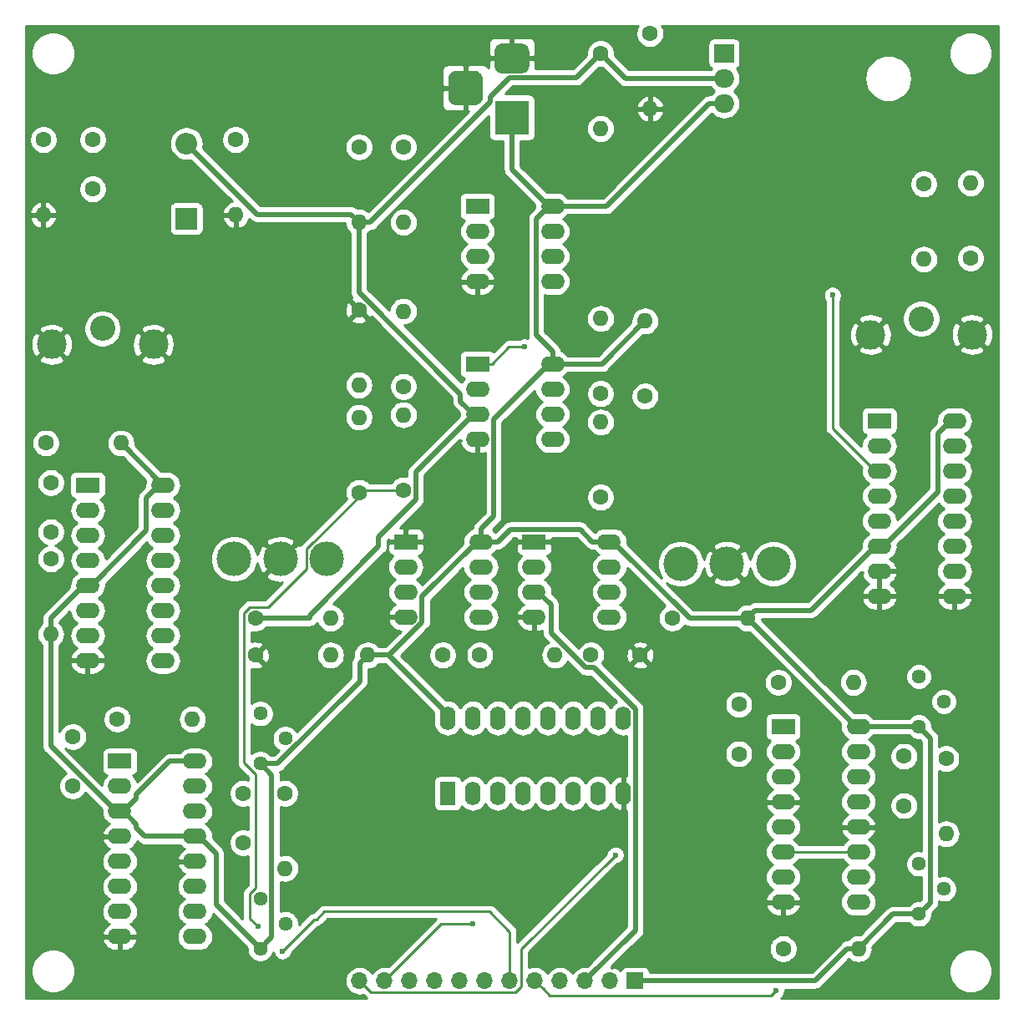
<source format=gbr>
G04 #@! TF.GenerationSoftware,KiCad,Pcbnew,(5.1.4-0-10_14)*
G04 #@! TF.CreationDate,2020-06-13T20:06:41+02:00*
G04 #@! TF.ProjectId,chroma_luma_invert,6368726f-6d61-45f6-9c75-6d615f696e76,rev?*
G04 #@! TF.SameCoordinates,Original*
G04 #@! TF.FileFunction,Copper,L2,Bot*
G04 #@! TF.FilePolarity,Positive*
%FSLAX46Y46*%
G04 Gerber Fmt 4.6, Leading zero omitted, Abs format (unit mm)*
G04 Created by KiCad (PCBNEW (5.1.4-0-10_14)) date 2020-06-13 20:06:41*
%MOMM*%
%LPD*%
G04 APERTURE LIST*
%ADD10C,1.600000*%
%ADD11R,2.200000X2.200000*%
%ADD12O,2.200000X2.200000*%
%ADD13C,3.000000*%
%ADD14C,2.550000*%
%ADD15R,3.500000X3.500000*%
%ADD16C,0.100000*%
%ADD17C,3.500000*%
%ADD18R,1.700000X1.700000*%
%ADD19O,1.700000X1.700000*%
%ADD20C,1.440000*%
%ADD21O,2.400000X1.600000*%
%ADD22R,2.400000X1.600000*%
%ADD23R,2.000000X1.905000*%
%ADD24O,2.000000X1.905000*%
%ADD25R,1.600000X2.400000*%
%ADD26O,1.600000X2.400000*%
%ADD27O,1.600000X1.600000*%
%ADD28C,0.600000*%
%ADD29C,0.500000*%
%ADD30C,0.250000*%
%ADD31C,0.254000*%
G04 APERTURE END LIST*
D10*
X112500000Y-52250000D03*
X112500000Y-47250000D03*
X194750000Y-109750000D03*
X194750000Y-114750000D03*
X178000000Y-109500000D03*
X178000000Y-104500000D03*
X168000000Y-99500000D03*
X163000000Y-99500000D03*
X108250000Y-87000000D03*
X108250000Y-82000000D03*
X127750000Y-113500000D03*
X127750000Y-118500000D03*
X110500000Y-112750000D03*
X110500000Y-107750000D03*
D11*
X122000000Y-55250000D03*
D12*
X122000000Y-47630000D03*
D13*
X191350000Y-67000000D03*
X201650000Y-67000000D03*
D14*
X196500000Y-65400000D03*
X113500000Y-66400000D03*
D13*
X118650000Y-68000000D03*
X108350000Y-68000000D03*
D15*
X155000000Y-45000000D03*
D16*
G36*
X156073513Y-37503611D02*
G01*
X156146318Y-37514411D01*
X156217714Y-37532295D01*
X156287013Y-37557090D01*
X156353548Y-37588559D01*
X156416678Y-37626398D01*
X156475795Y-37670242D01*
X156530330Y-37719670D01*
X156579758Y-37774205D01*
X156623602Y-37833322D01*
X156661441Y-37896452D01*
X156692910Y-37962987D01*
X156717705Y-38032286D01*
X156735589Y-38103682D01*
X156746389Y-38176487D01*
X156750000Y-38250000D01*
X156750000Y-39750000D01*
X156746389Y-39823513D01*
X156735589Y-39896318D01*
X156717705Y-39967714D01*
X156692910Y-40037013D01*
X156661441Y-40103548D01*
X156623602Y-40166678D01*
X156579758Y-40225795D01*
X156530330Y-40280330D01*
X156475795Y-40329758D01*
X156416678Y-40373602D01*
X156353548Y-40411441D01*
X156287013Y-40442910D01*
X156217714Y-40467705D01*
X156146318Y-40485589D01*
X156073513Y-40496389D01*
X156000000Y-40500000D01*
X154000000Y-40500000D01*
X153926487Y-40496389D01*
X153853682Y-40485589D01*
X153782286Y-40467705D01*
X153712987Y-40442910D01*
X153646452Y-40411441D01*
X153583322Y-40373602D01*
X153524205Y-40329758D01*
X153469670Y-40280330D01*
X153420242Y-40225795D01*
X153376398Y-40166678D01*
X153338559Y-40103548D01*
X153307090Y-40037013D01*
X153282295Y-39967714D01*
X153264411Y-39896318D01*
X153253611Y-39823513D01*
X153250000Y-39750000D01*
X153250000Y-38250000D01*
X153253611Y-38176487D01*
X153264411Y-38103682D01*
X153282295Y-38032286D01*
X153307090Y-37962987D01*
X153338559Y-37896452D01*
X153376398Y-37833322D01*
X153420242Y-37774205D01*
X153469670Y-37719670D01*
X153524205Y-37670242D01*
X153583322Y-37626398D01*
X153646452Y-37588559D01*
X153712987Y-37557090D01*
X153782286Y-37532295D01*
X153853682Y-37514411D01*
X153926487Y-37503611D01*
X154000000Y-37500000D01*
X156000000Y-37500000D01*
X156073513Y-37503611D01*
X156073513Y-37503611D01*
G37*
D13*
X155000000Y-39000000D03*
D16*
G36*
X151260765Y-40254213D02*
G01*
X151345704Y-40266813D01*
X151428999Y-40287677D01*
X151509848Y-40316605D01*
X151587472Y-40353319D01*
X151661124Y-40397464D01*
X151730094Y-40448616D01*
X151793718Y-40506282D01*
X151851384Y-40569906D01*
X151902536Y-40638876D01*
X151946681Y-40712528D01*
X151983395Y-40790152D01*
X152012323Y-40871001D01*
X152033187Y-40954296D01*
X152045787Y-41039235D01*
X152050000Y-41125000D01*
X152050000Y-42875000D01*
X152045787Y-42960765D01*
X152033187Y-43045704D01*
X152012323Y-43128999D01*
X151983395Y-43209848D01*
X151946681Y-43287472D01*
X151902536Y-43361124D01*
X151851384Y-43430094D01*
X151793718Y-43493718D01*
X151730094Y-43551384D01*
X151661124Y-43602536D01*
X151587472Y-43646681D01*
X151509848Y-43683395D01*
X151428999Y-43712323D01*
X151345704Y-43733187D01*
X151260765Y-43745787D01*
X151175000Y-43750000D01*
X149425000Y-43750000D01*
X149339235Y-43745787D01*
X149254296Y-43733187D01*
X149171001Y-43712323D01*
X149090152Y-43683395D01*
X149012528Y-43646681D01*
X148938876Y-43602536D01*
X148869906Y-43551384D01*
X148806282Y-43493718D01*
X148748616Y-43430094D01*
X148697464Y-43361124D01*
X148653319Y-43287472D01*
X148616605Y-43209848D01*
X148587677Y-43128999D01*
X148566813Y-43045704D01*
X148554213Y-42960765D01*
X148550000Y-42875000D01*
X148550000Y-41125000D01*
X148554213Y-41039235D01*
X148566813Y-40954296D01*
X148587677Y-40871001D01*
X148616605Y-40790152D01*
X148653319Y-40712528D01*
X148697464Y-40638876D01*
X148748616Y-40569906D01*
X148806282Y-40506282D01*
X148869906Y-40448616D01*
X148938876Y-40397464D01*
X149012528Y-40353319D01*
X149090152Y-40316605D01*
X149171001Y-40287677D01*
X149254296Y-40266813D01*
X149339235Y-40254213D01*
X149425000Y-40250000D01*
X151175000Y-40250000D01*
X151260765Y-40254213D01*
X151260765Y-40254213D01*
G37*
D17*
X150300000Y-42000000D03*
D18*
X167500000Y-132500000D03*
D19*
X164960000Y-132500000D03*
X162420000Y-132500000D03*
X159880000Y-132500000D03*
X157340000Y-132500000D03*
X154800000Y-132500000D03*
X152260000Y-132500000D03*
X149720000Y-132500000D03*
X147180000Y-132500000D03*
X144640000Y-132500000D03*
X142100000Y-132500000D03*
X139560000Y-132500000D03*
D20*
X196250000Y-120670000D03*
X198790000Y-123210000D03*
X196250000Y-125750000D03*
X196250000Y-106750000D03*
X198790000Y-104210000D03*
X196250000Y-101670000D03*
X129500000Y-129250000D03*
X132040000Y-126710000D03*
X129500000Y-124170000D03*
X129500000Y-105420000D03*
X132040000Y-107960000D03*
X129500000Y-110500000D03*
D17*
X172100000Y-90250000D03*
X176800000Y-90250000D03*
X181500000Y-90250000D03*
X136250000Y-89750000D03*
X131550000Y-89750000D03*
X126850000Y-89750000D03*
D21*
X159120000Y-54000000D03*
X151500000Y-61620000D03*
X159120000Y-56540000D03*
X151500000Y-59080000D03*
X159120000Y-59080000D03*
X151500000Y-56540000D03*
X159120000Y-61620000D03*
D22*
X151500000Y-54000000D03*
X151500000Y-70000000D03*
D21*
X159120000Y-77620000D03*
X151500000Y-72540000D03*
X159120000Y-75080000D03*
X151500000Y-75080000D03*
X159120000Y-72540000D03*
X151500000Y-77620000D03*
X159120000Y-70000000D03*
D22*
X192250000Y-75750000D03*
D21*
X199870000Y-93530000D03*
X192250000Y-78290000D03*
X199870000Y-90990000D03*
X192250000Y-80830000D03*
X199870000Y-88450000D03*
X192250000Y-83370000D03*
X199870000Y-85910000D03*
X192250000Y-85910000D03*
X199870000Y-83370000D03*
X192250000Y-88450000D03*
X199870000Y-80830000D03*
X192250000Y-90990000D03*
X199870000Y-78290000D03*
X192250000Y-93530000D03*
X199870000Y-75750000D03*
D23*
X176500000Y-38500000D03*
D24*
X176500000Y-41040000D03*
X176500000Y-43580000D03*
D21*
X151870000Y-88000000D03*
X144250000Y-95620000D03*
X151870000Y-90540000D03*
X144250000Y-93080000D03*
X151870000Y-93080000D03*
X144250000Y-90540000D03*
X151870000Y-95620000D03*
D22*
X144250000Y-88000000D03*
X157250000Y-88000000D03*
D21*
X164870000Y-95620000D03*
X157250000Y-90540000D03*
X164870000Y-93080000D03*
X157250000Y-93080000D03*
X164870000Y-90540000D03*
X157250000Y-95620000D03*
X164870000Y-88000000D03*
X190120000Y-106750000D03*
X182500000Y-124530000D03*
X190120000Y-109290000D03*
X182500000Y-121990000D03*
X190120000Y-111830000D03*
X182500000Y-119450000D03*
X190120000Y-114370000D03*
X182500000Y-116910000D03*
X190120000Y-116910000D03*
X182500000Y-114370000D03*
X190120000Y-119450000D03*
X182500000Y-111830000D03*
X190120000Y-121990000D03*
X182500000Y-109290000D03*
X190120000Y-124530000D03*
D22*
X182500000Y-106750000D03*
D21*
X122870000Y-110250000D03*
X115250000Y-128030000D03*
X122870000Y-112790000D03*
X115250000Y-125490000D03*
X122870000Y-115330000D03*
X115250000Y-122950000D03*
X122870000Y-117870000D03*
X115250000Y-120410000D03*
X122870000Y-120410000D03*
X115250000Y-117870000D03*
X122870000Y-122950000D03*
X115250000Y-115330000D03*
X122870000Y-125490000D03*
X115250000Y-112790000D03*
X122870000Y-128030000D03*
D22*
X115250000Y-110250000D03*
D25*
X148500000Y-113500000D03*
D26*
X166280000Y-105880000D03*
X151040000Y-113500000D03*
X163740000Y-105880000D03*
X153580000Y-113500000D03*
X161200000Y-105880000D03*
X156120000Y-113500000D03*
X158660000Y-105880000D03*
X158660000Y-113500000D03*
X156120000Y-105880000D03*
X161200000Y-113500000D03*
X153580000Y-105880000D03*
X163740000Y-113500000D03*
X151040000Y-105880000D03*
X166280000Y-113500000D03*
X148500000Y-105880000D03*
D22*
X112000000Y-82250000D03*
D21*
X119620000Y-100030000D03*
X112000000Y-84790000D03*
X119620000Y-97490000D03*
X112000000Y-87330000D03*
X119620000Y-94950000D03*
X112000000Y-89870000D03*
X119620000Y-92410000D03*
X112000000Y-92410000D03*
X119620000Y-89870000D03*
X112000000Y-94950000D03*
X119620000Y-87330000D03*
X112000000Y-97490000D03*
X119620000Y-84790000D03*
X112000000Y-100030000D03*
X119620000Y-82250000D03*
D10*
X144000000Y-82750000D03*
D27*
X144000000Y-75130000D03*
X201500000Y-51630000D03*
D10*
X201500000Y-59250000D03*
D27*
X139500000Y-75380000D03*
D10*
X139500000Y-83000000D03*
X144000000Y-72250000D03*
D27*
X144000000Y-64630000D03*
D10*
X196750000Y-51750000D03*
D27*
X196750000Y-59370000D03*
D10*
X107500000Y-47250000D03*
D27*
X107500000Y-54870000D03*
D10*
X127000000Y-47250000D03*
D27*
X127000000Y-54870000D03*
X139500000Y-72120000D03*
D10*
X139500000Y-64500000D03*
X144000000Y-48000000D03*
D27*
X144000000Y-55620000D03*
D10*
X139500000Y-48000000D03*
D27*
X139500000Y-55620000D03*
X168500000Y-65630000D03*
D10*
X168500000Y-73250000D03*
D27*
X164000000Y-75880000D03*
D10*
X164000000Y-83500000D03*
X164000000Y-73000000D03*
D27*
X164000000Y-65380000D03*
X164000000Y-46120000D03*
D10*
X164000000Y-38500000D03*
X169000000Y-36500000D03*
D27*
X169000000Y-44120000D03*
X199000000Y-117620000D03*
D10*
X199000000Y-110000000D03*
X148000000Y-99500000D03*
D27*
X140380000Y-99500000D03*
X189620000Y-102250000D03*
D10*
X182000000Y-102250000D03*
X171250000Y-95750000D03*
D27*
X178870000Y-95750000D03*
X159370000Y-99500000D03*
D10*
X151750000Y-99500000D03*
X129000000Y-95750000D03*
D27*
X136620000Y-95750000D03*
X136620000Y-99500000D03*
D10*
X129000000Y-99500000D03*
D27*
X190120000Y-129250000D03*
D10*
X182500000Y-129250000D03*
X107750000Y-78000000D03*
D27*
X115370000Y-78000000D03*
D10*
X132000000Y-113500000D03*
D27*
X132000000Y-121120000D03*
X122620000Y-106000000D03*
D10*
X115000000Y-106000000D03*
D27*
X108250000Y-97370000D03*
D10*
X108250000Y-89750000D03*
D28*
X155500000Y-62000000D03*
X155750000Y-62000000D03*
X156000000Y-62750000D03*
X181750000Y-133500000D03*
X129250000Y-127000000D03*
X131750000Y-129500000D03*
X156250000Y-68250000D03*
X151000000Y-126750000D03*
X165500000Y-119750000D03*
X187500000Y-63000000D03*
D29*
X166540000Y-41040000D02*
X164000000Y-38500000D01*
X176500000Y-41040000D02*
X166540000Y-41040000D01*
X161549990Y-40950010D02*
X163200001Y-39299999D01*
X163200001Y-39299999D02*
X164000000Y-38500000D01*
X154739988Y-40950010D02*
X161549990Y-40950010D01*
X152799999Y-43451371D02*
X152799999Y-42889999D01*
X140631370Y-55620000D02*
X152799999Y-43451371D01*
X152799999Y-42889999D02*
X154739988Y-40950010D01*
X139500000Y-55620000D02*
X140631370Y-55620000D01*
X123099999Y-48729999D02*
X122000000Y-47630000D01*
X129190001Y-54820001D02*
X123099999Y-48729999D01*
X138700001Y-54820001D02*
X129190001Y-54820001D01*
X139500000Y-55620000D02*
X138700001Y-54820001D01*
X149800000Y-73780000D02*
X151100000Y-75080000D01*
X149800000Y-73007781D02*
X149800000Y-73780000D01*
X139500000Y-62707781D02*
X149800000Y-73007781D01*
X139500000Y-55620000D02*
X139500000Y-62707781D01*
X151500000Y-75080000D02*
X151100000Y-75080000D01*
X158950000Y-97229998D02*
X158950000Y-94380000D01*
X162470003Y-100750001D02*
X158950000Y-97229998D01*
X157650000Y-93080000D02*
X157250000Y-93080000D01*
X163317782Y-100750001D02*
X162470003Y-100750001D01*
X167530010Y-104962229D02*
X163317782Y-100750001D01*
X167530010Y-127389990D02*
X167530010Y-104962229D01*
X158950000Y-94380000D02*
X157650000Y-93080000D01*
X162420000Y-132500000D02*
X167530010Y-127389990D01*
X145250001Y-83756001D02*
X145250001Y-80929999D01*
X141500000Y-88500000D02*
X141500000Y-87506002D01*
X129000000Y-95750000D02*
X134500000Y-95750000D01*
X134500000Y-95500000D02*
X141500000Y-88500000D01*
X145250001Y-80929999D02*
X151100000Y-75080000D01*
X141500000Y-87506002D02*
X145250001Y-83756001D01*
X134500000Y-95750000D02*
X134500000Y-95500000D01*
X155000000Y-50280000D02*
X158720000Y-54000000D01*
X155000000Y-45000000D02*
X155000000Y-50280000D01*
X160820000Y-54000000D02*
X159120000Y-54000000D01*
X164580000Y-54000000D02*
X160820000Y-54000000D01*
X175000000Y-43580000D02*
X164580000Y-54000000D01*
X176500000Y-43580000D02*
X175000000Y-43580000D01*
X159120000Y-68700000D02*
X159120000Y-70000000D01*
X157469990Y-67049990D02*
X159120000Y-68700000D01*
X158720000Y-54000000D02*
X157469990Y-55250010D01*
X157469990Y-55250010D02*
X157469990Y-67049990D01*
X159120000Y-54000000D02*
X158720000Y-54000000D01*
X164130000Y-70000000D02*
X168500000Y-65630000D01*
X159120000Y-70000000D02*
X164130000Y-70000000D01*
X153150010Y-85419990D02*
X151870000Y-86700000D01*
X153150010Y-75569990D02*
X153150010Y-85419990D01*
X151870000Y-86700000D02*
X151870000Y-88000000D01*
X158720000Y-70000000D02*
X153150010Y-75569990D01*
X159120000Y-70000000D02*
X158720000Y-70000000D01*
X154820001Y-86749999D02*
X161919999Y-86749999D01*
X161919999Y-86749999D02*
X163170000Y-88000000D01*
X153570000Y-88000000D02*
X154820001Y-86749999D01*
X163170000Y-88000000D02*
X164870000Y-88000000D01*
X151870000Y-88000000D02*
X153570000Y-88000000D01*
X142537781Y-99500000D02*
X141511370Y-99500000D01*
X145900010Y-96137771D02*
X142537781Y-99500000D01*
X141511370Y-99500000D02*
X140380000Y-99500000D01*
X145900010Y-93569990D02*
X145900010Y-96137771D01*
X151470000Y-88000000D02*
X145900010Y-93569990D01*
X151870000Y-88000000D02*
X151470000Y-88000000D01*
X142520000Y-99500000D02*
X148500000Y-105480000D01*
X148500000Y-105480000D02*
X148500000Y-105880000D01*
X140380000Y-99500000D02*
X142520000Y-99500000D01*
X177738630Y-95750000D02*
X178870000Y-95750000D01*
X173020000Y-95750000D02*
X177738630Y-95750000D01*
X165270000Y-88000000D02*
X173020000Y-95750000D01*
X164870000Y-88000000D02*
X165270000Y-88000000D01*
X199470000Y-75750000D02*
X199870000Y-75750000D01*
X198170000Y-82930000D02*
X198170000Y-77050000D01*
X192650000Y-88450000D02*
X198170000Y-82930000D01*
X198170000Y-77050000D02*
X199470000Y-75750000D01*
X192250000Y-88450000D02*
X192650000Y-88450000D01*
X189870000Y-106750000D02*
X190120000Y-106750000D01*
X178870000Y-95750000D02*
X189870000Y-106750000D01*
X190120000Y-106750000D02*
X196250000Y-106750000D01*
X197420001Y-124579999D02*
X196969999Y-125030001D01*
X196969999Y-125030001D02*
X196250000Y-125750000D01*
X197420001Y-107920001D02*
X197420001Y-124579999D01*
X196250000Y-106750000D02*
X197420001Y-107920001D01*
X193620000Y-125750000D02*
X190120000Y-129250000D01*
X196250000Y-125750000D02*
X193620000Y-125750000D01*
X168850000Y-132500000D02*
X167500000Y-132500000D01*
X188988630Y-129250000D02*
X185738630Y-132500000D01*
X185738630Y-132500000D02*
X168850000Y-132500000D01*
X190120000Y-129250000D02*
X188988630Y-129250000D01*
X131231602Y-110500000D02*
X130518233Y-110500000D01*
X139580001Y-102151601D02*
X131231602Y-110500000D01*
X130518233Y-110500000D02*
X129500000Y-110500000D01*
X139580001Y-100299999D02*
X139580001Y-102151601D01*
X140380000Y-99500000D02*
X139580001Y-100299999D01*
X123120000Y-110500000D02*
X122870000Y-110250000D01*
X116950000Y-113630000D02*
X116950000Y-114030000D01*
X120330000Y-110250000D02*
X116950000Y-113630000D01*
X116950000Y-114030000D02*
X115650000Y-115330000D01*
X122870000Y-110250000D02*
X120330000Y-110250000D01*
X130219999Y-128530001D02*
X129500000Y-129250000D01*
X130670001Y-128079999D02*
X130219999Y-128530001D01*
X130670001Y-111670001D02*
X130670001Y-128079999D01*
X129500000Y-110500000D02*
X130670001Y-111670001D01*
X115650000Y-115330000D02*
X115250000Y-115330000D01*
X117790000Y-117870000D02*
X116950000Y-117030000D01*
X116950000Y-116630000D02*
X115650000Y-115330000D01*
X116950000Y-117030000D02*
X116950000Y-116630000D01*
X122870000Y-117870000D02*
X117790000Y-117870000D01*
X108250000Y-98501370D02*
X108250000Y-97370000D01*
X108250000Y-108730000D02*
X108250000Y-98501370D01*
X114850000Y-115330000D02*
X108250000Y-108730000D01*
X115250000Y-115330000D02*
X114850000Y-115330000D01*
X108250000Y-95760000D02*
X111600000Y-92410000D01*
X111600000Y-92410000D02*
X112000000Y-92410000D01*
X108250000Y-97370000D02*
X108250000Y-95760000D01*
X119220000Y-82250000D02*
X119620000Y-82250000D01*
X117920000Y-83550000D02*
X119220000Y-82250000D01*
X117920000Y-86890000D02*
X117920000Y-83550000D01*
X112400000Y-92410000D02*
X117920000Y-86890000D01*
X112000000Y-92410000D02*
X112400000Y-92410000D01*
X115370000Y-78000000D02*
X119620000Y-82250000D01*
X123270000Y-117870000D02*
X125000000Y-119600000D01*
X122870000Y-117870000D02*
X123270000Y-117870000D01*
X125000000Y-124750000D02*
X129500000Y-129250000D01*
X125000000Y-119600000D02*
X125000000Y-124750000D01*
X191850000Y-88450000D02*
X192250000Y-88450000D01*
X185349999Y-94950001D02*
X191850000Y-88450000D01*
X179669999Y-94950001D02*
X185349999Y-94950001D01*
X178870000Y-95750000D02*
X179669999Y-94950001D01*
D30*
X158189999Y-133349999D02*
X157340000Y-132500000D01*
X158840000Y-134000000D02*
X158189999Y-133349999D01*
X181250000Y-134000000D02*
X158840000Y-134000000D01*
X181750000Y-133500000D02*
X181250000Y-134000000D01*
X128998399Y-123124999D02*
X128454999Y-123668399D01*
X128998399Y-111545001D02*
X128998399Y-123124999D01*
X128454999Y-123668399D02*
X128454999Y-126204999D01*
X127874999Y-110421601D02*
X128998399Y-111545001D01*
X130296001Y-94624999D02*
X128459999Y-94624999D01*
X134174999Y-90746001D02*
X130296001Y-94624999D01*
X127874999Y-95209999D02*
X127874999Y-110421601D01*
X128459999Y-94624999D02*
X127874999Y-95209999D01*
X128454999Y-126204999D02*
X129250000Y-127000000D01*
X140178998Y-82750000D02*
X134174999Y-88753999D01*
X134174999Y-88753999D02*
X134174999Y-90746001D01*
X144000000Y-82750000D02*
X140178998Y-82750000D01*
X135200009Y-126299991D02*
X136000000Y-125500000D01*
X154800000Y-127550000D02*
X154800000Y-132500000D01*
X152750000Y-125500000D02*
X154800000Y-127550000D01*
X136000000Y-125500000D02*
X152750000Y-125500000D01*
X134950009Y-126299991D02*
X135200009Y-126299991D01*
X131750000Y-129500000D02*
X134950009Y-126299991D01*
X151500000Y-70000000D02*
X151900000Y-70000000D01*
X151500000Y-70000000D02*
X152950000Y-70000000D01*
X152950000Y-70000000D02*
X154700000Y-68250000D01*
X154700000Y-68250000D02*
X156250000Y-68250000D01*
X147850000Y-126750000D02*
X142100000Y-132500000D01*
X151000000Y-126750000D02*
X147850000Y-126750000D01*
X155975001Y-133064001D02*
X155975001Y-129274999D01*
X155364001Y-133675001D02*
X155975001Y-133064001D01*
X155975001Y-129274999D02*
X165500000Y-119750000D01*
X140735001Y-133675001D02*
X155364001Y-133675001D01*
X139560000Y-132500000D02*
X140735001Y-133675001D01*
X187500000Y-76080000D02*
X187500000Y-63000000D01*
X187500000Y-76480000D02*
X187500000Y-76080000D01*
X191850000Y-80830000D02*
X187500000Y-76480000D01*
X192250000Y-80830000D02*
X191850000Y-80830000D01*
X182500000Y-119450000D02*
X190120000Y-119450000D01*
D31*
G36*
X167728320Y-35820273D02*
G01*
X167620147Y-36081426D01*
X167565000Y-36358665D01*
X167565000Y-36641335D01*
X167620147Y-36918574D01*
X167728320Y-37179727D01*
X167885363Y-37414759D01*
X168085241Y-37614637D01*
X168320273Y-37771680D01*
X168581426Y-37879853D01*
X168858665Y-37935000D01*
X169141335Y-37935000D01*
X169418574Y-37879853D01*
X169679727Y-37771680D01*
X169914759Y-37614637D01*
X170114637Y-37414759D01*
X170271680Y-37179727D01*
X170379853Y-36918574D01*
X170435000Y-36641335D01*
X170435000Y-36358665D01*
X170379853Y-36081426D01*
X170271680Y-35820273D01*
X170197998Y-35710000D01*
X204290000Y-35710000D01*
X204290001Y-134290000D01*
X182250637Y-134290000D01*
X182346028Y-134226262D01*
X182476262Y-134096028D01*
X182578586Y-133942889D01*
X182649068Y-133772729D01*
X182685000Y-133592089D01*
X182685000Y-133407911D01*
X182680443Y-133385000D01*
X185695161Y-133385000D01*
X185738630Y-133389281D01*
X185782099Y-133385000D01*
X185782107Y-133385000D01*
X185912120Y-133372195D01*
X186078943Y-133321589D01*
X186232689Y-133239411D01*
X186367447Y-133128817D01*
X186395164Y-133095044D01*
X188210336Y-131279872D01*
X199265000Y-131279872D01*
X199265000Y-131720128D01*
X199350890Y-132151925D01*
X199519369Y-132558669D01*
X199763962Y-132924729D01*
X200075271Y-133236038D01*
X200441331Y-133480631D01*
X200848075Y-133649110D01*
X201279872Y-133735000D01*
X201720128Y-133735000D01*
X202151925Y-133649110D01*
X202558669Y-133480631D01*
X202924729Y-133236038D01*
X203236038Y-132924729D01*
X203480631Y-132558669D01*
X203649110Y-132151925D01*
X203735000Y-131720128D01*
X203735000Y-131279872D01*
X203649110Y-130848075D01*
X203480631Y-130441331D01*
X203236038Y-130075271D01*
X202924729Y-129763962D01*
X202558669Y-129519369D01*
X202151925Y-129350890D01*
X201720128Y-129265000D01*
X201279872Y-129265000D01*
X200848075Y-129350890D01*
X200441331Y-129519369D01*
X200075271Y-129763962D01*
X199763962Y-130075271D01*
X199519369Y-130441331D01*
X199350890Y-130848075D01*
X199265000Y-131279872D01*
X188210336Y-131279872D01*
X189166416Y-130323793D01*
X189318899Y-130448932D01*
X189568192Y-130582182D01*
X189838691Y-130664236D01*
X190049508Y-130685000D01*
X190190492Y-130685000D01*
X190401309Y-130664236D01*
X190671808Y-130582182D01*
X190921101Y-130448932D01*
X191139608Y-130269608D01*
X191318932Y-130051101D01*
X191452182Y-129801808D01*
X191534236Y-129531309D01*
X191561943Y-129250000D01*
X191544875Y-129076704D01*
X193986579Y-126635000D01*
X195218741Y-126635000D01*
X195386238Y-126802497D01*
X195608167Y-126950785D01*
X195854761Y-127052928D01*
X196116544Y-127105000D01*
X196383456Y-127105000D01*
X196645239Y-127052928D01*
X196891833Y-126950785D01*
X197113762Y-126802497D01*
X197302497Y-126613762D01*
X197450785Y-126391833D01*
X197552928Y-126145239D01*
X197605000Y-125883456D01*
X197605000Y-125646579D01*
X197626531Y-125625048D01*
X197626536Y-125625042D01*
X198015045Y-125236533D01*
X198048818Y-125208816D01*
X198159412Y-125074058D01*
X198241590Y-124920312D01*
X198292196Y-124753489D01*
X198292442Y-124750997D01*
X198297710Y-124697503D01*
X198305001Y-124623476D01*
X198305001Y-124623468D01*
X198309282Y-124579999D01*
X198305001Y-124536530D01*
X198305001Y-124475748D01*
X198394761Y-124512928D01*
X198656544Y-124565000D01*
X198923456Y-124565000D01*
X199185239Y-124512928D01*
X199431833Y-124410785D01*
X199653762Y-124262497D01*
X199842497Y-124073762D01*
X199990785Y-123851833D01*
X200092928Y-123605239D01*
X200145000Y-123343456D01*
X200145000Y-123076544D01*
X200092928Y-122814761D01*
X199990785Y-122568167D01*
X199842497Y-122346238D01*
X199653762Y-122157503D01*
X199431833Y-122009215D01*
X199185239Y-121907072D01*
X198923456Y-121855000D01*
X198656544Y-121855000D01*
X198394761Y-121907072D01*
X198305001Y-121944252D01*
X198305001Y-118875645D01*
X198448192Y-118952182D01*
X198718691Y-119034236D01*
X198929508Y-119055000D01*
X199070492Y-119055000D01*
X199281309Y-119034236D01*
X199551808Y-118952182D01*
X199801101Y-118818932D01*
X200019608Y-118639608D01*
X200198932Y-118421101D01*
X200332182Y-118171808D01*
X200414236Y-117901309D01*
X200441943Y-117620000D01*
X200414236Y-117338691D01*
X200332182Y-117068192D01*
X200198932Y-116818899D01*
X200019608Y-116600392D01*
X199801101Y-116421068D01*
X199551808Y-116287818D01*
X199281309Y-116205764D01*
X199070492Y-116185000D01*
X198929508Y-116185000D01*
X198718691Y-116205764D01*
X198448192Y-116287818D01*
X198305001Y-116364355D01*
X198305001Y-111261476D01*
X198320273Y-111271680D01*
X198581426Y-111379853D01*
X198858665Y-111435000D01*
X199141335Y-111435000D01*
X199418574Y-111379853D01*
X199679727Y-111271680D01*
X199914759Y-111114637D01*
X200114637Y-110914759D01*
X200271680Y-110679727D01*
X200379853Y-110418574D01*
X200435000Y-110141335D01*
X200435000Y-109858665D01*
X200379853Y-109581426D01*
X200271680Y-109320273D01*
X200114637Y-109085241D01*
X199914759Y-108885363D01*
X199679727Y-108728320D01*
X199418574Y-108620147D01*
X199141335Y-108565000D01*
X198858665Y-108565000D01*
X198581426Y-108620147D01*
X198320273Y-108728320D01*
X198305001Y-108738524D01*
X198305001Y-107963466D01*
X198309282Y-107920000D01*
X198305001Y-107876534D01*
X198305001Y-107876524D01*
X198292196Y-107746511D01*
X198241590Y-107579688D01*
X198159412Y-107425942D01*
X198131419Y-107391833D01*
X198076533Y-107324954D01*
X198076531Y-107324952D01*
X198048818Y-107291184D01*
X198015051Y-107263472D01*
X197605000Y-106853421D01*
X197605000Y-106616544D01*
X197552928Y-106354761D01*
X197450785Y-106108167D01*
X197302497Y-105886238D01*
X197113762Y-105697503D01*
X196891833Y-105549215D01*
X196645239Y-105447072D01*
X196383456Y-105395000D01*
X196116544Y-105395000D01*
X195854761Y-105447072D01*
X195608167Y-105549215D01*
X195386238Y-105697503D01*
X195218741Y-105865000D01*
X191650078Y-105865000D01*
X191539608Y-105730392D01*
X191321101Y-105551068D01*
X191071808Y-105417818D01*
X190801309Y-105335764D01*
X190590492Y-105315000D01*
X189686579Y-105315000D01*
X188448123Y-104076544D01*
X197435000Y-104076544D01*
X197435000Y-104343456D01*
X197487072Y-104605239D01*
X197589215Y-104851833D01*
X197737503Y-105073762D01*
X197926238Y-105262497D01*
X198148167Y-105410785D01*
X198394761Y-105512928D01*
X198656544Y-105565000D01*
X198923456Y-105565000D01*
X199185239Y-105512928D01*
X199431833Y-105410785D01*
X199653762Y-105262497D01*
X199842497Y-105073762D01*
X199990785Y-104851833D01*
X200092928Y-104605239D01*
X200145000Y-104343456D01*
X200145000Y-104076544D01*
X200092928Y-103814761D01*
X199990785Y-103568167D01*
X199842497Y-103346238D01*
X199653762Y-103157503D01*
X199431833Y-103009215D01*
X199185239Y-102907072D01*
X198923456Y-102855000D01*
X198656544Y-102855000D01*
X198394761Y-102907072D01*
X198148167Y-103009215D01*
X197926238Y-103157503D01*
X197737503Y-103346238D01*
X197589215Y-103568167D01*
X197487072Y-103814761D01*
X197435000Y-104076544D01*
X188448123Y-104076544D01*
X186621579Y-102250000D01*
X188178057Y-102250000D01*
X188205764Y-102531309D01*
X188287818Y-102801808D01*
X188421068Y-103051101D01*
X188600392Y-103269608D01*
X188818899Y-103448932D01*
X189068192Y-103582182D01*
X189338691Y-103664236D01*
X189549508Y-103685000D01*
X189690492Y-103685000D01*
X189901309Y-103664236D01*
X190171808Y-103582182D01*
X190421101Y-103448932D01*
X190639608Y-103269608D01*
X190818932Y-103051101D01*
X190952182Y-102801808D01*
X191034236Y-102531309D01*
X191061943Y-102250000D01*
X191034236Y-101968691D01*
X190952182Y-101698192D01*
X190865780Y-101536544D01*
X194895000Y-101536544D01*
X194895000Y-101803456D01*
X194947072Y-102065239D01*
X195049215Y-102311833D01*
X195197503Y-102533762D01*
X195386238Y-102722497D01*
X195608167Y-102870785D01*
X195854761Y-102972928D01*
X196116544Y-103025000D01*
X196383456Y-103025000D01*
X196645239Y-102972928D01*
X196891833Y-102870785D01*
X197113762Y-102722497D01*
X197302497Y-102533762D01*
X197450785Y-102311833D01*
X197552928Y-102065239D01*
X197605000Y-101803456D01*
X197605000Y-101536544D01*
X197552928Y-101274761D01*
X197450785Y-101028167D01*
X197302497Y-100806238D01*
X197113762Y-100617503D01*
X196891833Y-100469215D01*
X196645239Y-100367072D01*
X196383456Y-100315000D01*
X196116544Y-100315000D01*
X195854761Y-100367072D01*
X195608167Y-100469215D01*
X195386238Y-100617503D01*
X195197503Y-100806238D01*
X195049215Y-101028167D01*
X194947072Y-101274761D01*
X194895000Y-101536544D01*
X190865780Y-101536544D01*
X190818932Y-101448899D01*
X190639608Y-101230392D01*
X190421101Y-101051068D01*
X190171808Y-100917818D01*
X189901309Y-100835764D01*
X189690492Y-100815000D01*
X189549508Y-100815000D01*
X189338691Y-100835764D01*
X189068192Y-100917818D01*
X188818899Y-101051068D01*
X188600392Y-101230392D01*
X188421068Y-101448899D01*
X188287818Y-101698192D01*
X188205764Y-101968691D01*
X188178057Y-102250000D01*
X186621579Y-102250000D01*
X180294874Y-95923296D01*
X180303571Y-95835001D01*
X185306530Y-95835001D01*
X185349999Y-95839282D01*
X185393468Y-95835001D01*
X185393476Y-95835001D01*
X185523489Y-95822196D01*
X185690312Y-95771590D01*
X185844058Y-95689412D01*
X185978816Y-95578818D01*
X186006533Y-95545045D01*
X187672539Y-93879039D01*
X190458096Y-93879039D01*
X190475633Y-93961818D01*
X190586285Y-94221646D01*
X190745500Y-94454895D01*
X190947161Y-94652601D01*
X191183517Y-94807166D01*
X191445486Y-94912650D01*
X191723000Y-94965000D01*
X192123000Y-94965000D01*
X192123000Y-93657000D01*
X192377000Y-93657000D01*
X192377000Y-94965000D01*
X192777000Y-94965000D01*
X193054514Y-94912650D01*
X193316483Y-94807166D01*
X193552839Y-94652601D01*
X193754500Y-94454895D01*
X193913715Y-94221646D01*
X194024367Y-93961818D01*
X194041904Y-93879039D01*
X198078096Y-93879039D01*
X198095633Y-93961818D01*
X198206285Y-94221646D01*
X198365500Y-94454895D01*
X198567161Y-94652601D01*
X198803517Y-94807166D01*
X199065486Y-94912650D01*
X199343000Y-94965000D01*
X199743000Y-94965000D01*
X199743000Y-93657000D01*
X199997000Y-93657000D01*
X199997000Y-94965000D01*
X200397000Y-94965000D01*
X200674514Y-94912650D01*
X200936483Y-94807166D01*
X201172839Y-94652601D01*
X201374500Y-94454895D01*
X201533715Y-94221646D01*
X201644367Y-93961818D01*
X201661904Y-93879039D01*
X201539915Y-93657000D01*
X199997000Y-93657000D01*
X199743000Y-93657000D01*
X198200085Y-93657000D01*
X198078096Y-93879039D01*
X194041904Y-93879039D01*
X193919915Y-93657000D01*
X192377000Y-93657000D01*
X192123000Y-93657000D01*
X190580085Y-93657000D01*
X190458096Y-93879039D01*
X187672539Y-93879039D01*
X190434577Y-91117002D01*
X190580084Y-91117002D01*
X190458096Y-91339039D01*
X190475633Y-91421818D01*
X190586285Y-91681646D01*
X190745500Y-91914895D01*
X190947161Y-92112601D01*
X191172559Y-92260000D01*
X190947161Y-92407399D01*
X190745500Y-92605105D01*
X190586285Y-92838354D01*
X190475633Y-93098182D01*
X190458096Y-93180961D01*
X190580085Y-93403000D01*
X192123000Y-93403000D01*
X192123000Y-91117000D01*
X192377000Y-91117000D01*
X192377000Y-93403000D01*
X193919915Y-93403000D01*
X194041904Y-93180961D01*
X194024367Y-93098182D01*
X193913715Y-92838354D01*
X193754500Y-92605105D01*
X193552839Y-92407399D01*
X193327441Y-92260000D01*
X193552839Y-92112601D01*
X193754500Y-91914895D01*
X193913715Y-91681646D01*
X194024367Y-91421818D01*
X194041904Y-91339039D01*
X193919915Y-91117000D01*
X192377000Y-91117000D01*
X192123000Y-91117000D01*
X192103000Y-91117000D01*
X192103000Y-90863000D01*
X192123000Y-90863000D01*
X192123000Y-90843000D01*
X192377000Y-90843000D01*
X192377000Y-90863000D01*
X193919915Y-90863000D01*
X194041904Y-90640961D01*
X194024367Y-90558182D01*
X193913715Y-90298354D01*
X193754500Y-90065105D01*
X193552839Y-89867399D01*
X193323259Y-89717265D01*
X193451101Y-89648932D01*
X193669608Y-89469608D01*
X193848932Y-89251101D01*
X193982182Y-89001808D01*
X194064236Y-88731309D01*
X194091943Y-88450000D01*
X194074875Y-88276704D01*
X198239513Y-84112066D01*
X198271068Y-84171101D01*
X198450392Y-84389608D01*
X198668899Y-84568932D01*
X198801858Y-84640000D01*
X198668899Y-84711068D01*
X198450392Y-84890392D01*
X198271068Y-85108899D01*
X198137818Y-85358192D01*
X198055764Y-85628691D01*
X198028057Y-85910000D01*
X198055764Y-86191309D01*
X198137818Y-86461808D01*
X198271068Y-86711101D01*
X198450392Y-86929608D01*
X198668899Y-87108932D01*
X198801858Y-87180000D01*
X198668899Y-87251068D01*
X198450392Y-87430392D01*
X198271068Y-87648899D01*
X198137818Y-87898192D01*
X198055764Y-88168691D01*
X198028057Y-88450000D01*
X198055764Y-88731309D01*
X198137818Y-89001808D01*
X198271068Y-89251101D01*
X198450392Y-89469608D01*
X198668899Y-89648932D01*
X198801858Y-89720000D01*
X198668899Y-89791068D01*
X198450392Y-89970392D01*
X198271068Y-90188899D01*
X198137818Y-90438192D01*
X198055764Y-90708691D01*
X198028057Y-90990000D01*
X198055764Y-91271309D01*
X198137818Y-91541808D01*
X198271068Y-91791101D01*
X198450392Y-92009608D01*
X198668899Y-92188932D01*
X198796741Y-92257265D01*
X198567161Y-92407399D01*
X198365500Y-92605105D01*
X198206285Y-92838354D01*
X198095633Y-93098182D01*
X198078096Y-93180961D01*
X198200085Y-93403000D01*
X199743000Y-93403000D01*
X199743000Y-93383000D01*
X199997000Y-93383000D01*
X199997000Y-93403000D01*
X201539915Y-93403000D01*
X201661904Y-93180961D01*
X201644367Y-93098182D01*
X201533715Y-92838354D01*
X201374500Y-92605105D01*
X201172839Y-92407399D01*
X200943259Y-92257265D01*
X201071101Y-92188932D01*
X201289608Y-92009608D01*
X201468932Y-91791101D01*
X201602182Y-91541808D01*
X201684236Y-91271309D01*
X201711943Y-90990000D01*
X201684236Y-90708691D01*
X201602182Y-90438192D01*
X201468932Y-90188899D01*
X201289608Y-89970392D01*
X201071101Y-89791068D01*
X200938142Y-89720000D01*
X201071101Y-89648932D01*
X201289608Y-89469608D01*
X201468932Y-89251101D01*
X201602182Y-89001808D01*
X201684236Y-88731309D01*
X201711943Y-88450000D01*
X201684236Y-88168691D01*
X201602182Y-87898192D01*
X201468932Y-87648899D01*
X201289608Y-87430392D01*
X201071101Y-87251068D01*
X200938142Y-87180000D01*
X201071101Y-87108932D01*
X201289608Y-86929608D01*
X201468932Y-86711101D01*
X201602182Y-86461808D01*
X201684236Y-86191309D01*
X201711943Y-85910000D01*
X201684236Y-85628691D01*
X201602182Y-85358192D01*
X201468932Y-85108899D01*
X201289608Y-84890392D01*
X201071101Y-84711068D01*
X200938142Y-84640000D01*
X201071101Y-84568932D01*
X201289608Y-84389608D01*
X201468932Y-84171101D01*
X201602182Y-83921808D01*
X201684236Y-83651309D01*
X201711943Y-83370000D01*
X201684236Y-83088691D01*
X201602182Y-82818192D01*
X201468932Y-82568899D01*
X201289608Y-82350392D01*
X201071101Y-82171068D01*
X200938142Y-82100000D01*
X201071101Y-82028932D01*
X201289608Y-81849608D01*
X201468932Y-81631101D01*
X201602182Y-81381808D01*
X201684236Y-81111309D01*
X201711943Y-80830000D01*
X201684236Y-80548691D01*
X201602182Y-80278192D01*
X201468932Y-80028899D01*
X201289608Y-79810392D01*
X201071101Y-79631068D01*
X200938142Y-79560000D01*
X201071101Y-79488932D01*
X201289608Y-79309608D01*
X201468932Y-79091101D01*
X201602182Y-78841808D01*
X201684236Y-78571309D01*
X201711943Y-78290000D01*
X201684236Y-78008691D01*
X201602182Y-77738192D01*
X201468932Y-77488899D01*
X201289608Y-77270392D01*
X201071101Y-77091068D01*
X200938142Y-77020000D01*
X201071101Y-76948932D01*
X201289608Y-76769608D01*
X201468932Y-76551101D01*
X201602182Y-76301808D01*
X201684236Y-76031309D01*
X201711943Y-75750000D01*
X201684236Y-75468691D01*
X201602182Y-75198192D01*
X201468932Y-74948899D01*
X201289608Y-74730392D01*
X201071101Y-74551068D01*
X200821808Y-74417818D01*
X200551309Y-74335764D01*
X200340492Y-74315000D01*
X199399508Y-74315000D01*
X199188691Y-74335764D01*
X198918192Y-74417818D01*
X198668899Y-74551068D01*
X198450392Y-74730392D01*
X198271068Y-74948899D01*
X198137818Y-75198192D01*
X198055764Y-75468691D01*
X198028057Y-75750000D01*
X198045125Y-75923296D01*
X197574951Y-76393471D01*
X197541184Y-76421183D01*
X197513471Y-76454951D01*
X197513468Y-76454954D01*
X197430590Y-76555941D01*
X197348412Y-76709687D01*
X197297805Y-76876510D01*
X197280719Y-77050000D01*
X197285001Y-77093479D01*
X197285000Y-82563421D01*
X194078178Y-85770244D01*
X194064236Y-85628691D01*
X193982182Y-85358192D01*
X193848932Y-85108899D01*
X193669608Y-84890392D01*
X193451101Y-84711068D01*
X193318142Y-84640000D01*
X193451101Y-84568932D01*
X193669608Y-84389608D01*
X193848932Y-84171101D01*
X193982182Y-83921808D01*
X194064236Y-83651309D01*
X194091943Y-83370000D01*
X194064236Y-83088691D01*
X193982182Y-82818192D01*
X193848932Y-82568899D01*
X193669608Y-82350392D01*
X193451101Y-82171068D01*
X193318142Y-82100000D01*
X193451101Y-82028932D01*
X193669608Y-81849608D01*
X193848932Y-81631101D01*
X193982182Y-81381808D01*
X194064236Y-81111309D01*
X194091943Y-80830000D01*
X194064236Y-80548691D01*
X193982182Y-80278192D01*
X193848932Y-80028899D01*
X193669608Y-79810392D01*
X193451101Y-79631068D01*
X193318142Y-79560000D01*
X193451101Y-79488932D01*
X193669608Y-79309608D01*
X193848932Y-79091101D01*
X193982182Y-78841808D01*
X194064236Y-78571309D01*
X194091943Y-78290000D01*
X194064236Y-78008691D01*
X193982182Y-77738192D01*
X193848932Y-77488899D01*
X193669608Y-77270392D01*
X193556518Y-77177581D01*
X193574482Y-77175812D01*
X193694180Y-77139502D01*
X193804494Y-77080537D01*
X193901185Y-77001185D01*
X193980537Y-76904494D01*
X194039502Y-76794180D01*
X194075812Y-76674482D01*
X194088072Y-76550000D01*
X194088072Y-74950000D01*
X194075812Y-74825518D01*
X194039502Y-74705820D01*
X193980537Y-74595506D01*
X193901185Y-74498815D01*
X193804494Y-74419463D01*
X193694180Y-74360498D01*
X193574482Y-74324188D01*
X193450000Y-74311928D01*
X191050000Y-74311928D01*
X190925518Y-74324188D01*
X190805820Y-74360498D01*
X190695506Y-74419463D01*
X190598815Y-74498815D01*
X190519463Y-74595506D01*
X190460498Y-74705820D01*
X190424188Y-74825518D01*
X190411928Y-74950000D01*
X190411928Y-76550000D01*
X190424188Y-76674482D01*
X190460498Y-76794180D01*
X190519463Y-76904494D01*
X190598815Y-77001185D01*
X190695506Y-77080537D01*
X190805820Y-77139502D01*
X190925518Y-77175812D01*
X190943482Y-77177581D01*
X190830392Y-77270392D01*
X190651068Y-77488899D01*
X190517818Y-77738192D01*
X190435764Y-78008691D01*
X190408057Y-78290000D01*
X190410598Y-78315796D01*
X188260000Y-76165199D01*
X188260000Y-68491653D01*
X190037952Y-68491653D01*
X190193962Y-68807214D01*
X190568745Y-68998020D01*
X190973551Y-69112044D01*
X191392824Y-69144902D01*
X191810451Y-69095334D01*
X192210383Y-68965243D01*
X192506038Y-68807214D01*
X192662048Y-68491653D01*
X200337952Y-68491653D01*
X200493962Y-68807214D01*
X200868745Y-68998020D01*
X201273551Y-69112044D01*
X201692824Y-69144902D01*
X202110451Y-69095334D01*
X202510383Y-68965243D01*
X202806038Y-68807214D01*
X202962048Y-68491653D01*
X201650000Y-67179605D01*
X200337952Y-68491653D01*
X192662048Y-68491653D01*
X191350000Y-67179605D01*
X190037952Y-68491653D01*
X188260000Y-68491653D01*
X188260000Y-67042824D01*
X189205098Y-67042824D01*
X189254666Y-67460451D01*
X189384757Y-67860383D01*
X189542786Y-68156038D01*
X189858347Y-68312048D01*
X191170395Y-67000000D01*
X191529605Y-67000000D01*
X192841653Y-68312048D01*
X193157214Y-68156038D01*
X193348020Y-67781255D01*
X193462044Y-67376449D01*
X193494902Y-66957176D01*
X193445334Y-66539549D01*
X193315243Y-66139617D01*
X193157214Y-65843962D01*
X192841653Y-65687952D01*
X191529605Y-67000000D01*
X191170395Y-67000000D01*
X189858347Y-65687952D01*
X189542786Y-65843962D01*
X189351980Y-66218745D01*
X189237956Y-66623551D01*
X189205098Y-67042824D01*
X188260000Y-67042824D01*
X188260000Y-65508347D01*
X190037952Y-65508347D01*
X191350000Y-66820395D01*
X192662048Y-65508347D01*
X192515479Y-65211881D01*
X194590000Y-65211881D01*
X194590000Y-65588119D01*
X194663400Y-65957127D01*
X194807380Y-66304724D01*
X195016406Y-66617554D01*
X195282446Y-66883594D01*
X195595276Y-67092620D01*
X195942873Y-67236600D01*
X196311881Y-67310000D01*
X196688119Y-67310000D01*
X197057127Y-67236600D01*
X197404724Y-67092620D01*
X197479249Y-67042824D01*
X199505098Y-67042824D01*
X199554666Y-67460451D01*
X199684757Y-67860383D01*
X199842786Y-68156038D01*
X200158347Y-68312048D01*
X201470395Y-67000000D01*
X201829605Y-67000000D01*
X203141653Y-68312048D01*
X203457214Y-68156038D01*
X203648020Y-67781255D01*
X203762044Y-67376449D01*
X203794902Y-66957176D01*
X203745334Y-66539549D01*
X203615243Y-66139617D01*
X203457214Y-65843962D01*
X203141653Y-65687952D01*
X201829605Y-67000000D01*
X201470395Y-67000000D01*
X200158347Y-65687952D01*
X199842786Y-65843962D01*
X199651980Y-66218745D01*
X199537956Y-66623551D01*
X199505098Y-67042824D01*
X197479249Y-67042824D01*
X197717554Y-66883594D01*
X197983594Y-66617554D01*
X198192620Y-66304724D01*
X198336600Y-65957127D01*
X198410000Y-65588119D01*
X198410000Y-65508347D01*
X200337952Y-65508347D01*
X201650000Y-66820395D01*
X202962048Y-65508347D01*
X202806038Y-65192786D01*
X202431255Y-65001980D01*
X202026449Y-64887956D01*
X201607176Y-64855098D01*
X201189549Y-64904666D01*
X200789617Y-65034757D01*
X200493962Y-65192786D01*
X200337952Y-65508347D01*
X198410000Y-65508347D01*
X198410000Y-65211881D01*
X198336600Y-64842873D01*
X198192620Y-64495276D01*
X197983594Y-64182446D01*
X197717554Y-63916406D01*
X197404724Y-63707380D01*
X197057127Y-63563400D01*
X196688119Y-63490000D01*
X196311881Y-63490000D01*
X195942873Y-63563400D01*
X195595276Y-63707380D01*
X195282446Y-63916406D01*
X195016406Y-64182446D01*
X194807380Y-64495276D01*
X194663400Y-64842873D01*
X194590000Y-65211881D01*
X192515479Y-65211881D01*
X192506038Y-65192786D01*
X192131255Y-65001980D01*
X191726449Y-64887956D01*
X191307176Y-64855098D01*
X190889549Y-64904666D01*
X190489617Y-65034757D01*
X190193962Y-65192786D01*
X190037952Y-65508347D01*
X188260000Y-65508347D01*
X188260000Y-63545535D01*
X188328586Y-63442889D01*
X188399068Y-63272729D01*
X188435000Y-63092089D01*
X188435000Y-62907911D01*
X188399068Y-62727271D01*
X188328586Y-62557111D01*
X188226262Y-62403972D01*
X188096028Y-62273738D01*
X187942889Y-62171414D01*
X187772729Y-62100932D01*
X187592089Y-62065000D01*
X187407911Y-62065000D01*
X187227271Y-62100932D01*
X187057111Y-62171414D01*
X186903972Y-62273738D01*
X186773738Y-62403972D01*
X186671414Y-62557111D01*
X186600932Y-62727271D01*
X186565000Y-62907911D01*
X186565000Y-63092089D01*
X186600932Y-63272729D01*
X186671414Y-63442889D01*
X186740001Y-63545537D01*
X186740000Y-76042667D01*
X186740000Y-76442678D01*
X186736324Y-76480000D01*
X186740000Y-76517322D01*
X186740000Y-76517332D01*
X186750997Y-76628985D01*
X186793654Y-76769608D01*
X186794454Y-76772246D01*
X186865026Y-76904276D01*
X186884787Y-76928354D01*
X186959999Y-77020001D01*
X186989003Y-77043804D01*
X190449292Y-80504094D01*
X190435764Y-80548691D01*
X190408057Y-80830000D01*
X190435764Y-81111309D01*
X190517818Y-81381808D01*
X190651068Y-81631101D01*
X190830392Y-81849608D01*
X191048899Y-82028932D01*
X191181858Y-82100000D01*
X191048899Y-82171068D01*
X190830392Y-82350392D01*
X190651068Y-82568899D01*
X190517818Y-82818192D01*
X190435764Y-83088691D01*
X190408057Y-83370000D01*
X190435764Y-83651309D01*
X190517818Y-83921808D01*
X190651068Y-84171101D01*
X190830392Y-84389608D01*
X191048899Y-84568932D01*
X191181858Y-84640000D01*
X191048899Y-84711068D01*
X190830392Y-84890392D01*
X190651068Y-85108899D01*
X190517818Y-85358192D01*
X190435764Y-85628691D01*
X190408057Y-85910000D01*
X190435764Y-86191309D01*
X190517818Y-86461808D01*
X190651068Y-86711101D01*
X190830392Y-86929608D01*
X191048899Y-87108932D01*
X191181858Y-87180000D01*
X191048899Y-87251068D01*
X190830392Y-87430392D01*
X190651068Y-87648899D01*
X190517818Y-87898192D01*
X190435764Y-88168691D01*
X190408057Y-88450000D01*
X190425125Y-88623296D01*
X184983421Y-94065001D01*
X179713464Y-94065001D01*
X179669998Y-94060720D01*
X179626532Y-94065001D01*
X179626522Y-94065001D01*
X179496509Y-94077806D01*
X179329686Y-94128412D01*
X179175940Y-94210590D01*
X179175938Y-94210591D01*
X179175939Y-94210591D01*
X179074952Y-94293469D01*
X179074950Y-94293471D01*
X179041182Y-94321184D01*
X179038347Y-94324638D01*
X178940492Y-94315000D01*
X178799508Y-94315000D01*
X178588691Y-94335764D01*
X178318192Y-94417818D01*
X178068899Y-94551068D01*
X177850392Y-94730392D01*
X177739922Y-94865000D01*
X173386579Y-94865000D01*
X170713693Y-92192114D01*
X170970279Y-92363560D01*
X171404321Y-92543346D01*
X171865098Y-92635000D01*
X172334902Y-92635000D01*
X172795679Y-92543346D01*
X173229721Y-92363560D01*
X173620349Y-92102550D01*
X173803290Y-91919609D01*
X175309997Y-91919609D01*
X175496073Y-92260766D01*
X175913409Y-92476513D01*
X176364815Y-92606696D01*
X176832946Y-92646313D01*
X177299811Y-92593842D01*
X177747468Y-92451297D01*
X178103927Y-92260766D01*
X178290003Y-91919609D01*
X176800000Y-90429605D01*
X175309997Y-91919609D01*
X173803290Y-91919609D01*
X173952550Y-91770349D01*
X174213560Y-91379721D01*
X174393346Y-90945679D01*
X174447547Y-90673192D01*
X174456158Y-90749811D01*
X174598703Y-91197468D01*
X174789234Y-91553927D01*
X175130391Y-91740003D01*
X176620395Y-90250000D01*
X176979605Y-90250000D01*
X178469609Y-91740003D01*
X178810766Y-91553927D01*
X179026513Y-91136591D01*
X179155597Y-90688996D01*
X179206654Y-90945679D01*
X179386440Y-91379721D01*
X179647450Y-91770349D01*
X179979651Y-92102550D01*
X180370279Y-92363560D01*
X180804321Y-92543346D01*
X181265098Y-92635000D01*
X181734902Y-92635000D01*
X182195679Y-92543346D01*
X182629721Y-92363560D01*
X183020349Y-92102550D01*
X183352550Y-91770349D01*
X183613560Y-91379721D01*
X183793346Y-90945679D01*
X183885000Y-90484902D01*
X183885000Y-90015098D01*
X183793346Y-89554321D01*
X183613560Y-89120279D01*
X183352550Y-88729651D01*
X183020349Y-88397450D01*
X182629721Y-88136440D01*
X182195679Y-87956654D01*
X181734902Y-87865000D01*
X181265098Y-87865000D01*
X180804321Y-87956654D01*
X180370279Y-88136440D01*
X179979651Y-88397450D01*
X179647450Y-88729651D01*
X179386440Y-89120279D01*
X179206654Y-89554321D01*
X179152453Y-89826808D01*
X179143842Y-89750189D01*
X179001297Y-89302532D01*
X178810766Y-88946073D01*
X178469609Y-88759997D01*
X176979605Y-90250000D01*
X176620395Y-90250000D01*
X175130391Y-88759997D01*
X174789234Y-88946073D01*
X174573487Y-89363409D01*
X174444403Y-89811004D01*
X174393346Y-89554321D01*
X174213560Y-89120279D01*
X173952550Y-88729651D01*
X173803290Y-88580391D01*
X175309997Y-88580391D01*
X176800000Y-90070395D01*
X178290003Y-88580391D01*
X178103927Y-88239234D01*
X177686591Y-88023487D01*
X177235185Y-87893304D01*
X176767054Y-87853687D01*
X176300189Y-87906158D01*
X175852532Y-88048703D01*
X175496073Y-88239234D01*
X175309997Y-88580391D01*
X173803290Y-88580391D01*
X173620349Y-88397450D01*
X173229721Y-88136440D01*
X172795679Y-87956654D01*
X172334902Y-87865000D01*
X171865098Y-87865000D01*
X171404321Y-87956654D01*
X170970279Y-88136440D01*
X170579651Y-88397450D01*
X170247450Y-88729651D01*
X169986440Y-89120279D01*
X169806654Y-89554321D01*
X169715000Y-90015098D01*
X169715000Y-90484902D01*
X169806654Y-90945679D01*
X169986440Y-91379721D01*
X170157886Y-91636308D01*
X166694874Y-88173296D01*
X166711943Y-88000000D01*
X166684236Y-87718691D01*
X166602182Y-87448192D01*
X166468932Y-87198899D01*
X166289608Y-86980392D01*
X166071101Y-86801068D01*
X165821808Y-86667818D01*
X165551309Y-86585764D01*
X165340492Y-86565000D01*
X164399508Y-86565000D01*
X164188691Y-86585764D01*
X163918192Y-86667818D01*
X163668899Y-86801068D01*
X163450392Y-86980392D01*
X163428566Y-87006987D01*
X162576533Y-86154955D01*
X162548816Y-86121182D01*
X162414058Y-86010588D01*
X162260312Y-85928410D01*
X162093489Y-85877804D01*
X161963476Y-85864999D01*
X161963468Y-85864999D01*
X161919999Y-85860718D01*
X161876530Y-85864999D01*
X154863466Y-85864999D01*
X154820000Y-85860718D01*
X154776534Y-85864999D01*
X154776524Y-85864999D01*
X154646511Y-85877804D01*
X154479688Y-85928410D01*
X154325942Y-86010588D01*
X154325940Y-86010589D01*
X154325941Y-86010589D01*
X154224954Y-86093467D01*
X154224952Y-86093469D01*
X154191184Y-86121182D01*
X154163471Y-86154950D01*
X153311434Y-87006987D01*
X153289608Y-86980392D01*
X153071101Y-86801068D01*
X153038132Y-86783446D01*
X153745059Y-86076520D01*
X153778827Y-86048807D01*
X153818293Y-86000719D01*
X153889421Y-85914049D01*
X153971599Y-85760304D01*
X154022205Y-85593480D01*
X154025010Y-85565000D01*
X154035010Y-85463467D01*
X154035010Y-85463459D01*
X154039291Y-85419990D01*
X154035010Y-85376521D01*
X154035010Y-83358665D01*
X162565000Y-83358665D01*
X162565000Y-83641335D01*
X162620147Y-83918574D01*
X162728320Y-84179727D01*
X162885363Y-84414759D01*
X163085241Y-84614637D01*
X163320273Y-84771680D01*
X163581426Y-84879853D01*
X163858665Y-84935000D01*
X164141335Y-84935000D01*
X164418574Y-84879853D01*
X164679727Y-84771680D01*
X164914759Y-84614637D01*
X165114637Y-84414759D01*
X165271680Y-84179727D01*
X165379853Y-83918574D01*
X165435000Y-83641335D01*
X165435000Y-83358665D01*
X165379853Y-83081426D01*
X165271680Y-82820273D01*
X165114637Y-82585241D01*
X164914759Y-82385363D01*
X164679727Y-82228320D01*
X164418574Y-82120147D01*
X164141335Y-82065000D01*
X163858665Y-82065000D01*
X163581426Y-82120147D01*
X163320273Y-82228320D01*
X163085241Y-82385363D01*
X162885363Y-82585241D01*
X162728320Y-82820273D01*
X162620147Y-83081426D01*
X162565000Y-83358665D01*
X154035010Y-83358665D01*
X154035010Y-75936568D01*
X157291822Y-72679757D01*
X157305764Y-72821309D01*
X157387818Y-73091808D01*
X157521068Y-73341101D01*
X157700392Y-73559608D01*
X157918899Y-73738932D01*
X158051858Y-73810000D01*
X157918899Y-73881068D01*
X157700392Y-74060392D01*
X157521068Y-74278899D01*
X157387818Y-74528192D01*
X157305764Y-74798691D01*
X157278057Y-75080000D01*
X157305764Y-75361309D01*
X157387818Y-75631808D01*
X157521068Y-75881101D01*
X157700392Y-76099608D01*
X157918899Y-76278932D01*
X158051858Y-76350000D01*
X157918899Y-76421068D01*
X157700392Y-76600392D01*
X157521068Y-76818899D01*
X157387818Y-77068192D01*
X157305764Y-77338691D01*
X157278057Y-77620000D01*
X157305764Y-77901309D01*
X157387818Y-78171808D01*
X157521068Y-78421101D01*
X157700392Y-78639608D01*
X157918899Y-78818932D01*
X158168192Y-78952182D01*
X158438691Y-79034236D01*
X158649508Y-79055000D01*
X159590492Y-79055000D01*
X159801309Y-79034236D01*
X160071808Y-78952182D01*
X160321101Y-78818932D01*
X160539608Y-78639608D01*
X160718932Y-78421101D01*
X160852182Y-78171808D01*
X160934236Y-77901309D01*
X160961943Y-77620000D01*
X160934236Y-77338691D01*
X160852182Y-77068192D01*
X160718932Y-76818899D01*
X160539608Y-76600392D01*
X160321101Y-76421068D01*
X160188142Y-76350000D01*
X160321101Y-76278932D01*
X160539608Y-76099608D01*
X160718932Y-75881101D01*
X160719520Y-75880000D01*
X162558057Y-75880000D01*
X162585764Y-76161309D01*
X162667818Y-76431808D01*
X162801068Y-76681101D01*
X162980392Y-76899608D01*
X163198899Y-77078932D01*
X163448192Y-77212182D01*
X163718691Y-77294236D01*
X163929508Y-77315000D01*
X164070492Y-77315000D01*
X164281309Y-77294236D01*
X164551808Y-77212182D01*
X164801101Y-77078932D01*
X165019608Y-76899608D01*
X165198932Y-76681101D01*
X165332182Y-76431808D01*
X165414236Y-76161309D01*
X165441943Y-75880000D01*
X165414236Y-75598691D01*
X165332182Y-75328192D01*
X165198932Y-75078899D01*
X165019608Y-74860392D01*
X164801101Y-74681068D01*
X164551808Y-74547818D01*
X164281309Y-74465764D01*
X164070492Y-74445000D01*
X163929508Y-74445000D01*
X163718691Y-74465764D01*
X163448192Y-74547818D01*
X163198899Y-74681068D01*
X162980392Y-74860392D01*
X162801068Y-75078899D01*
X162667818Y-75328192D01*
X162585764Y-75598691D01*
X162558057Y-75880000D01*
X160719520Y-75880000D01*
X160852182Y-75631808D01*
X160934236Y-75361309D01*
X160961943Y-75080000D01*
X160934236Y-74798691D01*
X160852182Y-74528192D01*
X160718932Y-74278899D01*
X160539608Y-74060392D01*
X160321101Y-73881068D01*
X160188142Y-73810000D01*
X160321101Y-73738932D01*
X160539608Y-73559608D01*
X160718932Y-73341101D01*
X160852182Y-73091808D01*
X160922904Y-72858665D01*
X162565000Y-72858665D01*
X162565000Y-73141335D01*
X162620147Y-73418574D01*
X162728320Y-73679727D01*
X162885363Y-73914759D01*
X163085241Y-74114637D01*
X163320273Y-74271680D01*
X163581426Y-74379853D01*
X163858665Y-74435000D01*
X164141335Y-74435000D01*
X164418574Y-74379853D01*
X164679727Y-74271680D01*
X164914759Y-74114637D01*
X165114637Y-73914759D01*
X165271680Y-73679727D01*
X165379853Y-73418574D01*
X165435000Y-73141335D01*
X165435000Y-73108665D01*
X167065000Y-73108665D01*
X167065000Y-73391335D01*
X167120147Y-73668574D01*
X167228320Y-73929727D01*
X167385363Y-74164759D01*
X167585241Y-74364637D01*
X167820273Y-74521680D01*
X168081426Y-74629853D01*
X168358665Y-74685000D01*
X168641335Y-74685000D01*
X168918574Y-74629853D01*
X169179727Y-74521680D01*
X169414759Y-74364637D01*
X169614637Y-74164759D01*
X169771680Y-73929727D01*
X169879853Y-73668574D01*
X169935000Y-73391335D01*
X169935000Y-73108665D01*
X169879853Y-72831426D01*
X169771680Y-72570273D01*
X169614637Y-72335241D01*
X169414759Y-72135363D01*
X169179727Y-71978320D01*
X168918574Y-71870147D01*
X168641335Y-71815000D01*
X168358665Y-71815000D01*
X168081426Y-71870147D01*
X167820273Y-71978320D01*
X167585241Y-72135363D01*
X167385363Y-72335241D01*
X167228320Y-72570273D01*
X167120147Y-72831426D01*
X167065000Y-73108665D01*
X165435000Y-73108665D01*
X165435000Y-72858665D01*
X165379853Y-72581426D01*
X165271680Y-72320273D01*
X165114637Y-72085241D01*
X164914759Y-71885363D01*
X164679727Y-71728320D01*
X164418574Y-71620147D01*
X164141335Y-71565000D01*
X163858665Y-71565000D01*
X163581426Y-71620147D01*
X163320273Y-71728320D01*
X163085241Y-71885363D01*
X162885363Y-72085241D01*
X162728320Y-72320273D01*
X162620147Y-72581426D01*
X162565000Y-72858665D01*
X160922904Y-72858665D01*
X160934236Y-72821309D01*
X160961943Y-72540000D01*
X160934236Y-72258691D01*
X160852182Y-71988192D01*
X160718932Y-71738899D01*
X160539608Y-71520392D01*
X160321101Y-71341068D01*
X160188142Y-71270000D01*
X160321101Y-71198932D01*
X160539608Y-71019608D01*
X160650078Y-70885000D01*
X164086531Y-70885000D01*
X164130000Y-70889281D01*
X164173469Y-70885000D01*
X164173477Y-70885000D01*
X164303490Y-70872195D01*
X164470313Y-70821589D01*
X164624059Y-70739411D01*
X164758817Y-70628817D01*
X164786534Y-70595044D01*
X168326704Y-67054875D01*
X168429508Y-67065000D01*
X168570492Y-67065000D01*
X168781309Y-67044236D01*
X169051808Y-66962182D01*
X169301101Y-66828932D01*
X169519608Y-66649608D01*
X169698932Y-66431101D01*
X169832182Y-66181808D01*
X169914236Y-65911309D01*
X169941943Y-65630000D01*
X169914236Y-65348691D01*
X169832182Y-65078192D01*
X169698932Y-64828899D01*
X169519608Y-64610392D01*
X169301101Y-64431068D01*
X169051808Y-64297818D01*
X168781309Y-64215764D01*
X168570492Y-64195000D01*
X168429508Y-64195000D01*
X168218691Y-64215764D01*
X167948192Y-64297818D01*
X167698899Y-64431068D01*
X167480392Y-64610392D01*
X167301068Y-64828899D01*
X167167818Y-65078192D01*
X167085764Y-65348691D01*
X167058057Y-65630000D01*
X167075125Y-65803296D01*
X163763422Y-69115000D01*
X160650078Y-69115000D01*
X160539608Y-68980392D01*
X160321101Y-68801068D01*
X160071808Y-68667818D01*
X160004089Y-68647276D01*
X159992195Y-68526510D01*
X159972156Y-68460451D01*
X159941589Y-68359686D01*
X159859411Y-68205941D01*
X159776532Y-68104953D01*
X159776530Y-68104951D01*
X159748817Y-68071183D01*
X159715050Y-68043471D01*
X158354990Y-66683412D01*
X158354990Y-65380000D01*
X162558057Y-65380000D01*
X162585764Y-65661309D01*
X162667818Y-65931808D01*
X162801068Y-66181101D01*
X162980392Y-66399608D01*
X163198899Y-66578932D01*
X163448192Y-66712182D01*
X163718691Y-66794236D01*
X163929508Y-66815000D01*
X164070492Y-66815000D01*
X164281309Y-66794236D01*
X164551808Y-66712182D01*
X164801101Y-66578932D01*
X165019608Y-66399608D01*
X165198932Y-66181101D01*
X165332182Y-65931808D01*
X165414236Y-65661309D01*
X165441943Y-65380000D01*
X165414236Y-65098691D01*
X165332182Y-64828192D01*
X165198932Y-64578899D01*
X165019608Y-64360392D01*
X164801101Y-64181068D01*
X164551808Y-64047818D01*
X164281309Y-63965764D01*
X164070492Y-63945000D01*
X163929508Y-63945000D01*
X163718691Y-63965764D01*
X163448192Y-64047818D01*
X163198899Y-64181068D01*
X162980392Y-64360392D01*
X162801068Y-64578899D01*
X162667818Y-64828192D01*
X162585764Y-65098691D01*
X162558057Y-65380000D01*
X158354990Y-65380000D01*
X158354990Y-63008846D01*
X158438691Y-63034236D01*
X158649508Y-63055000D01*
X159590492Y-63055000D01*
X159801309Y-63034236D01*
X160071808Y-62952182D01*
X160321101Y-62818932D01*
X160539608Y-62639608D01*
X160718932Y-62421101D01*
X160852182Y-62171808D01*
X160934236Y-61901309D01*
X160961943Y-61620000D01*
X160934236Y-61338691D01*
X160852182Y-61068192D01*
X160718932Y-60818899D01*
X160539608Y-60600392D01*
X160321101Y-60421068D01*
X160188142Y-60350000D01*
X160321101Y-60278932D01*
X160539608Y-60099608D01*
X160718932Y-59881101D01*
X160852182Y-59631808D01*
X160931599Y-59370000D01*
X195308057Y-59370000D01*
X195335764Y-59651309D01*
X195417818Y-59921808D01*
X195551068Y-60171101D01*
X195730392Y-60389608D01*
X195948899Y-60568932D01*
X196198192Y-60702182D01*
X196468691Y-60784236D01*
X196679508Y-60805000D01*
X196820492Y-60805000D01*
X197031309Y-60784236D01*
X197301808Y-60702182D01*
X197551101Y-60568932D01*
X197769608Y-60389608D01*
X197948932Y-60171101D01*
X198082182Y-59921808D01*
X198164236Y-59651309D01*
X198191943Y-59370000D01*
X198166204Y-59108665D01*
X200065000Y-59108665D01*
X200065000Y-59391335D01*
X200120147Y-59668574D01*
X200228320Y-59929727D01*
X200385363Y-60164759D01*
X200585241Y-60364637D01*
X200820273Y-60521680D01*
X201081426Y-60629853D01*
X201358665Y-60685000D01*
X201641335Y-60685000D01*
X201918574Y-60629853D01*
X202179727Y-60521680D01*
X202414759Y-60364637D01*
X202614637Y-60164759D01*
X202771680Y-59929727D01*
X202879853Y-59668574D01*
X202935000Y-59391335D01*
X202935000Y-59108665D01*
X202879853Y-58831426D01*
X202771680Y-58570273D01*
X202614637Y-58335241D01*
X202414759Y-58135363D01*
X202179727Y-57978320D01*
X201918574Y-57870147D01*
X201641335Y-57815000D01*
X201358665Y-57815000D01*
X201081426Y-57870147D01*
X200820273Y-57978320D01*
X200585241Y-58135363D01*
X200385363Y-58335241D01*
X200228320Y-58570273D01*
X200120147Y-58831426D01*
X200065000Y-59108665D01*
X198166204Y-59108665D01*
X198164236Y-59088691D01*
X198082182Y-58818192D01*
X197948932Y-58568899D01*
X197769608Y-58350392D01*
X197551101Y-58171068D01*
X197301808Y-58037818D01*
X197031309Y-57955764D01*
X196820492Y-57935000D01*
X196679508Y-57935000D01*
X196468691Y-57955764D01*
X196198192Y-58037818D01*
X195948899Y-58171068D01*
X195730392Y-58350392D01*
X195551068Y-58568899D01*
X195417818Y-58818192D01*
X195335764Y-59088691D01*
X195308057Y-59370000D01*
X160931599Y-59370000D01*
X160934236Y-59361309D01*
X160961943Y-59080000D01*
X160934236Y-58798691D01*
X160852182Y-58528192D01*
X160718932Y-58278899D01*
X160539608Y-58060392D01*
X160321101Y-57881068D01*
X160188142Y-57810000D01*
X160321101Y-57738932D01*
X160539608Y-57559608D01*
X160718932Y-57341101D01*
X160852182Y-57091808D01*
X160934236Y-56821309D01*
X160961943Y-56540000D01*
X160934236Y-56258691D01*
X160852182Y-55988192D01*
X160718932Y-55738899D01*
X160539608Y-55520392D01*
X160321101Y-55341068D01*
X160188142Y-55270000D01*
X160321101Y-55198932D01*
X160539608Y-55019608D01*
X160650078Y-54885000D01*
X164536531Y-54885000D01*
X164580000Y-54889281D01*
X164623469Y-54885000D01*
X164623477Y-54885000D01*
X164753490Y-54872195D01*
X164920313Y-54821589D01*
X165074059Y-54739411D01*
X165208817Y-54628817D01*
X165236534Y-54595044D01*
X168222913Y-51608665D01*
X195315000Y-51608665D01*
X195315000Y-51891335D01*
X195370147Y-52168574D01*
X195478320Y-52429727D01*
X195635363Y-52664759D01*
X195835241Y-52864637D01*
X196070273Y-53021680D01*
X196331426Y-53129853D01*
X196608665Y-53185000D01*
X196891335Y-53185000D01*
X197168574Y-53129853D01*
X197429727Y-53021680D01*
X197664759Y-52864637D01*
X197864637Y-52664759D01*
X198021680Y-52429727D01*
X198129853Y-52168574D01*
X198185000Y-51891335D01*
X198185000Y-51630000D01*
X200058057Y-51630000D01*
X200085764Y-51911309D01*
X200167818Y-52181808D01*
X200301068Y-52431101D01*
X200480392Y-52649608D01*
X200698899Y-52828932D01*
X200948192Y-52962182D01*
X201218691Y-53044236D01*
X201429508Y-53065000D01*
X201570492Y-53065000D01*
X201781309Y-53044236D01*
X202051808Y-52962182D01*
X202301101Y-52828932D01*
X202519608Y-52649608D01*
X202698932Y-52431101D01*
X202832182Y-52181808D01*
X202914236Y-51911309D01*
X202941943Y-51630000D01*
X202914236Y-51348691D01*
X202832182Y-51078192D01*
X202698932Y-50828899D01*
X202519608Y-50610392D01*
X202301101Y-50431068D01*
X202051808Y-50297818D01*
X201781309Y-50215764D01*
X201570492Y-50195000D01*
X201429508Y-50195000D01*
X201218691Y-50215764D01*
X200948192Y-50297818D01*
X200698899Y-50431068D01*
X200480392Y-50610392D01*
X200301068Y-50828899D01*
X200167818Y-51078192D01*
X200085764Y-51348691D01*
X200058057Y-51630000D01*
X198185000Y-51630000D01*
X198185000Y-51608665D01*
X198129853Y-51331426D01*
X198021680Y-51070273D01*
X197864637Y-50835241D01*
X197664759Y-50635363D01*
X197429727Y-50478320D01*
X197168574Y-50370147D01*
X196891335Y-50315000D01*
X196608665Y-50315000D01*
X196331426Y-50370147D01*
X196070273Y-50478320D01*
X195835241Y-50635363D01*
X195635363Y-50835241D01*
X195478320Y-51070273D01*
X195370147Y-51331426D01*
X195315000Y-51608665D01*
X168222913Y-51608665D01*
X175233971Y-44597608D01*
X175324537Y-44707963D01*
X175566265Y-44906345D01*
X175842051Y-45053755D01*
X176141296Y-45144530D01*
X176374514Y-45167500D01*
X176625486Y-45167500D01*
X176858704Y-45144530D01*
X177157949Y-45053755D01*
X177433735Y-44906345D01*
X177675463Y-44707963D01*
X177873845Y-44466235D01*
X178021255Y-44190449D01*
X178112030Y-43891204D01*
X178142681Y-43580000D01*
X178112030Y-43268796D01*
X178021255Y-42969551D01*
X177873845Y-42693765D01*
X177675463Y-42452037D01*
X177502391Y-42310000D01*
X177675463Y-42167963D01*
X177873845Y-41926235D01*
X178021255Y-41650449D01*
X178112030Y-41351204D01*
X178142681Y-41040000D01*
X190763461Y-41040000D01*
X190809510Y-41507542D01*
X190945887Y-41957116D01*
X191167351Y-42371446D01*
X191465391Y-42734609D01*
X191828554Y-43032649D01*
X192242884Y-43254113D01*
X192692458Y-43390490D01*
X193042843Y-43425000D01*
X193277157Y-43425000D01*
X193627542Y-43390490D01*
X194077116Y-43254113D01*
X194491446Y-43032649D01*
X194854609Y-42734609D01*
X195152649Y-42371446D01*
X195374113Y-41957116D01*
X195510490Y-41507542D01*
X195556539Y-41040000D01*
X195510490Y-40572458D01*
X195374113Y-40122884D01*
X195152649Y-39708554D01*
X194854609Y-39345391D01*
X194491446Y-39047351D01*
X194077116Y-38825887D01*
X193627542Y-38689510D01*
X193277157Y-38655000D01*
X193042843Y-38655000D01*
X192692458Y-38689510D01*
X192242884Y-38825887D01*
X191828554Y-39047351D01*
X191465391Y-39345391D01*
X191167351Y-39708554D01*
X190945887Y-40122884D01*
X190809510Y-40572458D01*
X190763461Y-41040000D01*
X178142681Y-41040000D01*
X178112030Y-40728796D01*
X178021255Y-40429551D01*
X177873845Y-40153765D01*
X177770554Y-40027905D01*
X177854494Y-39983037D01*
X177951185Y-39903685D01*
X178030537Y-39806994D01*
X178089502Y-39696680D01*
X178125812Y-39576982D01*
X178138072Y-39452500D01*
X178138072Y-38279872D01*
X199265000Y-38279872D01*
X199265000Y-38720128D01*
X199350890Y-39151925D01*
X199519369Y-39558669D01*
X199763962Y-39924729D01*
X200075271Y-40236038D01*
X200441331Y-40480631D01*
X200848075Y-40649110D01*
X201279872Y-40735000D01*
X201720128Y-40735000D01*
X202151925Y-40649110D01*
X202558669Y-40480631D01*
X202924729Y-40236038D01*
X203236038Y-39924729D01*
X203480631Y-39558669D01*
X203649110Y-39151925D01*
X203735000Y-38720128D01*
X203735000Y-38279872D01*
X203649110Y-37848075D01*
X203480631Y-37441331D01*
X203236038Y-37075271D01*
X202924729Y-36763962D01*
X202558669Y-36519369D01*
X202151925Y-36350890D01*
X201720128Y-36265000D01*
X201279872Y-36265000D01*
X200848075Y-36350890D01*
X200441331Y-36519369D01*
X200075271Y-36763962D01*
X199763962Y-37075271D01*
X199519369Y-37441331D01*
X199350890Y-37848075D01*
X199265000Y-38279872D01*
X178138072Y-38279872D01*
X178138072Y-37547500D01*
X178125812Y-37423018D01*
X178089502Y-37303320D01*
X178030537Y-37193006D01*
X177951185Y-37096315D01*
X177854494Y-37016963D01*
X177744180Y-36957998D01*
X177624482Y-36921688D01*
X177500000Y-36909428D01*
X175500000Y-36909428D01*
X175375518Y-36921688D01*
X175255820Y-36957998D01*
X175145506Y-37016963D01*
X175048815Y-37096315D01*
X174969463Y-37193006D01*
X174910498Y-37303320D01*
X174874188Y-37423018D01*
X174861928Y-37547500D01*
X174861928Y-39452500D01*
X174874188Y-39576982D01*
X174910498Y-39696680D01*
X174969463Y-39806994D01*
X175048815Y-39903685D01*
X175145506Y-39983037D01*
X175229446Y-40027905D01*
X175126155Y-40153765D01*
X175125495Y-40155000D01*
X166906579Y-40155000D01*
X165428017Y-38676439D01*
X165435000Y-38641335D01*
X165435000Y-38358665D01*
X165379853Y-38081426D01*
X165271680Y-37820273D01*
X165114637Y-37585241D01*
X164914759Y-37385363D01*
X164679727Y-37228320D01*
X164418574Y-37120147D01*
X164141335Y-37065000D01*
X163858665Y-37065000D01*
X163581426Y-37120147D01*
X163320273Y-37228320D01*
X163085241Y-37385363D01*
X162885363Y-37585241D01*
X162728320Y-37820273D01*
X162620147Y-38081426D01*
X162565000Y-38358665D01*
X162565000Y-38641335D01*
X162571983Y-38676438D01*
X161183412Y-40065010D01*
X157386971Y-40065010D01*
X157385000Y-39285750D01*
X157226250Y-39127000D01*
X155127000Y-39127000D01*
X155127000Y-39147000D01*
X154873000Y-39147000D01*
X154873000Y-39127000D01*
X152773750Y-39127000D01*
X152615000Y-39285750D01*
X152613302Y-39956805D01*
X152580537Y-39895506D01*
X152501185Y-39798815D01*
X152404494Y-39719463D01*
X152294180Y-39660498D01*
X152174482Y-39624188D01*
X152050000Y-39611928D01*
X150585750Y-39615000D01*
X150427000Y-39773750D01*
X150427000Y-41873000D01*
X150447000Y-41873000D01*
X150447000Y-42127000D01*
X150427000Y-42127000D01*
X150427000Y-44226250D01*
X150585750Y-44385000D01*
X150614730Y-44385061D01*
X140453584Y-54546208D01*
X140301101Y-54421068D01*
X140051808Y-54287818D01*
X139781309Y-54205764D01*
X139570492Y-54185000D01*
X139429508Y-54185000D01*
X139331653Y-54194638D01*
X139328818Y-54191184D01*
X139194060Y-54080590D01*
X139040314Y-53998412D01*
X138873491Y-53947806D01*
X138743478Y-53935001D01*
X138743470Y-53935001D01*
X138700001Y-53930720D01*
X138656532Y-53935001D01*
X129556580Y-53935001D01*
X123756536Y-48134958D01*
X123756531Y-48134952D01*
X123682385Y-48060806D01*
X123709895Y-47970119D01*
X123743394Y-47630000D01*
X123709895Y-47289881D01*
X123654924Y-47108665D01*
X125565000Y-47108665D01*
X125565000Y-47391335D01*
X125620147Y-47668574D01*
X125728320Y-47929727D01*
X125885363Y-48164759D01*
X126085241Y-48364637D01*
X126320273Y-48521680D01*
X126581426Y-48629853D01*
X126858665Y-48685000D01*
X127141335Y-48685000D01*
X127418574Y-48629853D01*
X127679727Y-48521680D01*
X127914759Y-48364637D01*
X128114637Y-48164759D01*
X128271680Y-47929727D01*
X128301114Y-47858665D01*
X138065000Y-47858665D01*
X138065000Y-48141335D01*
X138120147Y-48418574D01*
X138228320Y-48679727D01*
X138385363Y-48914759D01*
X138585241Y-49114637D01*
X138820273Y-49271680D01*
X139081426Y-49379853D01*
X139358665Y-49435000D01*
X139641335Y-49435000D01*
X139918574Y-49379853D01*
X140179727Y-49271680D01*
X140414759Y-49114637D01*
X140614637Y-48914759D01*
X140771680Y-48679727D01*
X140879853Y-48418574D01*
X140935000Y-48141335D01*
X140935000Y-47858665D01*
X142565000Y-47858665D01*
X142565000Y-48141335D01*
X142620147Y-48418574D01*
X142728320Y-48679727D01*
X142885363Y-48914759D01*
X143085241Y-49114637D01*
X143320273Y-49271680D01*
X143581426Y-49379853D01*
X143858665Y-49435000D01*
X144141335Y-49435000D01*
X144418574Y-49379853D01*
X144679727Y-49271680D01*
X144914759Y-49114637D01*
X145114637Y-48914759D01*
X145271680Y-48679727D01*
X145379853Y-48418574D01*
X145435000Y-48141335D01*
X145435000Y-47858665D01*
X145379853Y-47581426D01*
X145271680Y-47320273D01*
X145114637Y-47085241D01*
X144914759Y-46885363D01*
X144679727Y-46728320D01*
X144418574Y-46620147D01*
X144141335Y-46565000D01*
X143858665Y-46565000D01*
X143581426Y-46620147D01*
X143320273Y-46728320D01*
X143085241Y-46885363D01*
X142885363Y-47085241D01*
X142728320Y-47320273D01*
X142620147Y-47581426D01*
X142565000Y-47858665D01*
X140935000Y-47858665D01*
X140879853Y-47581426D01*
X140771680Y-47320273D01*
X140614637Y-47085241D01*
X140414759Y-46885363D01*
X140179727Y-46728320D01*
X139918574Y-46620147D01*
X139641335Y-46565000D01*
X139358665Y-46565000D01*
X139081426Y-46620147D01*
X138820273Y-46728320D01*
X138585241Y-46885363D01*
X138385363Y-47085241D01*
X138228320Y-47320273D01*
X138120147Y-47581426D01*
X138065000Y-47858665D01*
X128301114Y-47858665D01*
X128379853Y-47668574D01*
X128435000Y-47391335D01*
X128435000Y-47108665D01*
X128379853Y-46831426D01*
X128271680Y-46570273D01*
X128114637Y-46335241D01*
X127914759Y-46135363D01*
X127679727Y-45978320D01*
X127418574Y-45870147D01*
X127141335Y-45815000D01*
X126858665Y-45815000D01*
X126581426Y-45870147D01*
X126320273Y-45978320D01*
X126085241Y-46135363D01*
X125885363Y-46335241D01*
X125728320Y-46570273D01*
X125620147Y-46831426D01*
X125565000Y-47108665D01*
X123654924Y-47108665D01*
X123610686Y-46962832D01*
X123449579Y-46661422D01*
X123232766Y-46397234D01*
X122968578Y-46180421D01*
X122667168Y-46019314D01*
X122340119Y-45920105D01*
X122085225Y-45895000D01*
X121914775Y-45895000D01*
X121659881Y-45920105D01*
X121332832Y-46019314D01*
X121031422Y-46180421D01*
X120767234Y-46397234D01*
X120550421Y-46661422D01*
X120389314Y-46962832D01*
X120290105Y-47289881D01*
X120256606Y-47630000D01*
X120290105Y-47970119D01*
X120389314Y-48297168D01*
X120550421Y-48598578D01*
X120767234Y-48862766D01*
X121031422Y-49079579D01*
X121332832Y-49240686D01*
X121659881Y-49339895D01*
X121914775Y-49365000D01*
X122085225Y-49365000D01*
X122340119Y-49339895D01*
X122430806Y-49312385D01*
X122504952Y-49386531D01*
X122504958Y-49386536D01*
X126609188Y-53490766D01*
X126516913Y-53518754D01*
X126262580Y-53638963D01*
X126036586Y-53806481D01*
X125847615Y-54014869D01*
X125702930Y-54256119D01*
X125608091Y-54520960D01*
X125729376Y-54743000D01*
X126873000Y-54743000D01*
X126873000Y-54723000D01*
X127127000Y-54723000D01*
X127127000Y-54743000D01*
X127147000Y-54743000D01*
X127147000Y-54997000D01*
X127127000Y-54997000D01*
X127127000Y-56139915D01*
X127349039Y-56261904D01*
X127483087Y-56221246D01*
X127737420Y-56101037D01*
X127963414Y-55933519D01*
X128152385Y-55725131D01*
X128297070Y-55483881D01*
X128377552Y-55259131D01*
X128533471Y-55415050D01*
X128561184Y-55448818D01*
X128594952Y-55476531D01*
X128594954Y-55476533D01*
X128603908Y-55483881D01*
X128695942Y-55559412D01*
X128849688Y-55641590D01*
X129016511Y-55692196D01*
X129146524Y-55705001D01*
X129146534Y-55705001D01*
X129190000Y-55709282D01*
X129233466Y-55705001D01*
X138066429Y-55705001D01*
X138085764Y-55901309D01*
X138167818Y-56171808D01*
X138301068Y-56421101D01*
X138480392Y-56639608D01*
X138615000Y-56750078D01*
X138615001Y-62664302D01*
X138610719Y-62707781D01*
X138627805Y-62881271D01*
X138678412Y-63048094D01*
X138760590Y-63201840D01*
X138795025Y-63243799D01*
X138758486Y-63263329D01*
X138686903Y-63507298D01*
X139500000Y-64320395D01*
X139514143Y-64306253D01*
X139693748Y-64485858D01*
X139679605Y-64500000D01*
X140492702Y-65313097D01*
X140736671Y-65241514D01*
X140751280Y-65210639D01*
X148915000Y-73374360D01*
X148915000Y-73736531D01*
X148910719Y-73780000D01*
X148915000Y-73823469D01*
X148915000Y-73823477D01*
X148925465Y-73929727D01*
X148927805Y-73953490D01*
X148978412Y-74120313D01*
X149060590Y-74274059D01*
X149143468Y-74375046D01*
X149143471Y-74375049D01*
X149171184Y-74408817D01*
X149204951Y-74436529D01*
X149675125Y-74906704D01*
X149658057Y-75080000D01*
X149675125Y-75253296D01*
X144654953Y-80273469D01*
X144621185Y-80301182D01*
X144593472Y-80334950D01*
X144593469Y-80334953D01*
X144510591Y-80435940D01*
X144428413Y-80589686D01*
X144377806Y-80756509D01*
X144360720Y-80929999D01*
X144365002Y-80973478D01*
X144365002Y-81359491D01*
X144141335Y-81315000D01*
X143858665Y-81315000D01*
X143581426Y-81370147D01*
X143320273Y-81478320D01*
X143085241Y-81635363D01*
X142885363Y-81835241D01*
X142781957Y-81990000D01*
X140519396Y-81990000D01*
X140414759Y-81885363D01*
X140179727Y-81728320D01*
X139918574Y-81620147D01*
X139641335Y-81565000D01*
X139358665Y-81565000D01*
X139081426Y-81620147D01*
X138820273Y-81728320D01*
X138585241Y-81885363D01*
X138385363Y-82085241D01*
X138228320Y-82320273D01*
X138120147Y-82581426D01*
X138065000Y-82858665D01*
X138065000Y-83141335D01*
X138120147Y-83418574D01*
X138212547Y-83641649D01*
X133664002Y-88190195D01*
X133634998Y-88213998D01*
X133597248Y-88259997D01*
X133540025Y-88329723D01*
X133518418Y-88370147D01*
X133496555Y-88411050D01*
X133219609Y-88259997D01*
X131729605Y-89750000D01*
X131743748Y-89764142D01*
X131564142Y-89943748D01*
X131550000Y-89929605D01*
X130059997Y-91419609D01*
X130246073Y-91760766D01*
X130663409Y-91976513D01*
X131114815Y-92106696D01*
X131582946Y-92146313D01*
X131714692Y-92131506D01*
X129981200Y-93864999D01*
X128497322Y-93864999D01*
X128459999Y-93861323D01*
X128422676Y-93864999D01*
X128422666Y-93864999D01*
X128311013Y-93875996D01*
X128167752Y-93919453D01*
X128035722Y-93990025D01*
X127952082Y-94058667D01*
X127919998Y-94084998D01*
X127896199Y-94113997D01*
X127364001Y-94646196D01*
X127334998Y-94669998D01*
X127293706Y-94720313D01*
X127240025Y-94785723D01*
X127192808Y-94874059D01*
X127169453Y-94917753D01*
X127125996Y-95061014D01*
X127114999Y-95172667D01*
X127114999Y-95172677D01*
X127111323Y-95209999D01*
X127114999Y-95247321D01*
X127115000Y-110384268D01*
X127111323Y-110421601D01*
X127125997Y-110570586D01*
X127169453Y-110713847D01*
X127240025Y-110845877D01*
X127296556Y-110914759D01*
X127334999Y-110961602D01*
X127363997Y-110985400D01*
X128238399Y-111859803D01*
X128238399Y-112149069D01*
X128168574Y-112120147D01*
X127891335Y-112065000D01*
X127608665Y-112065000D01*
X127331426Y-112120147D01*
X127070273Y-112228320D01*
X126835241Y-112385363D01*
X126635363Y-112585241D01*
X126478320Y-112820273D01*
X126370147Y-113081426D01*
X126315000Y-113358665D01*
X126315000Y-113641335D01*
X126370147Y-113918574D01*
X126478320Y-114179727D01*
X126635363Y-114414759D01*
X126835241Y-114614637D01*
X127070273Y-114771680D01*
X127331426Y-114879853D01*
X127608665Y-114935000D01*
X127891335Y-114935000D01*
X128168574Y-114879853D01*
X128238399Y-114850930D01*
X128238399Y-117149070D01*
X128168574Y-117120147D01*
X127891335Y-117065000D01*
X127608665Y-117065000D01*
X127331426Y-117120147D01*
X127070273Y-117228320D01*
X126835241Y-117385363D01*
X126635363Y-117585241D01*
X126478320Y-117820273D01*
X126370147Y-118081426D01*
X126315000Y-118358665D01*
X126315000Y-118641335D01*
X126370147Y-118918574D01*
X126478320Y-119179727D01*
X126635363Y-119414759D01*
X126835241Y-119614637D01*
X127070273Y-119771680D01*
X127331426Y-119879853D01*
X127608665Y-119935000D01*
X127891335Y-119935000D01*
X128168574Y-119879853D01*
X128238400Y-119850930D01*
X128238400Y-122810196D01*
X127944001Y-123104596D01*
X127914998Y-123128398D01*
X127859870Y-123195573D01*
X127820025Y-123244123D01*
X127773552Y-123331068D01*
X127749453Y-123376153D01*
X127705996Y-123519414D01*
X127694999Y-123631067D01*
X127694999Y-123631077D01*
X127691323Y-123668399D01*
X127694999Y-123705722D01*
X127695000Y-126167667D01*
X127692691Y-126191112D01*
X125885000Y-124383422D01*
X125885000Y-119643465D01*
X125889281Y-119599999D01*
X125885000Y-119556533D01*
X125885000Y-119556523D01*
X125872195Y-119426510D01*
X125821589Y-119259687D01*
X125739411Y-119105941D01*
X125709038Y-119068932D01*
X125656532Y-119004953D01*
X125656530Y-119004951D01*
X125628817Y-118971183D01*
X125595050Y-118943471D01*
X124694875Y-118043296D01*
X124711943Y-117870000D01*
X124684236Y-117588691D01*
X124602182Y-117318192D01*
X124468932Y-117068899D01*
X124289608Y-116850392D01*
X124071101Y-116671068D01*
X123938142Y-116600000D01*
X124071101Y-116528932D01*
X124289608Y-116349608D01*
X124468932Y-116131101D01*
X124602182Y-115881808D01*
X124684236Y-115611309D01*
X124711943Y-115330000D01*
X124684236Y-115048691D01*
X124602182Y-114778192D01*
X124468932Y-114528899D01*
X124289608Y-114310392D01*
X124071101Y-114131068D01*
X123938142Y-114060000D01*
X124071101Y-113988932D01*
X124289608Y-113809608D01*
X124468932Y-113591101D01*
X124602182Y-113341808D01*
X124684236Y-113071309D01*
X124711943Y-112790000D01*
X124684236Y-112508691D01*
X124602182Y-112238192D01*
X124468932Y-111988899D01*
X124289608Y-111770392D01*
X124071101Y-111591068D01*
X123938142Y-111520000D01*
X124071101Y-111448932D01*
X124289608Y-111269608D01*
X124468932Y-111051101D01*
X124602182Y-110801808D01*
X124684236Y-110531309D01*
X124711943Y-110250000D01*
X124684236Y-109968691D01*
X124602182Y-109698192D01*
X124468932Y-109448899D01*
X124289608Y-109230392D01*
X124071101Y-109051068D01*
X123821808Y-108917818D01*
X123551309Y-108835764D01*
X123340492Y-108815000D01*
X122399508Y-108815000D01*
X122188691Y-108835764D01*
X121918192Y-108917818D01*
X121668899Y-109051068D01*
X121450392Y-109230392D01*
X121339922Y-109365000D01*
X120373469Y-109365000D01*
X120330000Y-109360719D01*
X120286531Y-109365000D01*
X120286523Y-109365000D01*
X120156510Y-109377805D01*
X119989687Y-109428411D01*
X119912981Y-109469411D01*
X119835941Y-109510589D01*
X119734953Y-109593468D01*
X119734951Y-109593470D01*
X119701183Y-109621183D01*
X119673470Y-109654951D01*
X117007329Y-112321092D01*
X116982182Y-112238192D01*
X116848932Y-111988899D01*
X116669608Y-111770392D01*
X116556518Y-111677581D01*
X116574482Y-111675812D01*
X116694180Y-111639502D01*
X116804494Y-111580537D01*
X116901185Y-111501185D01*
X116980537Y-111404494D01*
X117039502Y-111294180D01*
X117075812Y-111174482D01*
X117088072Y-111050000D01*
X117088072Y-109450000D01*
X117075812Y-109325518D01*
X117039502Y-109205820D01*
X116980537Y-109095506D01*
X116901185Y-108998815D01*
X116804494Y-108919463D01*
X116694180Y-108860498D01*
X116574482Y-108824188D01*
X116450000Y-108811928D01*
X114050000Y-108811928D01*
X113925518Y-108824188D01*
X113805820Y-108860498D01*
X113695506Y-108919463D01*
X113598815Y-108998815D01*
X113519463Y-109095506D01*
X113460498Y-109205820D01*
X113424188Y-109325518D01*
X113411928Y-109450000D01*
X113411928Y-111050000D01*
X113424188Y-111174482D01*
X113460498Y-111294180D01*
X113519463Y-111404494D01*
X113598815Y-111501185D01*
X113695506Y-111580537D01*
X113805820Y-111639502D01*
X113925518Y-111675812D01*
X113943482Y-111677581D01*
X113830392Y-111770392D01*
X113651068Y-111988899D01*
X113517818Y-112238192D01*
X113435764Y-112508691D01*
X113421822Y-112650243D01*
X109738859Y-108967281D01*
X109820273Y-109021680D01*
X110081426Y-109129853D01*
X110358665Y-109185000D01*
X110641335Y-109185000D01*
X110918574Y-109129853D01*
X111179727Y-109021680D01*
X111414759Y-108864637D01*
X111614637Y-108664759D01*
X111771680Y-108429727D01*
X111879853Y-108168574D01*
X111935000Y-107891335D01*
X111935000Y-107608665D01*
X111879853Y-107331426D01*
X111771680Y-107070273D01*
X111614637Y-106835241D01*
X111414759Y-106635363D01*
X111179727Y-106478320D01*
X110918574Y-106370147D01*
X110641335Y-106315000D01*
X110358665Y-106315000D01*
X110081426Y-106370147D01*
X109820273Y-106478320D01*
X109585241Y-106635363D01*
X109385363Y-106835241D01*
X109228320Y-107070273D01*
X109135000Y-107295568D01*
X109135000Y-105858665D01*
X113565000Y-105858665D01*
X113565000Y-106141335D01*
X113620147Y-106418574D01*
X113728320Y-106679727D01*
X113885363Y-106914759D01*
X114085241Y-107114637D01*
X114320273Y-107271680D01*
X114581426Y-107379853D01*
X114858665Y-107435000D01*
X115141335Y-107435000D01*
X115418574Y-107379853D01*
X115679727Y-107271680D01*
X115914759Y-107114637D01*
X116114637Y-106914759D01*
X116271680Y-106679727D01*
X116379853Y-106418574D01*
X116435000Y-106141335D01*
X116435000Y-106000000D01*
X121178057Y-106000000D01*
X121205764Y-106281309D01*
X121287818Y-106551808D01*
X121421068Y-106801101D01*
X121600392Y-107019608D01*
X121818899Y-107198932D01*
X122068192Y-107332182D01*
X122338691Y-107414236D01*
X122549508Y-107435000D01*
X122690492Y-107435000D01*
X122901309Y-107414236D01*
X123171808Y-107332182D01*
X123421101Y-107198932D01*
X123639608Y-107019608D01*
X123818932Y-106801101D01*
X123952182Y-106551808D01*
X124034236Y-106281309D01*
X124061943Y-106000000D01*
X124034236Y-105718691D01*
X123952182Y-105448192D01*
X123818932Y-105198899D01*
X123639608Y-104980392D01*
X123421101Y-104801068D01*
X123171808Y-104667818D01*
X122901309Y-104585764D01*
X122690492Y-104565000D01*
X122549508Y-104565000D01*
X122338691Y-104585764D01*
X122068192Y-104667818D01*
X121818899Y-104801068D01*
X121600392Y-104980392D01*
X121421068Y-105198899D01*
X121287818Y-105448192D01*
X121205764Y-105718691D01*
X121178057Y-106000000D01*
X116435000Y-106000000D01*
X116435000Y-105858665D01*
X116379853Y-105581426D01*
X116271680Y-105320273D01*
X116114637Y-105085241D01*
X115914759Y-104885363D01*
X115679727Y-104728320D01*
X115418574Y-104620147D01*
X115141335Y-104565000D01*
X114858665Y-104565000D01*
X114581426Y-104620147D01*
X114320273Y-104728320D01*
X114085241Y-104885363D01*
X113885363Y-105085241D01*
X113728320Y-105320273D01*
X113620147Y-105581426D01*
X113565000Y-105858665D01*
X109135000Y-105858665D01*
X109135000Y-100379039D01*
X110208096Y-100379039D01*
X110225633Y-100461818D01*
X110336285Y-100721646D01*
X110495500Y-100954895D01*
X110697161Y-101152601D01*
X110933517Y-101307166D01*
X111195486Y-101412650D01*
X111473000Y-101465000D01*
X111873000Y-101465000D01*
X111873000Y-100157000D01*
X112127000Y-100157000D01*
X112127000Y-101465000D01*
X112527000Y-101465000D01*
X112804514Y-101412650D01*
X113066483Y-101307166D01*
X113302839Y-101152601D01*
X113504500Y-100954895D01*
X113663715Y-100721646D01*
X113774367Y-100461818D01*
X113791904Y-100379039D01*
X113669915Y-100157000D01*
X112127000Y-100157000D01*
X111873000Y-100157000D01*
X110330085Y-100157000D01*
X110208096Y-100379039D01*
X109135000Y-100379039D01*
X109135000Y-98500078D01*
X109269608Y-98389608D01*
X109448932Y-98171101D01*
X109582182Y-97921808D01*
X109664236Y-97651309D01*
X109691943Y-97370000D01*
X109664236Y-97088691D01*
X109582182Y-96818192D01*
X109448932Y-96568899D01*
X109269608Y-96350392D01*
X109135000Y-96239922D01*
X109135000Y-96126578D01*
X110171822Y-95089756D01*
X110185764Y-95231309D01*
X110267818Y-95501808D01*
X110401068Y-95751101D01*
X110580392Y-95969608D01*
X110798899Y-96148932D01*
X110931858Y-96220000D01*
X110798899Y-96291068D01*
X110580392Y-96470392D01*
X110401068Y-96688899D01*
X110267818Y-96938192D01*
X110185764Y-97208691D01*
X110158057Y-97490000D01*
X110185764Y-97771309D01*
X110267818Y-98041808D01*
X110401068Y-98291101D01*
X110580392Y-98509608D01*
X110798899Y-98688932D01*
X110926741Y-98757265D01*
X110697161Y-98907399D01*
X110495500Y-99105105D01*
X110336285Y-99338354D01*
X110225633Y-99598182D01*
X110208096Y-99680961D01*
X110330085Y-99903000D01*
X111873000Y-99903000D01*
X111873000Y-99883000D01*
X112127000Y-99883000D01*
X112127000Y-99903000D01*
X113669915Y-99903000D01*
X113791904Y-99680961D01*
X113774367Y-99598182D01*
X113663715Y-99338354D01*
X113504500Y-99105105D01*
X113302839Y-98907399D01*
X113073259Y-98757265D01*
X113201101Y-98688932D01*
X113419608Y-98509608D01*
X113598932Y-98291101D01*
X113732182Y-98041808D01*
X113814236Y-97771309D01*
X113841943Y-97490000D01*
X113814236Y-97208691D01*
X113732182Y-96938192D01*
X113598932Y-96688899D01*
X113419608Y-96470392D01*
X113201101Y-96291068D01*
X113068142Y-96220000D01*
X113201101Y-96148932D01*
X113419608Y-95969608D01*
X113598932Y-95751101D01*
X113732182Y-95501808D01*
X113814236Y-95231309D01*
X113841943Y-94950000D01*
X113814236Y-94668691D01*
X113732182Y-94398192D01*
X113598932Y-94148899D01*
X113419608Y-93930392D01*
X113201101Y-93751068D01*
X113068142Y-93680000D01*
X113201101Y-93608932D01*
X113419608Y-93429608D01*
X113598932Y-93211101D01*
X113732182Y-92961808D01*
X113814236Y-92691309D01*
X113841943Y-92410000D01*
X113824875Y-92236704D01*
X117989513Y-88072066D01*
X118021068Y-88131101D01*
X118200392Y-88349608D01*
X118418899Y-88528932D01*
X118551858Y-88600000D01*
X118418899Y-88671068D01*
X118200392Y-88850392D01*
X118021068Y-89068899D01*
X117887818Y-89318192D01*
X117805764Y-89588691D01*
X117778057Y-89870000D01*
X117805764Y-90151309D01*
X117887818Y-90421808D01*
X118021068Y-90671101D01*
X118200392Y-90889608D01*
X118418899Y-91068932D01*
X118551858Y-91140000D01*
X118418899Y-91211068D01*
X118200392Y-91390392D01*
X118021068Y-91608899D01*
X117887818Y-91858192D01*
X117805764Y-92128691D01*
X117778057Y-92410000D01*
X117805764Y-92691309D01*
X117887818Y-92961808D01*
X118021068Y-93211101D01*
X118200392Y-93429608D01*
X118418899Y-93608932D01*
X118551858Y-93680000D01*
X118418899Y-93751068D01*
X118200392Y-93930392D01*
X118021068Y-94148899D01*
X117887818Y-94398192D01*
X117805764Y-94668691D01*
X117778057Y-94950000D01*
X117805764Y-95231309D01*
X117887818Y-95501808D01*
X118021068Y-95751101D01*
X118200392Y-95969608D01*
X118418899Y-96148932D01*
X118551858Y-96220000D01*
X118418899Y-96291068D01*
X118200392Y-96470392D01*
X118021068Y-96688899D01*
X117887818Y-96938192D01*
X117805764Y-97208691D01*
X117778057Y-97490000D01*
X117805764Y-97771309D01*
X117887818Y-98041808D01*
X118021068Y-98291101D01*
X118200392Y-98509608D01*
X118418899Y-98688932D01*
X118551858Y-98760000D01*
X118418899Y-98831068D01*
X118200392Y-99010392D01*
X118021068Y-99228899D01*
X117887818Y-99478192D01*
X117805764Y-99748691D01*
X117778057Y-100030000D01*
X117805764Y-100311309D01*
X117887818Y-100581808D01*
X118021068Y-100831101D01*
X118200392Y-101049608D01*
X118418899Y-101228932D01*
X118668192Y-101362182D01*
X118938691Y-101444236D01*
X119149508Y-101465000D01*
X120090492Y-101465000D01*
X120301309Y-101444236D01*
X120571808Y-101362182D01*
X120821101Y-101228932D01*
X121039608Y-101049608D01*
X121218932Y-100831101D01*
X121352182Y-100581808D01*
X121434236Y-100311309D01*
X121461943Y-100030000D01*
X121434236Y-99748691D01*
X121352182Y-99478192D01*
X121218932Y-99228899D01*
X121039608Y-99010392D01*
X120821101Y-98831068D01*
X120688142Y-98760000D01*
X120821101Y-98688932D01*
X121039608Y-98509608D01*
X121218932Y-98291101D01*
X121352182Y-98041808D01*
X121434236Y-97771309D01*
X121461943Y-97490000D01*
X121434236Y-97208691D01*
X121352182Y-96938192D01*
X121218932Y-96688899D01*
X121039608Y-96470392D01*
X120821101Y-96291068D01*
X120688142Y-96220000D01*
X120821101Y-96148932D01*
X121039608Y-95969608D01*
X121218932Y-95751101D01*
X121352182Y-95501808D01*
X121434236Y-95231309D01*
X121461943Y-94950000D01*
X121434236Y-94668691D01*
X121352182Y-94398192D01*
X121218932Y-94148899D01*
X121039608Y-93930392D01*
X120821101Y-93751068D01*
X120688142Y-93680000D01*
X120821101Y-93608932D01*
X121039608Y-93429608D01*
X121218932Y-93211101D01*
X121352182Y-92961808D01*
X121434236Y-92691309D01*
X121461943Y-92410000D01*
X121434236Y-92128691D01*
X121352182Y-91858192D01*
X121218932Y-91608899D01*
X121039608Y-91390392D01*
X120821101Y-91211068D01*
X120688142Y-91140000D01*
X120821101Y-91068932D01*
X121039608Y-90889608D01*
X121218932Y-90671101D01*
X121352182Y-90421808D01*
X121434236Y-90151309D01*
X121461943Y-89870000D01*
X121434236Y-89588691D01*
X121411913Y-89515098D01*
X124465000Y-89515098D01*
X124465000Y-89984902D01*
X124556654Y-90445679D01*
X124736440Y-90879721D01*
X124997450Y-91270349D01*
X125329651Y-91602550D01*
X125720279Y-91863560D01*
X126154321Y-92043346D01*
X126615098Y-92135000D01*
X127084902Y-92135000D01*
X127545679Y-92043346D01*
X127979721Y-91863560D01*
X128370349Y-91602550D01*
X128702550Y-91270349D01*
X128963560Y-90879721D01*
X129143346Y-90445679D01*
X129197547Y-90173192D01*
X129206158Y-90249811D01*
X129348703Y-90697468D01*
X129539234Y-91053927D01*
X129880391Y-91240003D01*
X131370395Y-89750000D01*
X129880391Y-88259997D01*
X129539234Y-88446073D01*
X129323487Y-88863409D01*
X129194403Y-89311004D01*
X129143346Y-89054321D01*
X128963560Y-88620279D01*
X128702550Y-88229651D01*
X128553290Y-88080391D01*
X130059997Y-88080391D01*
X131550000Y-89570395D01*
X133040003Y-88080391D01*
X132853927Y-87739234D01*
X132436591Y-87523487D01*
X131985185Y-87393304D01*
X131517054Y-87353687D01*
X131050189Y-87406158D01*
X130602532Y-87548703D01*
X130246073Y-87739234D01*
X130059997Y-88080391D01*
X128553290Y-88080391D01*
X128370349Y-87897450D01*
X127979721Y-87636440D01*
X127545679Y-87456654D01*
X127084902Y-87365000D01*
X126615098Y-87365000D01*
X126154321Y-87456654D01*
X125720279Y-87636440D01*
X125329651Y-87897450D01*
X124997450Y-88229651D01*
X124736440Y-88620279D01*
X124556654Y-89054321D01*
X124465000Y-89515098D01*
X121411913Y-89515098D01*
X121352182Y-89318192D01*
X121218932Y-89068899D01*
X121039608Y-88850392D01*
X120821101Y-88671068D01*
X120688142Y-88600000D01*
X120821101Y-88528932D01*
X121039608Y-88349608D01*
X121218932Y-88131101D01*
X121352182Y-87881808D01*
X121434236Y-87611309D01*
X121461943Y-87330000D01*
X121434236Y-87048691D01*
X121352182Y-86778192D01*
X121218932Y-86528899D01*
X121039608Y-86310392D01*
X120821101Y-86131068D01*
X120688142Y-86060000D01*
X120821101Y-85988932D01*
X121039608Y-85809608D01*
X121218932Y-85591101D01*
X121352182Y-85341808D01*
X121434236Y-85071309D01*
X121461943Y-84790000D01*
X121434236Y-84508691D01*
X121352182Y-84238192D01*
X121218932Y-83988899D01*
X121039608Y-83770392D01*
X120821101Y-83591068D01*
X120688142Y-83520000D01*
X120821101Y-83448932D01*
X121039608Y-83269608D01*
X121218932Y-83051101D01*
X121352182Y-82801808D01*
X121434236Y-82531309D01*
X121461943Y-82250000D01*
X121434236Y-81968691D01*
X121352182Y-81698192D01*
X121218932Y-81448899D01*
X121039608Y-81230392D01*
X120821101Y-81051068D01*
X120571808Y-80917818D01*
X120301309Y-80835764D01*
X120090492Y-80815000D01*
X119436579Y-80815000D01*
X116794875Y-78173296D01*
X116811943Y-78000000D01*
X116784236Y-77718691D01*
X116702182Y-77448192D01*
X116568932Y-77198899D01*
X116389608Y-76980392D01*
X116171101Y-76801068D01*
X115921808Y-76667818D01*
X115651309Y-76585764D01*
X115440492Y-76565000D01*
X115299508Y-76565000D01*
X115088691Y-76585764D01*
X114818192Y-76667818D01*
X114568899Y-76801068D01*
X114350392Y-76980392D01*
X114171068Y-77198899D01*
X114037818Y-77448192D01*
X113955764Y-77718691D01*
X113928057Y-78000000D01*
X113955764Y-78281309D01*
X114037818Y-78551808D01*
X114171068Y-78801101D01*
X114350392Y-79019608D01*
X114568899Y-79198932D01*
X114818192Y-79332182D01*
X115088691Y-79414236D01*
X115299508Y-79435000D01*
X115440492Y-79435000D01*
X115543296Y-79424874D01*
X117871246Y-81752824D01*
X117805764Y-81968691D01*
X117778057Y-82250000D01*
X117795125Y-82423296D01*
X117324951Y-82893471D01*
X117291184Y-82921183D01*
X117263471Y-82954951D01*
X117263468Y-82954954D01*
X117180590Y-83055941D01*
X117098412Y-83209687D01*
X117047805Y-83376510D01*
X117030719Y-83550000D01*
X117035001Y-83593479D01*
X117035000Y-86523421D01*
X113828178Y-89730244D01*
X113814236Y-89588691D01*
X113732182Y-89318192D01*
X113598932Y-89068899D01*
X113419608Y-88850392D01*
X113201101Y-88671068D01*
X113068142Y-88600000D01*
X113201101Y-88528932D01*
X113419608Y-88349608D01*
X113598932Y-88131101D01*
X113732182Y-87881808D01*
X113814236Y-87611309D01*
X113841943Y-87330000D01*
X113814236Y-87048691D01*
X113732182Y-86778192D01*
X113598932Y-86528899D01*
X113419608Y-86310392D01*
X113201101Y-86131068D01*
X113068142Y-86060000D01*
X113201101Y-85988932D01*
X113419608Y-85809608D01*
X113598932Y-85591101D01*
X113732182Y-85341808D01*
X113814236Y-85071309D01*
X113841943Y-84790000D01*
X113814236Y-84508691D01*
X113732182Y-84238192D01*
X113598932Y-83988899D01*
X113419608Y-83770392D01*
X113306518Y-83677581D01*
X113324482Y-83675812D01*
X113444180Y-83639502D01*
X113554494Y-83580537D01*
X113651185Y-83501185D01*
X113730537Y-83404494D01*
X113789502Y-83294180D01*
X113825812Y-83174482D01*
X113838072Y-83050000D01*
X113838072Y-81450000D01*
X113825812Y-81325518D01*
X113789502Y-81205820D01*
X113730537Y-81095506D01*
X113651185Y-80998815D01*
X113554494Y-80919463D01*
X113444180Y-80860498D01*
X113324482Y-80824188D01*
X113200000Y-80811928D01*
X110800000Y-80811928D01*
X110675518Y-80824188D01*
X110555820Y-80860498D01*
X110445506Y-80919463D01*
X110348815Y-80998815D01*
X110269463Y-81095506D01*
X110210498Y-81205820D01*
X110174188Y-81325518D01*
X110161928Y-81450000D01*
X110161928Y-83050000D01*
X110174188Y-83174482D01*
X110210498Y-83294180D01*
X110269463Y-83404494D01*
X110348815Y-83501185D01*
X110445506Y-83580537D01*
X110555820Y-83639502D01*
X110675518Y-83675812D01*
X110693482Y-83677581D01*
X110580392Y-83770392D01*
X110401068Y-83988899D01*
X110267818Y-84238192D01*
X110185764Y-84508691D01*
X110158057Y-84790000D01*
X110185764Y-85071309D01*
X110267818Y-85341808D01*
X110401068Y-85591101D01*
X110580392Y-85809608D01*
X110798899Y-85988932D01*
X110931858Y-86060000D01*
X110798899Y-86131068D01*
X110580392Y-86310392D01*
X110401068Y-86528899D01*
X110267818Y-86778192D01*
X110185764Y-87048691D01*
X110158057Y-87330000D01*
X110185764Y-87611309D01*
X110267818Y-87881808D01*
X110401068Y-88131101D01*
X110580392Y-88349608D01*
X110798899Y-88528932D01*
X110931858Y-88600000D01*
X110798899Y-88671068D01*
X110580392Y-88850392D01*
X110401068Y-89068899D01*
X110267818Y-89318192D01*
X110185764Y-89588691D01*
X110158057Y-89870000D01*
X110185764Y-90151309D01*
X110267818Y-90421808D01*
X110401068Y-90671101D01*
X110580392Y-90889608D01*
X110798899Y-91068932D01*
X110931858Y-91140000D01*
X110798899Y-91211068D01*
X110580392Y-91390392D01*
X110401068Y-91608899D01*
X110267818Y-91858192D01*
X110185764Y-92128691D01*
X110158057Y-92410000D01*
X110175125Y-92583296D01*
X107654951Y-95103471D01*
X107621184Y-95131183D01*
X107593471Y-95164951D01*
X107593468Y-95164954D01*
X107510590Y-95265941D01*
X107428412Y-95419687D01*
X107377805Y-95586510D01*
X107360719Y-95760000D01*
X107365001Y-95803479D01*
X107365001Y-96239922D01*
X107230392Y-96350392D01*
X107051068Y-96568899D01*
X106917818Y-96818192D01*
X106835764Y-97088691D01*
X106808057Y-97370000D01*
X106835764Y-97651309D01*
X106917818Y-97921808D01*
X107051068Y-98171101D01*
X107230392Y-98389608D01*
X107365000Y-98500078D01*
X107365000Y-98544846D01*
X107365001Y-98544856D01*
X107365000Y-108686531D01*
X107360719Y-108730000D01*
X107365000Y-108773469D01*
X107365000Y-108773476D01*
X107377805Y-108903489D01*
X107428411Y-109070312D01*
X107510589Y-109224058D01*
X107621183Y-109358817D01*
X107654956Y-109386534D01*
X109776194Y-111507772D01*
X109585241Y-111635363D01*
X109385363Y-111835241D01*
X109228320Y-112070273D01*
X109120147Y-112331426D01*
X109065000Y-112608665D01*
X109065000Y-112891335D01*
X109120147Y-113168574D01*
X109228320Y-113429727D01*
X109385363Y-113664759D01*
X109585241Y-113864637D01*
X109820273Y-114021680D01*
X110081426Y-114129853D01*
X110358665Y-114185000D01*
X110641335Y-114185000D01*
X110918574Y-114129853D01*
X111179727Y-114021680D01*
X111414759Y-113864637D01*
X111614637Y-113664759D01*
X111742227Y-113473806D01*
X113425125Y-115156704D01*
X113408057Y-115330000D01*
X113435764Y-115611309D01*
X113517818Y-115881808D01*
X113651068Y-116131101D01*
X113830392Y-116349608D01*
X114048899Y-116528932D01*
X114176741Y-116597265D01*
X113947161Y-116747399D01*
X113745500Y-116945105D01*
X113586285Y-117178354D01*
X113475633Y-117438182D01*
X113458096Y-117520961D01*
X113580085Y-117743000D01*
X115123000Y-117743000D01*
X115123000Y-117723000D01*
X115377000Y-117723000D01*
X115377000Y-117743000D01*
X115397000Y-117743000D01*
X115397000Y-117997000D01*
X115377000Y-117997000D01*
X115377000Y-118017000D01*
X115123000Y-118017000D01*
X115123000Y-117997000D01*
X113580085Y-117997000D01*
X113458096Y-118219039D01*
X113475633Y-118301818D01*
X113586285Y-118561646D01*
X113745500Y-118794895D01*
X113947161Y-118992601D01*
X114176741Y-119142735D01*
X114048899Y-119211068D01*
X113830392Y-119390392D01*
X113651068Y-119608899D01*
X113517818Y-119858192D01*
X113435764Y-120128691D01*
X113408057Y-120410000D01*
X113435764Y-120691309D01*
X113517818Y-120961808D01*
X113651068Y-121211101D01*
X113830392Y-121429608D01*
X114048899Y-121608932D01*
X114181858Y-121680000D01*
X114048899Y-121751068D01*
X113830392Y-121930392D01*
X113651068Y-122148899D01*
X113517818Y-122398192D01*
X113435764Y-122668691D01*
X113408057Y-122950000D01*
X113435764Y-123231309D01*
X113517818Y-123501808D01*
X113651068Y-123751101D01*
X113830392Y-123969608D01*
X114048899Y-124148932D01*
X114181858Y-124220000D01*
X114048899Y-124291068D01*
X113830392Y-124470392D01*
X113651068Y-124688899D01*
X113517818Y-124938192D01*
X113435764Y-125208691D01*
X113408057Y-125490000D01*
X113435764Y-125771309D01*
X113517818Y-126041808D01*
X113651068Y-126291101D01*
X113830392Y-126509608D01*
X114048899Y-126688932D01*
X114176741Y-126757265D01*
X113947161Y-126907399D01*
X113745500Y-127105105D01*
X113586285Y-127338354D01*
X113475633Y-127598182D01*
X113458096Y-127680961D01*
X113580085Y-127903000D01*
X115123000Y-127903000D01*
X115123000Y-127883000D01*
X115377000Y-127883000D01*
X115377000Y-127903000D01*
X116919915Y-127903000D01*
X117041904Y-127680961D01*
X117024367Y-127598182D01*
X116913715Y-127338354D01*
X116754500Y-127105105D01*
X116552839Y-126907399D01*
X116323259Y-126757265D01*
X116451101Y-126688932D01*
X116669608Y-126509608D01*
X116848932Y-126291101D01*
X116982182Y-126041808D01*
X117064236Y-125771309D01*
X117091943Y-125490000D01*
X117064236Y-125208691D01*
X116982182Y-124938192D01*
X116848932Y-124688899D01*
X116669608Y-124470392D01*
X116451101Y-124291068D01*
X116318142Y-124220000D01*
X116451101Y-124148932D01*
X116669608Y-123969608D01*
X116848932Y-123751101D01*
X116982182Y-123501808D01*
X117064236Y-123231309D01*
X117091943Y-122950000D01*
X117064236Y-122668691D01*
X116982182Y-122398192D01*
X116848932Y-122148899D01*
X116669608Y-121930392D01*
X116451101Y-121751068D01*
X116318142Y-121680000D01*
X116451101Y-121608932D01*
X116669608Y-121429608D01*
X116848932Y-121211101D01*
X116982182Y-120961808D01*
X117064236Y-120691309D01*
X117091943Y-120410000D01*
X117064236Y-120128691D01*
X116982182Y-119858192D01*
X116848932Y-119608899D01*
X116669608Y-119390392D01*
X116451101Y-119211068D01*
X116323259Y-119142735D01*
X116552839Y-118992601D01*
X116754500Y-118794895D01*
X116913715Y-118561646D01*
X117008201Y-118339779D01*
X117133470Y-118465049D01*
X117161183Y-118498817D01*
X117194951Y-118526530D01*
X117194953Y-118526532D01*
X117266452Y-118585210D01*
X117295941Y-118609411D01*
X117449687Y-118691589D01*
X117616510Y-118742195D01*
X117746523Y-118755000D01*
X117746533Y-118755000D01*
X117789999Y-118759281D01*
X117833465Y-118755000D01*
X121339922Y-118755000D01*
X121450392Y-118889608D01*
X121668899Y-119068932D01*
X121796741Y-119137265D01*
X121567161Y-119287399D01*
X121365500Y-119485105D01*
X121206285Y-119718354D01*
X121095633Y-119978182D01*
X121078096Y-120060961D01*
X121200085Y-120283000D01*
X122743000Y-120283000D01*
X122743000Y-120263000D01*
X122997000Y-120263000D01*
X122997000Y-120283000D01*
X123017000Y-120283000D01*
X123017000Y-120537000D01*
X122997000Y-120537000D01*
X122997000Y-120557000D01*
X122743000Y-120557000D01*
X122743000Y-120537000D01*
X121200085Y-120537000D01*
X121078096Y-120759039D01*
X121095633Y-120841818D01*
X121206285Y-121101646D01*
X121365500Y-121334895D01*
X121567161Y-121532601D01*
X121796741Y-121682735D01*
X121668899Y-121751068D01*
X121450392Y-121930392D01*
X121271068Y-122148899D01*
X121137818Y-122398192D01*
X121055764Y-122668691D01*
X121028057Y-122950000D01*
X121055764Y-123231309D01*
X121137818Y-123501808D01*
X121271068Y-123751101D01*
X121450392Y-123969608D01*
X121668899Y-124148932D01*
X121801858Y-124220000D01*
X121668899Y-124291068D01*
X121450392Y-124470392D01*
X121271068Y-124688899D01*
X121137818Y-124938192D01*
X121055764Y-125208691D01*
X121028057Y-125490000D01*
X121055764Y-125771309D01*
X121137818Y-126041808D01*
X121271068Y-126291101D01*
X121450392Y-126509608D01*
X121668899Y-126688932D01*
X121801858Y-126760000D01*
X121668899Y-126831068D01*
X121450392Y-127010392D01*
X121271068Y-127228899D01*
X121137818Y-127478192D01*
X121055764Y-127748691D01*
X121028057Y-128030000D01*
X121055764Y-128311309D01*
X121137818Y-128581808D01*
X121271068Y-128831101D01*
X121450392Y-129049608D01*
X121668899Y-129228932D01*
X121918192Y-129362182D01*
X122188691Y-129444236D01*
X122399508Y-129465000D01*
X123340492Y-129465000D01*
X123551309Y-129444236D01*
X123821808Y-129362182D01*
X124071101Y-129228932D01*
X124289608Y-129049608D01*
X124468932Y-128831101D01*
X124602182Y-128581808D01*
X124684236Y-128311309D01*
X124711943Y-128030000D01*
X124684236Y-127748691D01*
X124602182Y-127478192D01*
X124468932Y-127228899D01*
X124289608Y-127010392D01*
X124071101Y-126831068D01*
X123938142Y-126760000D01*
X124071101Y-126688932D01*
X124289608Y-126509608D01*
X124468932Y-126291101D01*
X124602182Y-126041808D01*
X124684236Y-125771309D01*
X124691902Y-125693480D01*
X128145000Y-129146579D01*
X128145000Y-129383456D01*
X128197072Y-129645239D01*
X128299215Y-129891833D01*
X128447503Y-130113762D01*
X128636238Y-130302497D01*
X128858167Y-130450785D01*
X129104761Y-130552928D01*
X129366544Y-130605000D01*
X129633456Y-130605000D01*
X129895239Y-130552928D01*
X130141833Y-130450785D01*
X130363762Y-130302497D01*
X130552497Y-130113762D01*
X130700785Y-129891833D01*
X130802928Y-129645239D01*
X130815000Y-129584549D01*
X130815000Y-129592089D01*
X130850932Y-129772729D01*
X130921414Y-129942889D01*
X131023738Y-130096028D01*
X131153972Y-130226262D01*
X131307111Y-130328586D01*
X131477271Y-130399068D01*
X131657911Y-130435000D01*
X131842089Y-130435000D01*
X132022729Y-130399068D01*
X132192889Y-130328586D01*
X132346028Y-130226262D01*
X132476262Y-130096028D01*
X132578586Y-129942889D01*
X132649068Y-129772729D01*
X132673153Y-129651648D01*
X135267812Y-127056990D01*
X135348995Y-127048994D01*
X135492256Y-127005537D01*
X135624285Y-126934965D01*
X135740010Y-126839992D01*
X135763812Y-126810989D01*
X136314802Y-126260000D01*
X147265198Y-126260000D01*
X142465996Y-131059203D01*
X142391111Y-131036487D01*
X142172950Y-131015000D01*
X142027050Y-131015000D01*
X141808889Y-131036487D01*
X141528966Y-131121401D01*
X141270986Y-131259294D01*
X141044866Y-131444866D01*
X140859294Y-131670986D01*
X140830000Y-131725791D01*
X140800706Y-131670986D01*
X140615134Y-131444866D01*
X140389014Y-131259294D01*
X140131034Y-131121401D01*
X139851111Y-131036487D01*
X139632950Y-131015000D01*
X139487050Y-131015000D01*
X139268889Y-131036487D01*
X138988966Y-131121401D01*
X138730986Y-131259294D01*
X138504866Y-131444866D01*
X138319294Y-131670986D01*
X138181401Y-131928966D01*
X138096487Y-132208889D01*
X138067815Y-132500000D01*
X138096487Y-132791111D01*
X138181401Y-133071034D01*
X138319294Y-133329014D01*
X138504866Y-133555134D01*
X138730986Y-133740706D01*
X138988966Y-133878599D01*
X139268889Y-133963513D01*
X139487050Y-133985000D01*
X139632950Y-133985000D01*
X139851111Y-133963513D01*
X139925995Y-133940797D01*
X140171202Y-134186004D01*
X140195000Y-134215002D01*
X140286385Y-134290000D01*
X105710000Y-134290000D01*
X105710000Y-131279872D01*
X106265000Y-131279872D01*
X106265000Y-131720128D01*
X106350890Y-132151925D01*
X106519369Y-132558669D01*
X106763962Y-132924729D01*
X107075271Y-133236038D01*
X107441331Y-133480631D01*
X107848075Y-133649110D01*
X108279872Y-133735000D01*
X108720128Y-133735000D01*
X109151925Y-133649110D01*
X109558669Y-133480631D01*
X109924729Y-133236038D01*
X110236038Y-132924729D01*
X110480631Y-132558669D01*
X110649110Y-132151925D01*
X110735000Y-131720128D01*
X110735000Y-131279872D01*
X110649110Y-130848075D01*
X110480631Y-130441331D01*
X110236038Y-130075271D01*
X109924729Y-129763962D01*
X109558669Y-129519369D01*
X109151925Y-129350890D01*
X108720128Y-129265000D01*
X108279872Y-129265000D01*
X107848075Y-129350890D01*
X107441331Y-129519369D01*
X107075271Y-129763962D01*
X106763962Y-130075271D01*
X106519369Y-130441331D01*
X106350890Y-130848075D01*
X106265000Y-131279872D01*
X105710000Y-131279872D01*
X105710000Y-128379039D01*
X113458096Y-128379039D01*
X113475633Y-128461818D01*
X113586285Y-128721646D01*
X113745500Y-128954895D01*
X113947161Y-129152601D01*
X114183517Y-129307166D01*
X114445486Y-129412650D01*
X114723000Y-129465000D01*
X115123000Y-129465000D01*
X115123000Y-128157000D01*
X115377000Y-128157000D01*
X115377000Y-129465000D01*
X115777000Y-129465000D01*
X116054514Y-129412650D01*
X116316483Y-129307166D01*
X116552839Y-129152601D01*
X116754500Y-128954895D01*
X116913715Y-128721646D01*
X117024367Y-128461818D01*
X117041904Y-128379039D01*
X116919915Y-128157000D01*
X115377000Y-128157000D01*
X115123000Y-128157000D01*
X113580085Y-128157000D01*
X113458096Y-128379039D01*
X105710000Y-128379039D01*
X105710000Y-86858665D01*
X106815000Y-86858665D01*
X106815000Y-87141335D01*
X106870147Y-87418574D01*
X106978320Y-87679727D01*
X107135363Y-87914759D01*
X107335241Y-88114637D01*
X107570273Y-88271680D01*
X107819710Y-88375000D01*
X107570273Y-88478320D01*
X107335241Y-88635363D01*
X107135363Y-88835241D01*
X106978320Y-89070273D01*
X106870147Y-89331426D01*
X106815000Y-89608665D01*
X106815000Y-89891335D01*
X106870147Y-90168574D01*
X106978320Y-90429727D01*
X107135363Y-90664759D01*
X107335241Y-90864637D01*
X107570273Y-91021680D01*
X107831426Y-91129853D01*
X108108665Y-91185000D01*
X108391335Y-91185000D01*
X108668574Y-91129853D01*
X108929727Y-91021680D01*
X109164759Y-90864637D01*
X109364637Y-90664759D01*
X109521680Y-90429727D01*
X109629853Y-90168574D01*
X109685000Y-89891335D01*
X109685000Y-89608665D01*
X109629853Y-89331426D01*
X109521680Y-89070273D01*
X109364637Y-88835241D01*
X109164759Y-88635363D01*
X108929727Y-88478320D01*
X108680290Y-88375000D01*
X108929727Y-88271680D01*
X109164759Y-88114637D01*
X109364637Y-87914759D01*
X109521680Y-87679727D01*
X109629853Y-87418574D01*
X109685000Y-87141335D01*
X109685000Y-86858665D01*
X109629853Y-86581426D01*
X109521680Y-86320273D01*
X109364637Y-86085241D01*
X109164759Y-85885363D01*
X108929727Y-85728320D01*
X108668574Y-85620147D01*
X108391335Y-85565000D01*
X108108665Y-85565000D01*
X107831426Y-85620147D01*
X107570273Y-85728320D01*
X107335241Y-85885363D01*
X107135363Y-86085241D01*
X106978320Y-86320273D01*
X106870147Y-86581426D01*
X106815000Y-86858665D01*
X105710000Y-86858665D01*
X105710000Y-81858665D01*
X106815000Y-81858665D01*
X106815000Y-82141335D01*
X106870147Y-82418574D01*
X106978320Y-82679727D01*
X107135363Y-82914759D01*
X107335241Y-83114637D01*
X107570273Y-83271680D01*
X107831426Y-83379853D01*
X108108665Y-83435000D01*
X108391335Y-83435000D01*
X108668574Y-83379853D01*
X108929727Y-83271680D01*
X109164759Y-83114637D01*
X109364637Y-82914759D01*
X109521680Y-82679727D01*
X109629853Y-82418574D01*
X109685000Y-82141335D01*
X109685000Y-81858665D01*
X109629853Y-81581426D01*
X109521680Y-81320273D01*
X109364637Y-81085241D01*
X109164759Y-80885363D01*
X108929727Y-80728320D01*
X108668574Y-80620147D01*
X108391335Y-80565000D01*
X108108665Y-80565000D01*
X107831426Y-80620147D01*
X107570273Y-80728320D01*
X107335241Y-80885363D01*
X107135363Y-81085241D01*
X106978320Y-81320273D01*
X106870147Y-81581426D01*
X106815000Y-81858665D01*
X105710000Y-81858665D01*
X105710000Y-77858665D01*
X106315000Y-77858665D01*
X106315000Y-78141335D01*
X106370147Y-78418574D01*
X106478320Y-78679727D01*
X106635363Y-78914759D01*
X106835241Y-79114637D01*
X107070273Y-79271680D01*
X107331426Y-79379853D01*
X107608665Y-79435000D01*
X107891335Y-79435000D01*
X108168574Y-79379853D01*
X108429727Y-79271680D01*
X108664759Y-79114637D01*
X108864637Y-78914759D01*
X109021680Y-78679727D01*
X109129853Y-78418574D01*
X109185000Y-78141335D01*
X109185000Y-77858665D01*
X109129853Y-77581426D01*
X109021680Y-77320273D01*
X108864637Y-77085241D01*
X108664759Y-76885363D01*
X108429727Y-76728320D01*
X108168574Y-76620147D01*
X107891335Y-76565000D01*
X107608665Y-76565000D01*
X107331426Y-76620147D01*
X107070273Y-76728320D01*
X106835241Y-76885363D01*
X106635363Y-77085241D01*
X106478320Y-77320273D01*
X106370147Y-77581426D01*
X106315000Y-77858665D01*
X105710000Y-77858665D01*
X105710000Y-75380000D01*
X138058057Y-75380000D01*
X138085764Y-75661309D01*
X138167818Y-75931808D01*
X138301068Y-76181101D01*
X138480392Y-76399608D01*
X138698899Y-76578932D01*
X138948192Y-76712182D01*
X139218691Y-76794236D01*
X139429508Y-76815000D01*
X139570492Y-76815000D01*
X139781309Y-76794236D01*
X140051808Y-76712182D01*
X140301101Y-76578932D01*
X140519608Y-76399608D01*
X140698932Y-76181101D01*
X140832182Y-75931808D01*
X140914236Y-75661309D01*
X140941943Y-75380000D01*
X140917320Y-75130000D01*
X142558057Y-75130000D01*
X142585764Y-75411309D01*
X142667818Y-75681808D01*
X142801068Y-75931101D01*
X142980392Y-76149608D01*
X143198899Y-76328932D01*
X143448192Y-76462182D01*
X143718691Y-76544236D01*
X143929508Y-76565000D01*
X144070492Y-76565000D01*
X144281309Y-76544236D01*
X144551808Y-76462182D01*
X144801101Y-76328932D01*
X145019608Y-76149608D01*
X145198932Y-75931101D01*
X145332182Y-75681808D01*
X145414236Y-75411309D01*
X145441943Y-75130000D01*
X145414236Y-74848691D01*
X145332182Y-74578192D01*
X145198932Y-74328899D01*
X145019608Y-74110392D01*
X144801101Y-73931068D01*
X144551808Y-73797818D01*
X144281309Y-73715764D01*
X144070492Y-73695000D01*
X143929508Y-73695000D01*
X143718691Y-73715764D01*
X143448192Y-73797818D01*
X143198899Y-73931068D01*
X142980392Y-74110392D01*
X142801068Y-74328899D01*
X142667818Y-74578192D01*
X142585764Y-74848691D01*
X142558057Y-75130000D01*
X140917320Y-75130000D01*
X140914236Y-75098691D01*
X140832182Y-74828192D01*
X140698932Y-74578899D01*
X140519608Y-74360392D01*
X140301101Y-74181068D01*
X140051808Y-74047818D01*
X139781309Y-73965764D01*
X139570492Y-73945000D01*
X139429508Y-73945000D01*
X139218691Y-73965764D01*
X138948192Y-74047818D01*
X138698899Y-74181068D01*
X138480392Y-74360392D01*
X138301068Y-74578899D01*
X138167818Y-74828192D01*
X138085764Y-75098691D01*
X138058057Y-75380000D01*
X105710000Y-75380000D01*
X105710000Y-72120000D01*
X138058057Y-72120000D01*
X138085764Y-72401309D01*
X138167818Y-72671808D01*
X138301068Y-72921101D01*
X138480392Y-73139608D01*
X138698899Y-73318932D01*
X138948192Y-73452182D01*
X139218691Y-73534236D01*
X139429508Y-73555000D01*
X139570492Y-73555000D01*
X139781309Y-73534236D01*
X140051808Y-73452182D01*
X140301101Y-73318932D01*
X140519608Y-73139608D01*
X140698932Y-72921101D01*
X140832182Y-72671808D01*
X140914236Y-72401309D01*
X140941943Y-72120000D01*
X140940827Y-72108665D01*
X142565000Y-72108665D01*
X142565000Y-72391335D01*
X142620147Y-72668574D01*
X142728320Y-72929727D01*
X142885363Y-73164759D01*
X143085241Y-73364637D01*
X143320273Y-73521680D01*
X143581426Y-73629853D01*
X143858665Y-73685000D01*
X144141335Y-73685000D01*
X144418574Y-73629853D01*
X144679727Y-73521680D01*
X144914759Y-73364637D01*
X145114637Y-73164759D01*
X145271680Y-72929727D01*
X145379853Y-72668574D01*
X145435000Y-72391335D01*
X145435000Y-72108665D01*
X145379853Y-71831426D01*
X145271680Y-71570273D01*
X145114637Y-71335241D01*
X144914759Y-71135363D01*
X144679727Y-70978320D01*
X144418574Y-70870147D01*
X144141335Y-70815000D01*
X143858665Y-70815000D01*
X143581426Y-70870147D01*
X143320273Y-70978320D01*
X143085241Y-71135363D01*
X142885363Y-71335241D01*
X142728320Y-71570273D01*
X142620147Y-71831426D01*
X142565000Y-72108665D01*
X140940827Y-72108665D01*
X140914236Y-71838691D01*
X140832182Y-71568192D01*
X140698932Y-71318899D01*
X140519608Y-71100392D01*
X140301101Y-70921068D01*
X140051808Y-70787818D01*
X139781309Y-70705764D01*
X139570492Y-70685000D01*
X139429508Y-70685000D01*
X139218691Y-70705764D01*
X138948192Y-70787818D01*
X138698899Y-70921068D01*
X138480392Y-71100392D01*
X138301068Y-71318899D01*
X138167818Y-71568192D01*
X138085764Y-71838691D01*
X138058057Y-72120000D01*
X105710000Y-72120000D01*
X105710000Y-69491653D01*
X107037952Y-69491653D01*
X107193962Y-69807214D01*
X107568745Y-69998020D01*
X107973551Y-70112044D01*
X108392824Y-70144902D01*
X108810451Y-70095334D01*
X109210383Y-69965243D01*
X109506038Y-69807214D01*
X109662048Y-69491653D01*
X117337952Y-69491653D01*
X117493962Y-69807214D01*
X117868745Y-69998020D01*
X118273551Y-70112044D01*
X118692824Y-70144902D01*
X119110451Y-70095334D01*
X119510383Y-69965243D01*
X119806038Y-69807214D01*
X119962048Y-69491653D01*
X118650000Y-68179605D01*
X117337952Y-69491653D01*
X109662048Y-69491653D01*
X108350000Y-68179605D01*
X107037952Y-69491653D01*
X105710000Y-69491653D01*
X105710000Y-68042824D01*
X106205098Y-68042824D01*
X106254666Y-68460451D01*
X106384757Y-68860383D01*
X106542786Y-69156038D01*
X106858347Y-69312048D01*
X108170395Y-68000000D01*
X108529605Y-68000000D01*
X109841653Y-69312048D01*
X110157214Y-69156038D01*
X110348020Y-68781255D01*
X110462044Y-68376449D01*
X110494902Y-67957176D01*
X110445334Y-67539549D01*
X110315243Y-67139617D01*
X110157214Y-66843962D01*
X109841653Y-66687952D01*
X108529605Y-68000000D01*
X108170395Y-68000000D01*
X106858347Y-66687952D01*
X106542786Y-66843962D01*
X106351980Y-67218745D01*
X106237956Y-67623551D01*
X106205098Y-68042824D01*
X105710000Y-68042824D01*
X105710000Y-66508347D01*
X107037952Y-66508347D01*
X108350000Y-67820395D01*
X109662048Y-66508347D01*
X109515479Y-66211881D01*
X111590000Y-66211881D01*
X111590000Y-66588119D01*
X111663400Y-66957127D01*
X111807380Y-67304724D01*
X112016406Y-67617554D01*
X112282446Y-67883594D01*
X112595276Y-68092620D01*
X112942873Y-68236600D01*
X113311881Y-68310000D01*
X113688119Y-68310000D01*
X114057127Y-68236600D01*
X114404724Y-68092620D01*
X114479249Y-68042824D01*
X116505098Y-68042824D01*
X116554666Y-68460451D01*
X116684757Y-68860383D01*
X116842786Y-69156038D01*
X117158347Y-69312048D01*
X118470395Y-68000000D01*
X118829605Y-68000000D01*
X120141653Y-69312048D01*
X120457214Y-69156038D01*
X120648020Y-68781255D01*
X120762044Y-68376449D01*
X120794902Y-67957176D01*
X120745334Y-67539549D01*
X120615243Y-67139617D01*
X120457214Y-66843962D01*
X120141653Y-66687952D01*
X118829605Y-68000000D01*
X118470395Y-68000000D01*
X117158347Y-66687952D01*
X116842786Y-66843962D01*
X116651980Y-67218745D01*
X116537956Y-67623551D01*
X116505098Y-68042824D01*
X114479249Y-68042824D01*
X114717554Y-67883594D01*
X114983594Y-67617554D01*
X115192620Y-67304724D01*
X115336600Y-66957127D01*
X115410000Y-66588119D01*
X115410000Y-66508347D01*
X117337952Y-66508347D01*
X118650000Y-67820395D01*
X119962048Y-66508347D01*
X119806038Y-66192786D01*
X119431255Y-66001980D01*
X119026449Y-65887956D01*
X118607176Y-65855098D01*
X118189549Y-65904666D01*
X117789617Y-66034757D01*
X117493962Y-66192786D01*
X117337952Y-66508347D01*
X115410000Y-66508347D01*
X115410000Y-66211881D01*
X115336600Y-65842873D01*
X115192620Y-65495276D01*
X115190901Y-65492702D01*
X138686903Y-65492702D01*
X138758486Y-65736671D01*
X139013996Y-65857571D01*
X139288184Y-65926300D01*
X139570512Y-65940217D01*
X139850130Y-65898787D01*
X140116292Y-65803603D01*
X140241514Y-65736671D01*
X140313097Y-65492702D01*
X139500000Y-64679605D01*
X138686903Y-65492702D01*
X115190901Y-65492702D01*
X114983594Y-65182446D01*
X114717554Y-64916406D01*
X114404724Y-64707380D01*
X114074297Y-64570512D01*
X138059783Y-64570512D01*
X138101213Y-64850130D01*
X138196397Y-65116292D01*
X138263329Y-65241514D01*
X138507298Y-65313097D01*
X139320395Y-64500000D01*
X138507298Y-63686903D01*
X138263329Y-63758486D01*
X138142429Y-64013996D01*
X138073700Y-64288184D01*
X138059783Y-64570512D01*
X114074297Y-64570512D01*
X114057127Y-64563400D01*
X113688119Y-64490000D01*
X113311881Y-64490000D01*
X112942873Y-64563400D01*
X112595276Y-64707380D01*
X112282446Y-64916406D01*
X112016406Y-65182446D01*
X111807380Y-65495276D01*
X111663400Y-65842873D01*
X111590000Y-66211881D01*
X109515479Y-66211881D01*
X109506038Y-66192786D01*
X109131255Y-66001980D01*
X108726449Y-65887956D01*
X108307176Y-65855098D01*
X107889549Y-65904666D01*
X107489617Y-66034757D01*
X107193962Y-66192786D01*
X107037952Y-66508347D01*
X105710000Y-66508347D01*
X105710000Y-55219040D01*
X106108091Y-55219040D01*
X106202930Y-55483881D01*
X106347615Y-55725131D01*
X106536586Y-55933519D01*
X106762580Y-56101037D01*
X107016913Y-56221246D01*
X107150961Y-56261904D01*
X107373000Y-56139915D01*
X107373000Y-54997000D01*
X107627000Y-54997000D01*
X107627000Y-56139915D01*
X107849039Y-56261904D01*
X107983087Y-56221246D01*
X108237420Y-56101037D01*
X108463414Y-55933519D01*
X108652385Y-55725131D01*
X108797070Y-55483881D01*
X108891909Y-55219040D01*
X108770624Y-54997000D01*
X107627000Y-54997000D01*
X107373000Y-54997000D01*
X106229376Y-54997000D01*
X106108091Y-55219040D01*
X105710000Y-55219040D01*
X105710000Y-54520960D01*
X106108091Y-54520960D01*
X106229376Y-54743000D01*
X107373000Y-54743000D01*
X107373000Y-53600085D01*
X107627000Y-53600085D01*
X107627000Y-54743000D01*
X108770624Y-54743000D01*
X108891909Y-54520960D01*
X108797070Y-54256119D01*
X108733428Y-54150000D01*
X120261928Y-54150000D01*
X120261928Y-56350000D01*
X120274188Y-56474482D01*
X120310498Y-56594180D01*
X120369463Y-56704494D01*
X120448815Y-56801185D01*
X120545506Y-56880537D01*
X120655820Y-56939502D01*
X120775518Y-56975812D01*
X120900000Y-56988072D01*
X123100000Y-56988072D01*
X123224482Y-56975812D01*
X123344180Y-56939502D01*
X123454494Y-56880537D01*
X123551185Y-56801185D01*
X123630537Y-56704494D01*
X123689502Y-56594180D01*
X123725812Y-56474482D01*
X123738072Y-56350000D01*
X123738072Y-55219040D01*
X125608091Y-55219040D01*
X125702930Y-55483881D01*
X125847615Y-55725131D01*
X126036586Y-55933519D01*
X126262580Y-56101037D01*
X126516913Y-56221246D01*
X126650961Y-56261904D01*
X126873000Y-56139915D01*
X126873000Y-54997000D01*
X125729376Y-54997000D01*
X125608091Y-55219040D01*
X123738072Y-55219040D01*
X123738072Y-54150000D01*
X123725812Y-54025518D01*
X123689502Y-53905820D01*
X123630537Y-53795506D01*
X123551185Y-53698815D01*
X123454494Y-53619463D01*
X123344180Y-53560498D01*
X123224482Y-53524188D01*
X123100000Y-53511928D01*
X120900000Y-53511928D01*
X120775518Y-53524188D01*
X120655820Y-53560498D01*
X120545506Y-53619463D01*
X120448815Y-53698815D01*
X120369463Y-53795506D01*
X120310498Y-53905820D01*
X120274188Y-54025518D01*
X120261928Y-54150000D01*
X108733428Y-54150000D01*
X108652385Y-54014869D01*
X108463414Y-53806481D01*
X108237420Y-53638963D01*
X107983087Y-53518754D01*
X107849039Y-53478096D01*
X107627000Y-53600085D01*
X107373000Y-53600085D01*
X107150961Y-53478096D01*
X107016913Y-53518754D01*
X106762580Y-53638963D01*
X106536586Y-53806481D01*
X106347615Y-54014869D01*
X106202930Y-54256119D01*
X106108091Y-54520960D01*
X105710000Y-54520960D01*
X105710000Y-52108665D01*
X111065000Y-52108665D01*
X111065000Y-52391335D01*
X111120147Y-52668574D01*
X111228320Y-52929727D01*
X111385363Y-53164759D01*
X111585241Y-53364637D01*
X111820273Y-53521680D01*
X112081426Y-53629853D01*
X112358665Y-53685000D01*
X112641335Y-53685000D01*
X112918574Y-53629853D01*
X113179727Y-53521680D01*
X113414759Y-53364637D01*
X113614637Y-53164759D01*
X113771680Y-52929727D01*
X113879853Y-52668574D01*
X113935000Y-52391335D01*
X113935000Y-52108665D01*
X113879853Y-51831426D01*
X113771680Y-51570273D01*
X113614637Y-51335241D01*
X113414759Y-51135363D01*
X113179727Y-50978320D01*
X112918574Y-50870147D01*
X112641335Y-50815000D01*
X112358665Y-50815000D01*
X112081426Y-50870147D01*
X111820273Y-50978320D01*
X111585241Y-51135363D01*
X111385363Y-51335241D01*
X111228320Y-51570273D01*
X111120147Y-51831426D01*
X111065000Y-52108665D01*
X105710000Y-52108665D01*
X105710000Y-47108665D01*
X106065000Y-47108665D01*
X106065000Y-47391335D01*
X106120147Y-47668574D01*
X106228320Y-47929727D01*
X106385363Y-48164759D01*
X106585241Y-48364637D01*
X106820273Y-48521680D01*
X107081426Y-48629853D01*
X107358665Y-48685000D01*
X107641335Y-48685000D01*
X107918574Y-48629853D01*
X108179727Y-48521680D01*
X108414759Y-48364637D01*
X108614637Y-48164759D01*
X108771680Y-47929727D01*
X108879853Y-47668574D01*
X108935000Y-47391335D01*
X108935000Y-47108665D01*
X111065000Y-47108665D01*
X111065000Y-47391335D01*
X111120147Y-47668574D01*
X111228320Y-47929727D01*
X111385363Y-48164759D01*
X111585241Y-48364637D01*
X111820273Y-48521680D01*
X112081426Y-48629853D01*
X112358665Y-48685000D01*
X112641335Y-48685000D01*
X112918574Y-48629853D01*
X113179727Y-48521680D01*
X113414759Y-48364637D01*
X113614637Y-48164759D01*
X113771680Y-47929727D01*
X113879853Y-47668574D01*
X113935000Y-47391335D01*
X113935000Y-47108665D01*
X113879853Y-46831426D01*
X113771680Y-46570273D01*
X113614637Y-46335241D01*
X113414759Y-46135363D01*
X113179727Y-45978320D01*
X112918574Y-45870147D01*
X112641335Y-45815000D01*
X112358665Y-45815000D01*
X112081426Y-45870147D01*
X111820273Y-45978320D01*
X111585241Y-46135363D01*
X111385363Y-46335241D01*
X111228320Y-46570273D01*
X111120147Y-46831426D01*
X111065000Y-47108665D01*
X108935000Y-47108665D01*
X108879853Y-46831426D01*
X108771680Y-46570273D01*
X108614637Y-46335241D01*
X108414759Y-46135363D01*
X108179727Y-45978320D01*
X107918574Y-45870147D01*
X107641335Y-45815000D01*
X107358665Y-45815000D01*
X107081426Y-45870147D01*
X106820273Y-45978320D01*
X106585241Y-46135363D01*
X106385363Y-46335241D01*
X106228320Y-46570273D01*
X106120147Y-46831426D01*
X106065000Y-47108665D01*
X105710000Y-47108665D01*
X105710000Y-43750000D01*
X147911928Y-43750000D01*
X147924188Y-43874482D01*
X147960498Y-43994180D01*
X148019463Y-44104494D01*
X148098815Y-44201185D01*
X148195506Y-44280537D01*
X148305820Y-44339502D01*
X148425518Y-44375812D01*
X148550000Y-44388072D01*
X150014250Y-44385000D01*
X150173000Y-44226250D01*
X150173000Y-42127000D01*
X148073750Y-42127000D01*
X147915000Y-42285750D01*
X147911928Y-43750000D01*
X105710000Y-43750000D01*
X105710000Y-38279872D01*
X106265000Y-38279872D01*
X106265000Y-38720128D01*
X106350890Y-39151925D01*
X106519369Y-39558669D01*
X106763962Y-39924729D01*
X107075271Y-40236038D01*
X107441331Y-40480631D01*
X107848075Y-40649110D01*
X108279872Y-40735000D01*
X108720128Y-40735000D01*
X109151925Y-40649110D01*
X109558669Y-40480631D01*
X109903833Y-40250000D01*
X147911928Y-40250000D01*
X147915000Y-41714250D01*
X148073750Y-41873000D01*
X150173000Y-41873000D01*
X150173000Y-39773750D01*
X150014250Y-39615000D01*
X148550000Y-39611928D01*
X148425518Y-39624188D01*
X148305820Y-39660498D01*
X148195506Y-39719463D01*
X148098815Y-39798815D01*
X148019463Y-39895506D01*
X147960498Y-40005820D01*
X147924188Y-40125518D01*
X147911928Y-40250000D01*
X109903833Y-40250000D01*
X109924729Y-40236038D01*
X110236038Y-39924729D01*
X110480631Y-39558669D01*
X110649110Y-39151925D01*
X110735000Y-38720128D01*
X110735000Y-38279872D01*
X110649110Y-37848075D01*
X110504933Y-37500000D01*
X152611928Y-37500000D01*
X152615000Y-38714250D01*
X152773750Y-38873000D01*
X154873000Y-38873000D01*
X154873000Y-37023750D01*
X155127000Y-37023750D01*
X155127000Y-38873000D01*
X157226250Y-38873000D01*
X157385000Y-38714250D01*
X157388072Y-37500000D01*
X157375812Y-37375518D01*
X157339502Y-37255820D01*
X157280537Y-37145506D01*
X157201185Y-37048815D01*
X157104494Y-36969463D01*
X156994180Y-36910498D01*
X156874482Y-36874188D01*
X156750000Y-36861928D01*
X155285750Y-36865000D01*
X155127000Y-37023750D01*
X154873000Y-37023750D01*
X154714250Y-36865000D01*
X153250000Y-36861928D01*
X153125518Y-36874188D01*
X153005820Y-36910498D01*
X152895506Y-36969463D01*
X152798815Y-37048815D01*
X152719463Y-37145506D01*
X152660498Y-37255820D01*
X152624188Y-37375518D01*
X152611928Y-37500000D01*
X110504933Y-37500000D01*
X110480631Y-37441331D01*
X110236038Y-37075271D01*
X109924729Y-36763962D01*
X109558669Y-36519369D01*
X109151925Y-36350890D01*
X108720128Y-36265000D01*
X108279872Y-36265000D01*
X107848075Y-36350890D01*
X107441331Y-36519369D01*
X107075271Y-36763962D01*
X106763962Y-37075271D01*
X106519369Y-37441331D01*
X106350890Y-37848075D01*
X106265000Y-38279872D01*
X105710000Y-38279872D01*
X105710000Y-35710000D01*
X167802002Y-35710000D01*
X167728320Y-35820273D01*
X167728320Y-35820273D01*
G37*
X167728320Y-35820273D02*
X167620147Y-36081426D01*
X167565000Y-36358665D01*
X167565000Y-36641335D01*
X167620147Y-36918574D01*
X167728320Y-37179727D01*
X167885363Y-37414759D01*
X168085241Y-37614637D01*
X168320273Y-37771680D01*
X168581426Y-37879853D01*
X168858665Y-37935000D01*
X169141335Y-37935000D01*
X169418574Y-37879853D01*
X169679727Y-37771680D01*
X169914759Y-37614637D01*
X170114637Y-37414759D01*
X170271680Y-37179727D01*
X170379853Y-36918574D01*
X170435000Y-36641335D01*
X170435000Y-36358665D01*
X170379853Y-36081426D01*
X170271680Y-35820273D01*
X170197998Y-35710000D01*
X204290000Y-35710000D01*
X204290001Y-134290000D01*
X182250637Y-134290000D01*
X182346028Y-134226262D01*
X182476262Y-134096028D01*
X182578586Y-133942889D01*
X182649068Y-133772729D01*
X182685000Y-133592089D01*
X182685000Y-133407911D01*
X182680443Y-133385000D01*
X185695161Y-133385000D01*
X185738630Y-133389281D01*
X185782099Y-133385000D01*
X185782107Y-133385000D01*
X185912120Y-133372195D01*
X186078943Y-133321589D01*
X186232689Y-133239411D01*
X186367447Y-133128817D01*
X186395164Y-133095044D01*
X188210336Y-131279872D01*
X199265000Y-131279872D01*
X199265000Y-131720128D01*
X199350890Y-132151925D01*
X199519369Y-132558669D01*
X199763962Y-132924729D01*
X200075271Y-133236038D01*
X200441331Y-133480631D01*
X200848075Y-133649110D01*
X201279872Y-133735000D01*
X201720128Y-133735000D01*
X202151925Y-133649110D01*
X202558669Y-133480631D01*
X202924729Y-133236038D01*
X203236038Y-132924729D01*
X203480631Y-132558669D01*
X203649110Y-132151925D01*
X203735000Y-131720128D01*
X203735000Y-131279872D01*
X203649110Y-130848075D01*
X203480631Y-130441331D01*
X203236038Y-130075271D01*
X202924729Y-129763962D01*
X202558669Y-129519369D01*
X202151925Y-129350890D01*
X201720128Y-129265000D01*
X201279872Y-129265000D01*
X200848075Y-129350890D01*
X200441331Y-129519369D01*
X200075271Y-129763962D01*
X199763962Y-130075271D01*
X199519369Y-130441331D01*
X199350890Y-130848075D01*
X199265000Y-131279872D01*
X188210336Y-131279872D01*
X189166416Y-130323793D01*
X189318899Y-130448932D01*
X189568192Y-130582182D01*
X189838691Y-130664236D01*
X190049508Y-130685000D01*
X190190492Y-130685000D01*
X190401309Y-130664236D01*
X190671808Y-130582182D01*
X190921101Y-130448932D01*
X191139608Y-130269608D01*
X191318932Y-130051101D01*
X191452182Y-129801808D01*
X191534236Y-129531309D01*
X191561943Y-129250000D01*
X191544875Y-129076704D01*
X193986579Y-126635000D01*
X195218741Y-126635000D01*
X195386238Y-126802497D01*
X195608167Y-126950785D01*
X195854761Y-127052928D01*
X196116544Y-127105000D01*
X196383456Y-127105000D01*
X196645239Y-127052928D01*
X196891833Y-126950785D01*
X197113762Y-126802497D01*
X197302497Y-126613762D01*
X197450785Y-126391833D01*
X197552928Y-126145239D01*
X197605000Y-125883456D01*
X197605000Y-125646579D01*
X197626531Y-125625048D01*
X197626536Y-125625042D01*
X198015045Y-125236533D01*
X198048818Y-125208816D01*
X198159412Y-125074058D01*
X198241590Y-124920312D01*
X198292196Y-124753489D01*
X198292442Y-124750997D01*
X198297710Y-124697503D01*
X198305001Y-124623476D01*
X198305001Y-124623468D01*
X198309282Y-124579999D01*
X198305001Y-124536530D01*
X198305001Y-124475748D01*
X198394761Y-124512928D01*
X198656544Y-124565000D01*
X198923456Y-124565000D01*
X199185239Y-124512928D01*
X199431833Y-124410785D01*
X199653762Y-124262497D01*
X199842497Y-124073762D01*
X199990785Y-123851833D01*
X200092928Y-123605239D01*
X200145000Y-123343456D01*
X200145000Y-123076544D01*
X200092928Y-122814761D01*
X199990785Y-122568167D01*
X199842497Y-122346238D01*
X199653762Y-122157503D01*
X199431833Y-122009215D01*
X199185239Y-121907072D01*
X198923456Y-121855000D01*
X198656544Y-121855000D01*
X198394761Y-121907072D01*
X198305001Y-121944252D01*
X198305001Y-118875645D01*
X198448192Y-118952182D01*
X198718691Y-119034236D01*
X198929508Y-119055000D01*
X199070492Y-119055000D01*
X199281309Y-119034236D01*
X199551808Y-118952182D01*
X199801101Y-118818932D01*
X200019608Y-118639608D01*
X200198932Y-118421101D01*
X200332182Y-118171808D01*
X200414236Y-117901309D01*
X200441943Y-117620000D01*
X200414236Y-117338691D01*
X200332182Y-117068192D01*
X200198932Y-116818899D01*
X200019608Y-116600392D01*
X199801101Y-116421068D01*
X199551808Y-116287818D01*
X199281309Y-116205764D01*
X199070492Y-116185000D01*
X198929508Y-116185000D01*
X198718691Y-116205764D01*
X198448192Y-116287818D01*
X198305001Y-116364355D01*
X198305001Y-111261476D01*
X198320273Y-111271680D01*
X198581426Y-111379853D01*
X198858665Y-111435000D01*
X199141335Y-111435000D01*
X199418574Y-111379853D01*
X199679727Y-111271680D01*
X199914759Y-111114637D01*
X200114637Y-110914759D01*
X200271680Y-110679727D01*
X200379853Y-110418574D01*
X200435000Y-110141335D01*
X200435000Y-109858665D01*
X200379853Y-109581426D01*
X200271680Y-109320273D01*
X200114637Y-109085241D01*
X199914759Y-108885363D01*
X199679727Y-108728320D01*
X199418574Y-108620147D01*
X199141335Y-108565000D01*
X198858665Y-108565000D01*
X198581426Y-108620147D01*
X198320273Y-108728320D01*
X198305001Y-108738524D01*
X198305001Y-107963466D01*
X198309282Y-107920000D01*
X198305001Y-107876534D01*
X198305001Y-107876524D01*
X198292196Y-107746511D01*
X198241590Y-107579688D01*
X198159412Y-107425942D01*
X198131419Y-107391833D01*
X198076533Y-107324954D01*
X198076531Y-107324952D01*
X198048818Y-107291184D01*
X198015051Y-107263472D01*
X197605000Y-106853421D01*
X197605000Y-106616544D01*
X197552928Y-106354761D01*
X197450785Y-106108167D01*
X197302497Y-105886238D01*
X197113762Y-105697503D01*
X196891833Y-105549215D01*
X196645239Y-105447072D01*
X196383456Y-105395000D01*
X196116544Y-105395000D01*
X195854761Y-105447072D01*
X195608167Y-105549215D01*
X195386238Y-105697503D01*
X195218741Y-105865000D01*
X191650078Y-105865000D01*
X191539608Y-105730392D01*
X191321101Y-105551068D01*
X191071808Y-105417818D01*
X190801309Y-105335764D01*
X190590492Y-105315000D01*
X189686579Y-105315000D01*
X188448123Y-104076544D01*
X197435000Y-104076544D01*
X197435000Y-104343456D01*
X197487072Y-104605239D01*
X197589215Y-104851833D01*
X197737503Y-105073762D01*
X197926238Y-105262497D01*
X198148167Y-105410785D01*
X198394761Y-105512928D01*
X198656544Y-105565000D01*
X198923456Y-105565000D01*
X199185239Y-105512928D01*
X199431833Y-105410785D01*
X199653762Y-105262497D01*
X199842497Y-105073762D01*
X199990785Y-104851833D01*
X200092928Y-104605239D01*
X200145000Y-104343456D01*
X200145000Y-104076544D01*
X200092928Y-103814761D01*
X199990785Y-103568167D01*
X199842497Y-103346238D01*
X199653762Y-103157503D01*
X199431833Y-103009215D01*
X199185239Y-102907072D01*
X198923456Y-102855000D01*
X198656544Y-102855000D01*
X198394761Y-102907072D01*
X198148167Y-103009215D01*
X197926238Y-103157503D01*
X197737503Y-103346238D01*
X197589215Y-103568167D01*
X197487072Y-103814761D01*
X197435000Y-104076544D01*
X188448123Y-104076544D01*
X186621579Y-102250000D01*
X188178057Y-102250000D01*
X188205764Y-102531309D01*
X188287818Y-102801808D01*
X188421068Y-103051101D01*
X188600392Y-103269608D01*
X188818899Y-103448932D01*
X189068192Y-103582182D01*
X189338691Y-103664236D01*
X189549508Y-103685000D01*
X189690492Y-103685000D01*
X189901309Y-103664236D01*
X190171808Y-103582182D01*
X190421101Y-103448932D01*
X190639608Y-103269608D01*
X190818932Y-103051101D01*
X190952182Y-102801808D01*
X191034236Y-102531309D01*
X191061943Y-102250000D01*
X191034236Y-101968691D01*
X190952182Y-101698192D01*
X190865780Y-101536544D01*
X194895000Y-101536544D01*
X194895000Y-101803456D01*
X194947072Y-102065239D01*
X195049215Y-102311833D01*
X195197503Y-102533762D01*
X195386238Y-102722497D01*
X195608167Y-102870785D01*
X195854761Y-102972928D01*
X196116544Y-103025000D01*
X196383456Y-103025000D01*
X196645239Y-102972928D01*
X196891833Y-102870785D01*
X197113762Y-102722497D01*
X197302497Y-102533762D01*
X197450785Y-102311833D01*
X197552928Y-102065239D01*
X197605000Y-101803456D01*
X197605000Y-101536544D01*
X197552928Y-101274761D01*
X197450785Y-101028167D01*
X197302497Y-100806238D01*
X197113762Y-100617503D01*
X196891833Y-100469215D01*
X196645239Y-100367072D01*
X196383456Y-100315000D01*
X196116544Y-100315000D01*
X195854761Y-100367072D01*
X195608167Y-100469215D01*
X195386238Y-100617503D01*
X195197503Y-100806238D01*
X195049215Y-101028167D01*
X194947072Y-101274761D01*
X194895000Y-101536544D01*
X190865780Y-101536544D01*
X190818932Y-101448899D01*
X190639608Y-101230392D01*
X190421101Y-101051068D01*
X190171808Y-100917818D01*
X189901309Y-100835764D01*
X189690492Y-100815000D01*
X189549508Y-100815000D01*
X189338691Y-100835764D01*
X189068192Y-100917818D01*
X188818899Y-101051068D01*
X188600392Y-101230392D01*
X188421068Y-101448899D01*
X188287818Y-101698192D01*
X188205764Y-101968691D01*
X188178057Y-102250000D01*
X186621579Y-102250000D01*
X180294874Y-95923296D01*
X180303571Y-95835001D01*
X185306530Y-95835001D01*
X185349999Y-95839282D01*
X185393468Y-95835001D01*
X185393476Y-95835001D01*
X185523489Y-95822196D01*
X185690312Y-95771590D01*
X185844058Y-95689412D01*
X185978816Y-95578818D01*
X186006533Y-95545045D01*
X187672539Y-93879039D01*
X190458096Y-93879039D01*
X190475633Y-93961818D01*
X190586285Y-94221646D01*
X190745500Y-94454895D01*
X190947161Y-94652601D01*
X191183517Y-94807166D01*
X191445486Y-94912650D01*
X191723000Y-94965000D01*
X192123000Y-94965000D01*
X192123000Y-93657000D01*
X192377000Y-93657000D01*
X192377000Y-94965000D01*
X192777000Y-94965000D01*
X193054514Y-94912650D01*
X193316483Y-94807166D01*
X193552839Y-94652601D01*
X193754500Y-94454895D01*
X193913715Y-94221646D01*
X194024367Y-93961818D01*
X194041904Y-93879039D01*
X198078096Y-93879039D01*
X198095633Y-93961818D01*
X198206285Y-94221646D01*
X198365500Y-94454895D01*
X198567161Y-94652601D01*
X198803517Y-94807166D01*
X199065486Y-94912650D01*
X199343000Y-94965000D01*
X199743000Y-94965000D01*
X199743000Y-93657000D01*
X199997000Y-93657000D01*
X199997000Y-94965000D01*
X200397000Y-94965000D01*
X200674514Y-94912650D01*
X200936483Y-94807166D01*
X201172839Y-94652601D01*
X201374500Y-94454895D01*
X201533715Y-94221646D01*
X201644367Y-93961818D01*
X201661904Y-93879039D01*
X201539915Y-93657000D01*
X199997000Y-93657000D01*
X199743000Y-93657000D01*
X198200085Y-93657000D01*
X198078096Y-93879039D01*
X194041904Y-93879039D01*
X193919915Y-93657000D01*
X192377000Y-93657000D01*
X192123000Y-93657000D01*
X190580085Y-93657000D01*
X190458096Y-93879039D01*
X187672539Y-93879039D01*
X190434577Y-91117002D01*
X190580084Y-91117002D01*
X190458096Y-91339039D01*
X190475633Y-91421818D01*
X190586285Y-91681646D01*
X190745500Y-91914895D01*
X190947161Y-92112601D01*
X191172559Y-92260000D01*
X190947161Y-92407399D01*
X190745500Y-92605105D01*
X190586285Y-92838354D01*
X190475633Y-93098182D01*
X190458096Y-93180961D01*
X190580085Y-93403000D01*
X192123000Y-93403000D01*
X192123000Y-91117000D01*
X192377000Y-91117000D01*
X192377000Y-93403000D01*
X193919915Y-93403000D01*
X194041904Y-93180961D01*
X194024367Y-93098182D01*
X193913715Y-92838354D01*
X193754500Y-92605105D01*
X193552839Y-92407399D01*
X193327441Y-92260000D01*
X193552839Y-92112601D01*
X193754500Y-91914895D01*
X193913715Y-91681646D01*
X194024367Y-91421818D01*
X194041904Y-91339039D01*
X193919915Y-91117000D01*
X192377000Y-91117000D01*
X192123000Y-91117000D01*
X192103000Y-91117000D01*
X192103000Y-90863000D01*
X192123000Y-90863000D01*
X192123000Y-90843000D01*
X192377000Y-90843000D01*
X192377000Y-90863000D01*
X193919915Y-90863000D01*
X194041904Y-90640961D01*
X194024367Y-90558182D01*
X193913715Y-90298354D01*
X193754500Y-90065105D01*
X193552839Y-89867399D01*
X193323259Y-89717265D01*
X193451101Y-89648932D01*
X193669608Y-89469608D01*
X193848932Y-89251101D01*
X193982182Y-89001808D01*
X194064236Y-88731309D01*
X194091943Y-88450000D01*
X194074875Y-88276704D01*
X198239513Y-84112066D01*
X198271068Y-84171101D01*
X198450392Y-84389608D01*
X198668899Y-84568932D01*
X198801858Y-84640000D01*
X198668899Y-84711068D01*
X198450392Y-84890392D01*
X198271068Y-85108899D01*
X198137818Y-85358192D01*
X198055764Y-85628691D01*
X198028057Y-85910000D01*
X198055764Y-86191309D01*
X198137818Y-86461808D01*
X198271068Y-86711101D01*
X198450392Y-86929608D01*
X198668899Y-87108932D01*
X198801858Y-87180000D01*
X198668899Y-87251068D01*
X198450392Y-87430392D01*
X198271068Y-87648899D01*
X198137818Y-87898192D01*
X198055764Y-88168691D01*
X198028057Y-88450000D01*
X198055764Y-88731309D01*
X198137818Y-89001808D01*
X198271068Y-89251101D01*
X198450392Y-89469608D01*
X198668899Y-89648932D01*
X198801858Y-89720000D01*
X198668899Y-89791068D01*
X198450392Y-89970392D01*
X198271068Y-90188899D01*
X198137818Y-90438192D01*
X198055764Y-90708691D01*
X198028057Y-90990000D01*
X198055764Y-91271309D01*
X198137818Y-91541808D01*
X198271068Y-91791101D01*
X198450392Y-92009608D01*
X198668899Y-92188932D01*
X198796741Y-92257265D01*
X198567161Y-92407399D01*
X198365500Y-92605105D01*
X198206285Y-92838354D01*
X198095633Y-93098182D01*
X198078096Y-93180961D01*
X198200085Y-93403000D01*
X199743000Y-93403000D01*
X199743000Y-93383000D01*
X199997000Y-93383000D01*
X199997000Y-93403000D01*
X201539915Y-93403000D01*
X201661904Y-93180961D01*
X201644367Y-93098182D01*
X201533715Y-92838354D01*
X201374500Y-92605105D01*
X201172839Y-92407399D01*
X200943259Y-92257265D01*
X201071101Y-92188932D01*
X201289608Y-92009608D01*
X201468932Y-91791101D01*
X201602182Y-91541808D01*
X201684236Y-91271309D01*
X201711943Y-90990000D01*
X201684236Y-90708691D01*
X201602182Y-90438192D01*
X201468932Y-90188899D01*
X201289608Y-89970392D01*
X201071101Y-89791068D01*
X200938142Y-89720000D01*
X201071101Y-89648932D01*
X201289608Y-89469608D01*
X201468932Y-89251101D01*
X201602182Y-89001808D01*
X201684236Y-88731309D01*
X201711943Y-88450000D01*
X201684236Y-88168691D01*
X201602182Y-87898192D01*
X201468932Y-87648899D01*
X201289608Y-87430392D01*
X201071101Y-87251068D01*
X200938142Y-87180000D01*
X201071101Y-87108932D01*
X201289608Y-86929608D01*
X201468932Y-86711101D01*
X201602182Y-86461808D01*
X201684236Y-86191309D01*
X201711943Y-85910000D01*
X201684236Y-85628691D01*
X201602182Y-85358192D01*
X201468932Y-85108899D01*
X201289608Y-84890392D01*
X201071101Y-84711068D01*
X200938142Y-84640000D01*
X201071101Y-84568932D01*
X201289608Y-84389608D01*
X201468932Y-84171101D01*
X201602182Y-83921808D01*
X201684236Y-83651309D01*
X201711943Y-83370000D01*
X201684236Y-83088691D01*
X201602182Y-82818192D01*
X201468932Y-82568899D01*
X201289608Y-82350392D01*
X201071101Y-82171068D01*
X200938142Y-82100000D01*
X201071101Y-82028932D01*
X201289608Y-81849608D01*
X201468932Y-81631101D01*
X201602182Y-81381808D01*
X201684236Y-81111309D01*
X201711943Y-80830000D01*
X201684236Y-80548691D01*
X201602182Y-80278192D01*
X201468932Y-80028899D01*
X201289608Y-79810392D01*
X201071101Y-79631068D01*
X200938142Y-79560000D01*
X201071101Y-79488932D01*
X201289608Y-79309608D01*
X201468932Y-79091101D01*
X201602182Y-78841808D01*
X201684236Y-78571309D01*
X201711943Y-78290000D01*
X201684236Y-78008691D01*
X201602182Y-77738192D01*
X201468932Y-77488899D01*
X201289608Y-77270392D01*
X201071101Y-77091068D01*
X200938142Y-77020000D01*
X201071101Y-76948932D01*
X201289608Y-76769608D01*
X201468932Y-76551101D01*
X201602182Y-76301808D01*
X201684236Y-76031309D01*
X201711943Y-75750000D01*
X201684236Y-75468691D01*
X201602182Y-75198192D01*
X201468932Y-74948899D01*
X201289608Y-74730392D01*
X201071101Y-74551068D01*
X200821808Y-74417818D01*
X200551309Y-74335764D01*
X200340492Y-74315000D01*
X199399508Y-74315000D01*
X199188691Y-74335764D01*
X198918192Y-74417818D01*
X198668899Y-74551068D01*
X198450392Y-74730392D01*
X198271068Y-74948899D01*
X198137818Y-75198192D01*
X198055764Y-75468691D01*
X198028057Y-75750000D01*
X198045125Y-75923296D01*
X197574951Y-76393471D01*
X197541184Y-76421183D01*
X197513471Y-76454951D01*
X197513468Y-76454954D01*
X197430590Y-76555941D01*
X197348412Y-76709687D01*
X197297805Y-76876510D01*
X197280719Y-77050000D01*
X197285001Y-77093479D01*
X197285000Y-82563421D01*
X194078178Y-85770244D01*
X194064236Y-85628691D01*
X193982182Y-85358192D01*
X193848932Y-85108899D01*
X193669608Y-84890392D01*
X193451101Y-84711068D01*
X193318142Y-84640000D01*
X193451101Y-84568932D01*
X193669608Y-84389608D01*
X193848932Y-84171101D01*
X193982182Y-83921808D01*
X194064236Y-83651309D01*
X194091943Y-83370000D01*
X194064236Y-83088691D01*
X193982182Y-82818192D01*
X193848932Y-82568899D01*
X193669608Y-82350392D01*
X193451101Y-82171068D01*
X193318142Y-82100000D01*
X193451101Y-82028932D01*
X193669608Y-81849608D01*
X193848932Y-81631101D01*
X193982182Y-81381808D01*
X194064236Y-81111309D01*
X194091943Y-80830000D01*
X194064236Y-80548691D01*
X193982182Y-80278192D01*
X193848932Y-80028899D01*
X193669608Y-79810392D01*
X193451101Y-79631068D01*
X193318142Y-79560000D01*
X193451101Y-79488932D01*
X193669608Y-79309608D01*
X193848932Y-79091101D01*
X193982182Y-78841808D01*
X194064236Y-78571309D01*
X194091943Y-78290000D01*
X194064236Y-78008691D01*
X193982182Y-77738192D01*
X193848932Y-77488899D01*
X193669608Y-77270392D01*
X193556518Y-77177581D01*
X193574482Y-77175812D01*
X193694180Y-77139502D01*
X193804494Y-77080537D01*
X193901185Y-77001185D01*
X193980537Y-76904494D01*
X194039502Y-76794180D01*
X194075812Y-76674482D01*
X194088072Y-76550000D01*
X194088072Y-74950000D01*
X194075812Y-74825518D01*
X194039502Y-74705820D01*
X193980537Y-74595506D01*
X193901185Y-74498815D01*
X193804494Y-74419463D01*
X193694180Y-74360498D01*
X193574482Y-74324188D01*
X193450000Y-74311928D01*
X191050000Y-74311928D01*
X190925518Y-74324188D01*
X190805820Y-74360498D01*
X190695506Y-74419463D01*
X190598815Y-74498815D01*
X190519463Y-74595506D01*
X190460498Y-74705820D01*
X190424188Y-74825518D01*
X190411928Y-74950000D01*
X190411928Y-76550000D01*
X190424188Y-76674482D01*
X190460498Y-76794180D01*
X190519463Y-76904494D01*
X190598815Y-77001185D01*
X190695506Y-77080537D01*
X190805820Y-77139502D01*
X190925518Y-77175812D01*
X190943482Y-77177581D01*
X190830392Y-77270392D01*
X190651068Y-77488899D01*
X190517818Y-77738192D01*
X190435764Y-78008691D01*
X190408057Y-78290000D01*
X190410598Y-78315796D01*
X188260000Y-76165199D01*
X188260000Y-68491653D01*
X190037952Y-68491653D01*
X190193962Y-68807214D01*
X190568745Y-68998020D01*
X190973551Y-69112044D01*
X191392824Y-69144902D01*
X191810451Y-69095334D01*
X192210383Y-68965243D01*
X192506038Y-68807214D01*
X192662048Y-68491653D01*
X200337952Y-68491653D01*
X200493962Y-68807214D01*
X200868745Y-68998020D01*
X201273551Y-69112044D01*
X201692824Y-69144902D01*
X202110451Y-69095334D01*
X202510383Y-68965243D01*
X202806038Y-68807214D01*
X202962048Y-68491653D01*
X201650000Y-67179605D01*
X200337952Y-68491653D01*
X192662048Y-68491653D01*
X191350000Y-67179605D01*
X190037952Y-68491653D01*
X188260000Y-68491653D01*
X188260000Y-67042824D01*
X189205098Y-67042824D01*
X189254666Y-67460451D01*
X189384757Y-67860383D01*
X189542786Y-68156038D01*
X189858347Y-68312048D01*
X191170395Y-67000000D01*
X191529605Y-67000000D01*
X192841653Y-68312048D01*
X193157214Y-68156038D01*
X193348020Y-67781255D01*
X193462044Y-67376449D01*
X193494902Y-66957176D01*
X193445334Y-66539549D01*
X193315243Y-66139617D01*
X193157214Y-65843962D01*
X192841653Y-65687952D01*
X191529605Y-67000000D01*
X191170395Y-67000000D01*
X189858347Y-65687952D01*
X189542786Y-65843962D01*
X189351980Y-66218745D01*
X189237956Y-66623551D01*
X189205098Y-67042824D01*
X188260000Y-67042824D01*
X188260000Y-65508347D01*
X190037952Y-65508347D01*
X191350000Y-66820395D01*
X192662048Y-65508347D01*
X192515479Y-65211881D01*
X194590000Y-65211881D01*
X194590000Y-65588119D01*
X194663400Y-65957127D01*
X194807380Y-66304724D01*
X195016406Y-66617554D01*
X195282446Y-66883594D01*
X195595276Y-67092620D01*
X195942873Y-67236600D01*
X196311881Y-67310000D01*
X196688119Y-67310000D01*
X197057127Y-67236600D01*
X197404724Y-67092620D01*
X197479249Y-67042824D01*
X199505098Y-67042824D01*
X199554666Y-67460451D01*
X199684757Y-67860383D01*
X199842786Y-68156038D01*
X200158347Y-68312048D01*
X201470395Y-67000000D01*
X201829605Y-67000000D01*
X203141653Y-68312048D01*
X203457214Y-68156038D01*
X203648020Y-67781255D01*
X203762044Y-67376449D01*
X203794902Y-66957176D01*
X203745334Y-66539549D01*
X203615243Y-66139617D01*
X203457214Y-65843962D01*
X203141653Y-65687952D01*
X201829605Y-67000000D01*
X201470395Y-67000000D01*
X200158347Y-65687952D01*
X199842786Y-65843962D01*
X199651980Y-66218745D01*
X199537956Y-66623551D01*
X199505098Y-67042824D01*
X197479249Y-67042824D01*
X197717554Y-66883594D01*
X197983594Y-66617554D01*
X198192620Y-66304724D01*
X198336600Y-65957127D01*
X198410000Y-65588119D01*
X198410000Y-65508347D01*
X200337952Y-65508347D01*
X201650000Y-66820395D01*
X202962048Y-65508347D01*
X202806038Y-65192786D01*
X202431255Y-65001980D01*
X202026449Y-64887956D01*
X201607176Y-64855098D01*
X201189549Y-64904666D01*
X200789617Y-65034757D01*
X200493962Y-65192786D01*
X200337952Y-65508347D01*
X198410000Y-65508347D01*
X198410000Y-65211881D01*
X198336600Y-64842873D01*
X198192620Y-64495276D01*
X197983594Y-64182446D01*
X197717554Y-63916406D01*
X197404724Y-63707380D01*
X197057127Y-63563400D01*
X196688119Y-63490000D01*
X196311881Y-63490000D01*
X195942873Y-63563400D01*
X195595276Y-63707380D01*
X195282446Y-63916406D01*
X195016406Y-64182446D01*
X194807380Y-64495276D01*
X194663400Y-64842873D01*
X194590000Y-65211881D01*
X192515479Y-65211881D01*
X192506038Y-65192786D01*
X192131255Y-65001980D01*
X191726449Y-64887956D01*
X191307176Y-64855098D01*
X190889549Y-64904666D01*
X190489617Y-65034757D01*
X190193962Y-65192786D01*
X190037952Y-65508347D01*
X188260000Y-65508347D01*
X188260000Y-63545535D01*
X188328586Y-63442889D01*
X188399068Y-63272729D01*
X188435000Y-63092089D01*
X188435000Y-62907911D01*
X188399068Y-62727271D01*
X188328586Y-62557111D01*
X188226262Y-62403972D01*
X188096028Y-62273738D01*
X187942889Y-62171414D01*
X187772729Y-62100932D01*
X187592089Y-62065000D01*
X187407911Y-62065000D01*
X187227271Y-62100932D01*
X187057111Y-62171414D01*
X186903972Y-62273738D01*
X186773738Y-62403972D01*
X186671414Y-62557111D01*
X186600932Y-62727271D01*
X186565000Y-62907911D01*
X186565000Y-63092089D01*
X186600932Y-63272729D01*
X186671414Y-63442889D01*
X186740001Y-63545537D01*
X186740000Y-76042667D01*
X186740000Y-76442678D01*
X186736324Y-76480000D01*
X186740000Y-76517322D01*
X186740000Y-76517332D01*
X186750997Y-76628985D01*
X186793654Y-76769608D01*
X186794454Y-76772246D01*
X186865026Y-76904276D01*
X186884787Y-76928354D01*
X186959999Y-77020001D01*
X186989003Y-77043804D01*
X190449292Y-80504094D01*
X190435764Y-80548691D01*
X190408057Y-80830000D01*
X190435764Y-81111309D01*
X190517818Y-81381808D01*
X190651068Y-81631101D01*
X190830392Y-81849608D01*
X191048899Y-82028932D01*
X191181858Y-82100000D01*
X191048899Y-82171068D01*
X190830392Y-82350392D01*
X190651068Y-82568899D01*
X190517818Y-82818192D01*
X190435764Y-83088691D01*
X190408057Y-83370000D01*
X190435764Y-83651309D01*
X190517818Y-83921808D01*
X190651068Y-84171101D01*
X190830392Y-84389608D01*
X191048899Y-84568932D01*
X191181858Y-84640000D01*
X191048899Y-84711068D01*
X190830392Y-84890392D01*
X190651068Y-85108899D01*
X190517818Y-85358192D01*
X190435764Y-85628691D01*
X190408057Y-85910000D01*
X190435764Y-86191309D01*
X190517818Y-86461808D01*
X190651068Y-86711101D01*
X190830392Y-86929608D01*
X191048899Y-87108932D01*
X191181858Y-87180000D01*
X191048899Y-87251068D01*
X190830392Y-87430392D01*
X190651068Y-87648899D01*
X190517818Y-87898192D01*
X190435764Y-88168691D01*
X190408057Y-88450000D01*
X190425125Y-88623296D01*
X184983421Y-94065001D01*
X179713464Y-94065001D01*
X179669998Y-94060720D01*
X179626532Y-94065001D01*
X179626522Y-94065001D01*
X179496509Y-94077806D01*
X179329686Y-94128412D01*
X179175940Y-94210590D01*
X179175938Y-94210591D01*
X179175939Y-94210591D01*
X179074952Y-94293469D01*
X179074950Y-94293471D01*
X179041182Y-94321184D01*
X179038347Y-94324638D01*
X178940492Y-94315000D01*
X178799508Y-94315000D01*
X178588691Y-94335764D01*
X178318192Y-94417818D01*
X178068899Y-94551068D01*
X177850392Y-94730392D01*
X177739922Y-94865000D01*
X173386579Y-94865000D01*
X170713693Y-92192114D01*
X170970279Y-92363560D01*
X171404321Y-92543346D01*
X171865098Y-92635000D01*
X172334902Y-92635000D01*
X172795679Y-92543346D01*
X173229721Y-92363560D01*
X173620349Y-92102550D01*
X173803290Y-91919609D01*
X175309997Y-91919609D01*
X175496073Y-92260766D01*
X175913409Y-92476513D01*
X176364815Y-92606696D01*
X176832946Y-92646313D01*
X177299811Y-92593842D01*
X177747468Y-92451297D01*
X178103927Y-92260766D01*
X178290003Y-91919609D01*
X176800000Y-90429605D01*
X175309997Y-91919609D01*
X173803290Y-91919609D01*
X173952550Y-91770349D01*
X174213560Y-91379721D01*
X174393346Y-90945679D01*
X174447547Y-90673192D01*
X174456158Y-90749811D01*
X174598703Y-91197468D01*
X174789234Y-91553927D01*
X175130391Y-91740003D01*
X176620395Y-90250000D01*
X176979605Y-90250000D01*
X178469609Y-91740003D01*
X178810766Y-91553927D01*
X179026513Y-91136591D01*
X179155597Y-90688996D01*
X179206654Y-90945679D01*
X179386440Y-91379721D01*
X179647450Y-91770349D01*
X179979651Y-92102550D01*
X180370279Y-92363560D01*
X180804321Y-92543346D01*
X181265098Y-92635000D01*
X181734902Y-92635000D01*
X182195679Y-92543346D01*
X182629721Y-92363560D01*
X183020349Y-92102550D01*
X183352550Y-91770349D01*
X183613560Y-91379721D01*
X183793346Y-90945679D01*
X183885000Y-90484902D01*
X183885000Y-90015098D01*
X183793346Y-89554321D01*
X183613560Y-89120279D01*
X183352550Y-88729651D01*
X183020349Y-88397450D01*
X182629721Y-88136440D01*
X182195679Y-87956654D01*
X181734902Y-87865000D01*
X181265098Y-87865000D01*
X180804321Y-87956654D01*
X180370279Y-88136440D01*
X179979651Y-88397450D01*
X179647450Y-88729651D01*
X179386440Y-89120279D01*
X179206654Y-89554321D01*
X179152453Y-89826808D01*
X179143842Y-89750189D01*
X179001297Y-89302532D01*
X178810766Y-88946073D01*
X178469609Y-88759997D01*
X176979605Y-90250000D01*
X176620395Y-90250000D01*
X175130391Y-88759997D01*
X174789234Y-88946073D01*
X174573487Y-89363409D01*
X174444403Y-89811004D01*
X174393346Y-89554321D01*
X174213560Y-89120279D01*
X173952550Y-88729651D01*
X173803290Y-88580391D01*
X175309997Y-88580391D01*
X176800000Y-90070395D01*
X178290003Y-88580391D01*
X178103927Y-88239234D01*
X177686591Y-88023487D01*
X177235185Y-87893304D01*
X176767054Y-87853687D01*
X176300189Y-87906158D01*
X175852532Y-88048703D01*
X175496073Y-88239234D01*
X175309997Y-88580391D01*
X173803290Y-88580391D01*
X173620349Y-88397450D01*
X173229721Y-88136440D01*
X172795679Y-87956654D01*
X172334902Y-87865000D01*
X171865098Y-87865000D01*
X171404321Y-87956654D01*
X170970279Y-88136440D01*
X170579651Y-88397450D01*
X170247450Y-88729651D01*
X169986440Y-89120279D01*
X169806654Y-89554321D01*
X169715000Y-90015098D01*
X169715000Y-90484902D01*
X169806654Y-90945679D01*
X169986440Y-91379721D01*
X170157886Y-91636308D01*
X166694874Y-88173296D01*
X166711943Y-88000000D01*
X166684236Y-87718691D01*
X166602182Y-87448192D01*
X166468932Y-87198899D01*
X166289608Y-86980392D01*
X166071101Y-86801068D01*
X165821808Y-86667818D01*
X165551309Y-86585764D01*
X165340492Y-86565000D01*
X164399508Y-86565000D01*
X164188691Y-86585764D01*
X163918192Y-86667818D01*
X163668899Y-86801068D01*
X163450392Y-86980392D01*
X163428566Y-87006987D01*
X162576533Y-86154955D01*
X162548816Y-86121182D01*
X162414058Y-86010588D01*
X162260312Y-85928410D01*
X162093489Y-85877804D01*
X161963476Y-85864999D01*
X161963468Y-85864999D01*
X161919999Y-85860718D01*
X161876530Y-85864999D01*
X154863466Y-85864999D01*
X154820000Y-85860718D01*
X154776534Y-85864999D01*
X154776524Y-85864999D01*
X154646511Y-85877804D01*
X154479688Y-85928410D01*
X154325942Y-86010588D01*
X154325940Y-86010589D01*
X154325941Y-86010589D01*
X154224954Y-86093467D01*
X154224952Y-86093469D01*
X154191184Y-86121182D01*
X154163471Y-86154950D01*
X153311434Y-87006987D01*
X153289608Y-86980392D01*
X153071101Y-86801068D01*
X153038132Y-86783446D01*
X153745059Y-86076520D01*
X153778827Y-86048807D01*
X153818293Y-86000719D01*
X153889421Y-85914049D01*
X153971599Y-85760304D01*
X154022205Y-85593480D01*
X154025010Y-85565000D01*
X154035010Y-85463467D01*
X154035010Y-85463459D01*
X154039291Y-85419990D01*
X154035010Y-85376521D01*
X154035010Y-83358665D01*
X162565000Y-83358665D01*
X162565000Y-83641335D01*
X162620147Y-83918574D01*
X162728320Y-84179727D01*
X162885363Y-84414759D01*
X163085241Y-84614637D01*
X163320273Y-84771680D01*
X163581426Y-84879853D01*
X163858665Y-84935000D01*
X164141335Y-84935000D01*
X164418574Y-84879853D01*
X164679727Y-84771680D01*
X164914759Y-84614637D01*
X165114637Y-84414759D01*
X165271680Y-84179727D01*
X165379853Y-83918574D01*
X165435000Y-83641335D01*
X165435000Y-83358665D01*
X165379853Y-83081426D01*
X165271680Y-82820273D01*
X165114637Y-82585241D01*
X164914759Y-82385363D01*
X164679727Y-82228320D01*
X164418574Y-82120147D01*
X164141335Y-82065000D01*
X163858665Y-82065000D01*
X163581426Y-82120147D01*
X163320273Y-82228320D01*
X163085241Y-82385363D01*
X162885363Y-82585241D01*
X162728320Y-82820273D01*
X162620147Y-83081426D01*
X162565000Y-83358665D01*
X154035010Y-83358665D01*
X154035010Y-75936568D01*
X157291822Y-72679757D01*
X157305764Y-72821309D01*
X157387818Y-73091808D01*
X157521068Y-73341101D01*
X157700392Y-73559608D01*
X157918899Y-73738932D01*
X158051858Y-73810000D01*
X157918899Y-73881068D01*
X157700392Y-74060392D01*
X157521068Y-74278899D01*
X157387818Y-74528192D01*
X157305764Y-74798691D01*
X157278057Y-75080000D01*
X157305764Y-75361309D01*
X157387818Y-75631808D01*
X157521068Y-75881101D01*
X157700392Y-76099608D01*
X157918899Y-76278932D01*
X158051858Y-76350000D01*
X157918899Y-76421068D01*
X157700392Y-76600392D01*
X157521068Y-76818899D01*
X157387818Y-77068192D01*
X157305764Y-77338691D01*
X157278057Y-77620000D01*
X157305764Y-77901309D01*
X157387818Y-78171808D01*
X157521068Y-78421101D01*
X157700392Y-78639608D01*
X157918899Y-78818932D01*
X158168192Y-78952182D01*
X158438691Y-79034236D01*
X158649508Y-79055000D01*
X159590492Y-79055000D01*
X159801309Y-79034236D01*
X160071808Y-78952182D01*
X160321101Y-78818932D01*
X160539608Y-78639608D01*
X160718932Y-78421101D01*
X160852182Y-78171808D01*
X160934236Y-77901309D01*
X160961943Y-77620000D01*
X160934236Y-77338691D01*
X160852182Y-77068192D01*
X160718932Y-76818899D01*
X160539608Y-76600392D01*
X160321101Y-76421068D01*
X160188142Y-76350000D01*
X160321101Y-76278932D01*
X160539608Y-76099608D01*
X160718932Y-75881101D01*
X160719520Y-75880000D01*
X162558057Y-75880000D01*
X162585764Y-76161309D01*
X162667818Y-76431808D01*
X162801068Y-76681101D01*
X162980392Y-76899608D01*
X163198899Y-77078932D01*
X163448192Y-77212182D01*
X163718691Y-77294236D01*
X163929508Y-77315000D01*
X164070492Y-77315000D01*
X164281309Y-77294236D01*
X164551808Y-77212182D01*
X164801101Y-77078932D01*
X165019608Y-76899608D01*
X165198932Y-76681101D01*
X165332182Y-76431808D01*
X165414236Y-76161309D01*
X165441943Y-75880000D01*
X165414236Y-75598691D01*
X165332182Y-75328192D01*
X165198932Y-75078899D01*
X165019608Y-74860392D01*
X164801101Y-74681068D01*
X164551808Y-74547818D01*
X164281309Y-74465764D01*
X164070492Y-74445000D01*
X163929508Y-74445000D01*
X163718691Y-74465764D01*
X163448192Y-74547818D01*
X163198899Y-74681068D01*
X162980392Y-74860392D01*
X162801068Y-75078899D01*
X162667818Y-75328192D01*
X162585764Y-75598691D01*
X162558057Y-75880000D01*
X160719520Y-75880000D01*
X160852182Y-75631808D01*
X160934236Y-75361309D01*
X160961943Y-75080000D01*
X160934236Y-74798691D01*
X160852182Y-74528192D01*
X160718932Y-74278899D01*
X160539608Y-74060392D01*
X160321101Y-73881068D01*
X160188142Y-73810000D01*
X160321101Y-73738932D01*
X160539608Y-73559608D01*
X160718932Y-73341101D01*
X160852182Y-73091808D01*
X160922904Y-72858665D01*
X162565000Y-72858665D01*
X162565000Y-73141335D01*
X162620147Y-73418574D01*
X162728320Y-73679727D01*
X162885363Y-73914759D01*
X163085241Y-74114637D01*
X163320273Y-74271680D01*
X163581426Y-74379853D01*
X163858665Y-74435000D01*
X164141335Y-74435000D01*
X164418574Y-74379853D01*
X164679727Y-74271680D01*
X164914759Y-74114637D01*
X165114637Y-73914759D01*
X165271680Y-73679727D01*
X165379853Y-73418574D01*
X165435000Y-73141335D01*
X165435000Y-73108665D01*
X167065000Y-73108665D01*
X167065000Y-73391335D01*
X167120147Y-73668574D01*
X167228320Y-73929727D01*
X167385363Y-74164759D01*
X167585241Y-74364637D01*
X167820273Y-74521680D01*
X168081426Y-74629853D01*
X168358665Y-74685000D01*
X168641335Y-74685000D01*
X168918574Y-74629853D01*
X169179727Y-74521680D01*
X169414759Y-74364637D01*
X169614637Y-74164759D01*
X169771680Y-73929727D01*
X169879853Y-73668574D01*
X169935000Y-73391335D01*
X169935000Y-73108665D01*
X169879853Y-72831426D01*
X169771680Y-72570273D01*
X169614637Y-72335241D01*
X169414759Y-72135363D01*
X169179727Y-71978320D01*
X168918574Y-71870147D01*
X168641335Y-71815000D01*
X168358665Y-71815000D01*
X168081426Y-71870147D01*
X167820273Y-71978320D01*
X167585241Y-72135363D01*
X167385363Y-72335241D01*
X167228320Y-72570273D01*
X167120147Y-72831426D01*
X167065000Y-73108665D01*
X165435000Y-73108665D01*
X165435000Y-72858665D01*
X165379853Y-72581426D01*
X165271680Y-72320273D01*
X165114637Y-72085241D01*
X164914759Y-71885363D01*
X164679727Y-71728320D01*
X164418574Y-71620147D01*
X164141335Y-71565000D01*
X163858665Y-71565000D01*
X163581426Y-71620147D01*
X163320273Y-71728320D01*
X163085241Y-71885363D01*
X162885363Y-72085241D01*
X162728320Y-72320273D01*
X162620147Y-72581426D01*
X162565000Y-72858665D01*
X160922904Y-72858665D01*
X160934236Y-72821309D01*
X160961943Y-72540000D01*
X160934236Y-72258691D01*
X160852182Y-71988192D01*
X160718932Y-71738899D01*
X160539608Y-71520392D01*
X160321101Y-71341068D01*
X160188142Y-71270000D01*
X160321101Y-71198932D01*
X160539608Y-71019608D01*
X160650078Y-70885000D01*
X164086531Y-70885000D01*
X164130000Y-70889281D01*
X164173469Y-70885000D01*
X164173477Y-70885000D01*
X164303490Y-70872195D01*
X164470313Y-70821589D01*
X164624059Y-70739411D01*
X164758817Y-70628817D01*
X164786534Y-70595044D01*
X168326704Y-67054875D01*
X168429508Y-67065000D01*
X168570492Y-67065000D01*
X168781309Y-67044236D01*
X169051808Y-66962182D01*
X169301101Y-66828932D01*
X169519608Y-66649608D01*
X169698932Y-66431101D01*
X169832182Y-66181808D01*
X169914236Y-65911309D01*
X169941943Y-65630000D01*
X169914236Y-65348691D01*
X169832182Y-65078192D01*
X169698932Y-64828899D01*
X169519608Y-64610392D01*
X169301101Y-64431068D01*
X169051808Y-64297818D01*
X168781309Y-64215764D01*
X168570492Y-64195000D01*
X168429508Y-64195000D01*
X168218691Y-64215764D01*
X167948192Y-64297818D01*
X167698899Y-64431068D01*
X167480392Y-64610392D01*
X167301068Y-64828899D01*
X167167818Y-65078192D01*
X167085764Y-65348691D01*
X167058057Y-65630000D01*
X167075125Y-65803296D01*
X163763422Y-69115000D01*
X160650078Y-69115000D01*
X160539608Y-68980392D01*
X160321101Y-68801068D01*
X160071808Y-68667818D01*
X160004089Y-68647276D01*
X159992195Y-68526510D01*
X159972156Y-68460451D01*
X159941589Y-68359686D01*
X159859411Y-68205941D01*
X159776532Y-68104953D01*
X159776530Y-68104951D01*
X159748817Y-68071183D01*
X159715050Y-68043471D01*
X158354990Y-66683412D01*
X158354990Y-65380000D01*
X162558057Y-65380000D01*
X162585764Y-65661309D01*
X162667818Y-65931808D01*
X162801068Y-66181101D01*
X162980392Y-66399608D01*
X163198899Y-66578932D01*
X163448192Y-66712182D01*
X163718691Y-66794236D01*
X163929508Y-66815000D01*
X164070492Y-66815000D01*
X164281309Y-66794236D01*
X164551808Y-66712182D01*
X164801101Y-66578932D01*
X165019608Y-66399608D01*
X165198932Y-66181101D01*
X165332182Y-65931808D01*
X165414236Y-65661309D01*
X165441943Y-65380000D01*
X165414236Y-65098691D01*
X165332182Y-64828192D01*
X165198932Y-64578899D01*
X165019608Y-64360392D01*
X164801101Y-64181068D01*
X164551808Y-64047818D01*
X164281309Y-63965764D01*
X164070492Y-63945000D01*
X163929508Y-63945000D01*
X163718691Y-63965764D01*
X163448192Y-64047818D01*
X163198899Y-64181068D01*
X162980392Y-64360392D01*
X162801068Y-64578899D01*
X162667818Y-64828192D01*
X162585764Y-65098691D01*
X162558057Y-65380000D01*
X158354990Y-65380000D01*
X158354990Y-63008846D01*
X158438691Y-63034236D01*
X158649508Y-63055000D01*
X159590492Y-63055000D01*
X159801309Y-63034236D01*
X160071808Y-62952182D01*
X160321101Y-62818932D01*
X160539608Y-62639608D01*
X160718932Y-62421101D01*
X160852182Y-62171808D01*
X160934236Y-61901309D01*
X160961943Y-61620000D01*
X160934236Y-61338691D01*
X160852182Y-61068192D01*
X160718932Y-60818899D01*
X160539608Y-60600392D01*
X160321101Y-60421068D01*
X160188142Y-60350000D01*
X160321101Y-60278932D01*
X160539608Y-60099608D01*
X160718932Y-59881101D01*
X160852182Y-59631808D01*
X160931599Y-59370000D01*
X195308057Y-59370000D01*
X195335764Y-59651309D01*
X195417818Y-59921808D01*
X195551068Y-60171101D01*
X195730392Y-60389608D01*
X195948899Y-60568932D01*
X196198192Y-60702182D01*
X196468691Y-60784236D01*
X196679508Y-60805000D01*
X196820492Y-60805000D01*
X197031309Y-60784236D01*
X197301808Y-60702182D01*
X197551101Y-60568932D01*
X197769608Y-60389608D01*
X197948932Y-60171101D01*
X198082182Y-59921808D01*
X198164236Y-59651309D01*
X198191943Y-59370000D01*
X198166204Y-59108665D01*
X200065000Y-59108665D01*
X200065000Y-59391335D01*
X200120147Y-59668574D01*
X200228320Y-59929727D01*
X200385363Y-60164759D01*
X200585241Y-60364637D01*
X200820273Y-60521680D01*
X201081426Y-60629853D01*
X201358665Y-60685000D01*
X201641335Y-60685000D01*
X201918574Y-60629853D01*
X202179727Y-60521680D01*
X202414759Y-60364637D01*
X202614637Y-60164759D01*
X202771680Y-59929727D01*
X202879853Y-59668574D01*
X202935000Y-59391335D01*
X202935000Y-59108665D01*
X202879853Y-58831426D01*
X202771680Y-58570273D01*
X202614637Y-58335241D01*
X202414759Y-58135363D01*
X202179727Y-57978320D01*
X201918574Y-57870147D01*
X201641335Y-57815000D01*
X201358665Y-57815000D01*
X201081426Y-57870147D01*
X200820273Y-57978320D01*
X200585241Y-58135363D01*
X200385363Y-58335241D01*
X200228320Y-58570273D01*
X200120147Y-58831426D01*
X200065000Y-59108665D01*
X198166204Y-59108665D01*
X198164236Y-59088691D01*
X198082182Y-58818192D01*
X197948932Y-58568899D01*
X197769608Y-58350392D01*
X197551101Y-58171068D01*
X197301808Y-58037818D01*
X197031309Y-57955764D01*
X196820492Y-57935000D01*
X196679508Y-57935000D01*
X196468691Y-57955764D01*
X196198192Y-58037818D01*
X195948899Y-58171068D01*
X195730392Y-58350392D01*
X195551068Y-58568899D01*
X195417818Y-58818192D01*
X195335764Y-59088691D01*
X195308057Y-59370000D01*
X160931599Y-59370000D01*
X160934236Y-59361309D01*
X160961943Y-59080000D01*
X160934236Y-58798691D01*
X160852182Y-58528192D01*
X160718932Y-58278899D01*
X160539608Y-58060392D01*
X160321101Y-57881068D01*
X160188142Y-57810000D01*
X160321101Y-57738932D01*
X160539608Y-57559608D01*
X160718932Y-57341101D01*
X160852182Y-57091808D01*
X160934236Y-56821309D01*
X160961943Y-56540000D01*
X160934236Y-56258691D01*
X160852182Y-55988192D01*
X160718932Y-55738899D01*
X160539608Y-55520392D01*
X160321101Y-55341068D01*
X160188142Y-55270000D01*
X160321101Y-55198932D01*
X160539608Y-55019608D01*
X160650078Y-54885000D01*
X164536531Y-54885000D01*
X164580000Y-54889281D01*
X164623469Y-54885000D01*
X164623477Y-54885000D01*
X164753490Y-54872195D01*
X164920313Y-54821589D01*
X165074059Y-54739411D01*
X165208817Y-54628817D01*
X165236534Y-54595044D01*
X168222913Y-51608665D01*
X195315000Y-51608665D01*
X195315000Y-51891335D01*
X195370147Y-52168574D01*
X195478320Y-52429727D01*
X195635363Y-52664759D01*
X195835241Y-52864637D01*
X196070273Y-53021680D01*
X196331426Y-53129853D01*
X196608665Y-53185000D01*
X196891335Y-53185000D01*
X197168574Y-53129853D01*
X197429727Y-53021680D01*
X197664759Y-52864637D01*
X197864637Y-52664759D01*
X198021680Y-52429727D01*
X198129853Y-52168574D01*
X198185000Y-51891335D01*
X198185000Y-51630000D01*
X200058057Y-51630000D01*
X200085764Y-51911309D01*
X200167818Y-52181808D01*
X200301068Y-52431101D01*
X200480392Y-52649608D01*
X200698899Y-52828932D01*
X200948192Y-52962182D01*
X201218691Y-53044236D01*
X201429508Y-53065000D01*
X201570492Y-53065000D01*
X201781309Y-53044236D01*
X202051808Y-52962182D01*
X202301101Y-52828932D01*
X202519608Y-52649608D01*
X202698932Y-52431101D01*
X202832182Y-52181808D01*
X202914236Y-51911309D01*
X202941943Y-51630000D01*
X202914236Y-51348691D01*
X202832182Y-51078192D01*
X202698932Y-50828899D01*
X202519608Y-50610392D01*
X202301101Y-50431068D01*
X202051808Y-50297818D01*
X201781309Y-50215764D01*
X201570492Y-50195000D01*
X201429508Y-50195000D01*
X201218691Y-50215764D01*
X200948192Y-50297818D01*
X200698899Y-50431068D01*
X200480392Y-50610392D01*
X200301068Y-50828899D01*
X200167818Y-51078192D01*
X200085764Y-51348691D01*
X200058057Y-51630000D01*
X198185000Y-51630000D01*
X198185000Y-51608665D01*
X198129853Y-51331426D01*
X198021680Y-51070273D01*
X197864637Y-50835241D01*
X197664759Y-50635363D01*
X197429727Y-50478320D01*
X197168574Y-50370147D01*
X196891335Y-50315000D01*
X196608665Y-50315000D01*
X196331426Y-50370147D01*
X196070273Y-50478320D01*
X195835241Y-50635363D01*
X195635363Y-50835241D01*
X195478320Y-51070273D01*
X195370147Y-51331426D01*
X195315000Y-51608665D01*
X168222913Y-51608665D01*
X175233971Y-44597608D01*
X175324537Y-44707963D01*
X175566265Y-44906345D01*
X175842051Y-45053755D01*
X176141296Y-45144530D01*
X176374514Y-45167500D01*
X176625486Y-45167500D01*
X176858704Y-45144530D01*
X177157949Y-45053755D01*
X177433735Y-44906345D01*
X177675463Y-44707963D01*
X177873845Y-44466235D01*
X178021255Y-44190449D01*
X178112030Y-43891204D01*
X178142681Y-43580000D01*
X178112030Y-43268796D01*
X178021255Y-42969551D01*
X177873845Y-42693765D01*
X177675463Y-42452037D01*
X177502391Y-42310000D01*
X177675463Y-42167963D01*
X177873845Y-41926235D01*
X178021255Y-41650449D01*
X178112030Y-41351204D01*
X178142681Y-41040000D01*
X190763461Y-41040000D01*
X190809510Y-41507542D01*
X190945887Y-41957116D01*
X191167351Y-42371446D01*
X191465391Y-42734609D01*
X191828554Y-43032649D01*
X192242884Y-43254113D01*
X192692458Y-43390490D01*
X193042843Y-43425000D01*
X193277157Y-43425000D01*
X193627542Y-43390490D01*
X194077116Y-43254113D01*
X194491446Y-43032649D01*
X194854609Y-42734609D01*
X195152649Y-42371446D01*
X195374113Y-41957116D01*
X195510490Y-41507542D01*
X195556539Y-41040000D01*
X195510490Y-40572458D01*
X195374113Y-40122884D01*
X195152649Y-39708554D01*
X194854609Y-39345391D01*
X194491446Y-39047351D01*
X194077116Y-38825887D01*
X193627542Y-38689510D01*
X193277157Y-38655000D01*
X193042843Y-38655000D01*
X192692458Y-38689510D01*
X192242884Y-38825887D01*
X191828554Y-39047351D01*
X191465391Y-39345391D01*
X191167351Y-39708554D01*
X190945887Y-40122884D01*
X190809510Y-40572458D01*
X190763461Y-41040000D01*
X178142681Y-41040000D01*
X178112030Y-40728796D01*
X178021255Y-40429551D01*
X177873845Y-40153765D01*
X177770554Y-40027905D01*
X177854494Y-39983037D01*
X177951185Y-39903685D01*
X178030537Y-39806994D01*
X178089502Y-39696680D01*
X178125812Y-39576982D01*
X178138072Y-39452500D01*
X178138072Y-38279872D01*
X199265000Y-38279872D01*
X199265000Y-38720128D01*
X199350890Y-39151925D01*
X199519369Y-39558669D01*
X199763962Y-39924729D01*
X200075271Y-40236038D01*
X200441331Y-40480631D01*
X200848075Y-40649110D01*
X201279872Y-40735000D01*
X201720128Y-40735000D01*
X202151925Y-40649110D01*
X202558669Y-40480631D01*
X202924729Y-40236038D01*
X203236038Y-39924729D01*
X203480631Y-39558669D01*
X203649110Y-39151925D01*
X203735000Y-38720128D01*
X203735000Y-38279872D01*
X203649110Y-37848075D01*
X203480631Y-37441331D01*
X203236038Y-37075271D01*
X202924729Y-36763962D01*
X202558669Y-36519369D01*
X202151925Y-36350890D01*
X201720128Y-36265000D01*
X201279872Y-36265000D01*
X200848075Y-36350890D01*
X200441331Y-36519369D01*
X200075271Y-36763962D01*
X199763962Y-37075271D01*
X199519369Y-37441331D01*
X199350890Y-37848075D01*
X199265000Y-38279872D01*
X178138072Y-38279872D01*
X178138072Y-37547500D01*
X178125812Y-37423018D01*
X178089502Y-37303320D01*
X178030537Y-37193006D01*
X177951185Y-37096315D01*
X177854494Y-37016963D01*
X177744180Y-36957998D01*
X177624482Y-36921688D01*
X177500000Y-36909428D01*
X175500000Y-36909428D01*
X175375518Y-36921688D01*
X175255820Y-36957998D01*
X175145506Y-37016963D01*
X175048815Y-37096315D01*
X174969463Y-37193006D01*
X174910498Y-37303320D01*
X174874188Y-37423018D01*
X174861928Y-37547500D01*
X174861928Y-39452500D01*
X174874188Y-39576982D01*
X174910498Y-39696680D01*
X174969463Y-39806994D01*
X175048815Y-39903685D01*
X175145506Y-39983037D01*
X175229446Y-40027905D01*
X175126155Y-40153765D01*
X175125495Y-40155000D01*
X166906579Y-40155000D01*
X165428017Y-38676439D01*
X165435000Y-38641335D01*
X165435000Y-38358665D01*
X165379853Y-38081426D01*
X165271680Y-37820273D01*
X165114637Y-37585241D01*
X164914759Y-37385363D01*
X164679727Y-37228320D01*
X164418574Y-37120147D01*
X164141335Y-37065000D01*
X163858665Y-37065000D01*
X163581426Y-37120147D01*
X163320273Y-37228320D01*
X163085241Y-37385363D01*
X162885363Y-37585241D01*
X162728320Y-37820273D01*
X162620147Y-38081426D01*
X162565000Y-38358665D01*
X162565000Y-38641335D01*
X162571983Y-38676438D01*
X161183412Y-40065010D01*
X157386971Y-40065010D01*
X157385000Y-39285750D01*
X157226250Y-39127000D01*
X155127000Y-39127000D01*
X155127000Y-39147000D01*
X154873000Y-39147000D01*
X154873000Y-39127000D01*
X152773750Y-39127000D01*
X152615000Y-39285750D01*
X152613302Y-39956805D01*
X152580537Y-39895506D01*
X152501185Y-39798815D01*
X152404494Y-39719463D01*
X152294180Y-39660498D01*
X152174482Y-39624188D01*
X152050000Y-39611928D01*
X150585750Y-39615000D01*
X150427000Y-39773750D01*
X150427000Y-41873000D01*
X150447000Y-41873000D01*
X150447000Y-42127000D01*
X150427000Y-42127000D01*
X150427000Y-44226250D01*
X150585750Y-44385000D01*
X150614730Y-44385061D01*
X140453584Y-54546208D01*
X140301101Y-54421068D01*
X140051808Y-54287818D01*
X139781309Y-54205764D01*
X139570492Y-54185000D01*
X139429508Y-54185000D01*
X139331653Y-54194638D01*
X139328818Y-54191184D01*
X139194060Y-54080590D01*
X139040314Y-53998412D01*
X138873491Y-53947806D01*
X138743478Y-53935001D01*
X138743470Y-53935001D01*
X138700001Y-53930720D01*
X138656532Y-53935001D01*
X129556580Y-53935001D01*
X123756536Y-48134958D01*
X123756531Y-48134952D01*
X123682385Y-48060806D01*
X123709895Y-47970119D01*
X123743394Y-47630000D01*
X123709895Y-47289881D01*
X123654924Y-47108665D01*
X125565000Y-47108665D01*
X125565000Y-47391335D01*
X125620147Y-47668574D01*
X125728320Y-47929727D01*
X125885363Y-48164759D01*
X126085241Y-48364637D01*
X126320273Y-48521680D01*
X126581426Y-48629853D01*
X126858665Y-48685000D01*
X127141335Y-48685000D01*
X127418574Y-48629853D01*
X127679727Y-48521680D01*
X127914759Y-48364637D01*
X128114637Y-48164759D01*
X128271680Y-47929727D01*
X128301114Y-47858665D01*
X138065000Y-47858665D01*
X138065000Y-48141335D01*
X138120147Y-48418574D01*
X138228320Y-48679727D01*
X138385363Y-48914759D01*
X138585241Y-49114637D01*
X138820273Y-49271680D01*
X139081426Y-49379853D01*
X139358665Y-49435000D01*
X139641335Y-49435000D01*
X139918574Y-49379853D01*
X140179727Y-49271680D01*
X140414759Y-49114637D01*
X140614637Y-48914759D01*
X140771680Y-48679727D01*
X140879853Y-48418574D01*
X140935000Y-48141335D01*
X140935000Y-47858665D01*
X142565000Y-47858665D01*
X142565000Y-48141335D01*
X142620147Y-48418574D01*
X142728320Y-48679727D01*
X142885363Y-48914759D01*
X143085241Y-49114637D01*
X143320273Y-49271680D01*
X143581426Y-49379853D01*
X143858665Y-49435000D01*
X144141335Y-49435000D01*
X144418574Y-49379853D01*
X144679727Y-49271680D01*
X144914759Y-49114637D01*
X145114637Y-48914759D01*
X145271680Y-48679727D01*
X145379853Y-48418574D01*
X145435000Y-48141335D01*
X145435000Y-47858665D01*
X145379853Y-47581426D01*
X145271680Y-47320273D01*
X145114637Y-47085241D01*
X144914759Y-46885363D01*
X144679727Y-46728320D01*
X144418574Y-46620147D01*
X144141335Y-46565000D01*
X143858665Y-46565000D01*
X143581426Y-46620147D01*
X143320273Y-46728320D01*
X143085241Y-46885363D01*
X142885363Y-47085241D01*
X142728320Y-47320273D01*
X142620147Y-47581426D01*
X142565000Y-47858665D01*
X140935000Y-47858665D01*
X140879853Y-47581426D01*
X140771680Y-47320273D01*
X140614637Y-47085241D01*
X140414759Y-46885363D01*
X140179727Y-46728320D01*
X139918574Y-46620147D01*
X139641335Y-46565000D01*
X139358665Y-46565000D01*
X139081426Y-46620147D01*
X138820273Y-46728320D01*
X138585241Y-46885363D01*
X138385363Y-47085241D01*
X138228320Y-47320273D01*
X138120147Y-47581426D01*
X138065000Y-47858665D01*
X128301114Y-47858665D01*
X128379853Y-47668574D01*
X128435000Y-47391335D01*
X128435000Y-47108665D01*
X128379853Y-46831426D01*
X128271680Y-46570273D01*
X128114637Y-46335241D01*
X127914759Y-46135363D01*
X127679727Y-45978320D01*
X127418574Y-45870147D01*
X127141335Y-45815000D01*
X126858665Y-45815000D01*
X126581426Y-45870147D01*
X126320273Y-45978320D01*
X126085241Y-46135363D01*
X125885363Y-46335241D01*
X125728320Y-46570273D01*
X125620147Y-46831426D01*
X125565000Y-47108665D01*
X123654924Y-47108665D01*
X123610686Y-46962832D01*
X123449579Y-46661422D01*
X123232766Y-46397234D01*
X122968578Y-46180421D01*
X122667168Y-46019314D01*
X122340119Y-45920105D01*
X122085225Y-45895000D01*
X121914775Y-45895000D01*
X121659881Y-45920105D01*
X121332832Y-46019314D01*
X121031422Y-46180421D01*
X120767234Y-46397234D01*
X120550421Y-46661422D01*
X120389314Y-46962832D01*
X120290105Y-47289881D01*
X120256606Y-47630000D01*
X120290105Y-47970119D01*
X120389314Y-48297168D01*
X120550421Y-48598578D01*
X120767234Y-48862766D01*
X121031422Y-49079579D01*
X121332832Y-49240686D01*
X121659881Y-49339895D01*
X121914775Y-49365000D01*
X122085225Y-49365000D01*
X122340119Y-49339895D01*
X122430806Y-49312385D01*
X122504952Y-49386531D01*
X122504958Y-49386536D01*
X126609188Y-53490766D01*
X126516913Y-53518754D01*
X126262580Y-53638963D01*
X126036586Y-53806481D01*
X125847615Y-54014869D01*
X125702930Y-54256119D01*
X125608091Y-54520960D01*
X125729376Y-54743000D01*
X126873000Y-54743000D01*
X126873000Y-54723000D01*
X127127000Y-54723000D01*
X127127000Y-54743000D01*
X127147000Y-54743000D01*
X127147000Y-54997000D01*
X127127000Y-54997000D01*
X127127000Y-56139915D01*
X127349039Y-56261904D01*
X127483087Y-56221246D01*
X127737420Y-56101037D01*
X127963414Y-55933519D01*
X128152385Y-55725131D01*
X128297070Y-55483881D01*
X128377552Y-55259131D01*
X128533471Y-55415050D01*
X128561184Y-55448818D01*
X128594952Y-55476531D01*
X128594954Y-55476533D01*
X128603908Y-55483881D01*
X128695942Y-55559412D01*
X128849688Y-55641590D01*
X129016511Y-55692196D01*
X129146524Y-55705001D01*
X129146534Y-55705001D01*
X129190000Y-55709282D01*
X129233466Y-55705001D01*
X138066429Y-55705001D01*
X138085764Y-55901309D01*
X138167818Y-56171808D01*
X138301068Y-56421101D01*
X138480392Y-56639608D01*
X138615000Y-56750078D01*
X138615001Y-62664302D01*
X138610719Y-62707781D01*
X138627805Y-62881271D01*
X138678412Y-63048094D01*
X138760590Y-63201840D01*
X138795025Y-63243799D01*
X138758486Y-63263329D01*
X138686903Y-63507298D01*
X139500000Y-64320395D01*
X139514143Y-64306253D01*
X139693748Y-64485858D01*
X139679605Y-64500000D01*
X140492702Y-65313097D01*
X140736671Y-65241514D01*
X140751280Y-65210639D01*
X148915000Y-73374360D01*
X148915000Y-73736531D01*
X148910719Y-73780000D01*
X148915000Y-73823469D01*
X148915000Y-73823477D01*
X148925465Y-73929727D01*
X148927805Y-73953490D01*
X148978412Y-74120313D01*
X149060590Y-74274059D01*
X149143468Y-74375046D01*
X149143471Y-74375049D01*
X149171184Y-74408817D01*
X149204951Y-74436529D01*
X149675125Y-74906704D01*
X149658057Y-75080000D01*
X149675125Y-75253296D01*
X144654953Y-80273469D01*
X144621185Y-80301182D01*
X144593472Y-80334950D01*
X144593469Y-80334953D01*
X144510591Y-80435940D01*
X144428413Y-80589686D01*
X144377806Y-80756509D01*
X144360720Y-80929999D01*
X144365002Y-80973478D01*
X144365002Y-81359491D01*
X144141335Y-81315000D01*
X143858665Y-81315000D01*
X143581426Y-81370147D01*
X143320273Y-81478320D01*
X143085241Y-81635363D01*
X142885363Y-81835241D01*
X142781957Y-81990000D01*
X140519396Y-81990000D01*
X140414759Y-81885363D01*
X140179727Y-81728320D01*
X139918574Y-81620147D01*
X139641335Y-81565000D01*
X139358665Y-81565000D01*
X139081426Y-81620147D01*
X138820273Y-81728320D01*
X138585241Y-81885363D01*
X138385363Y-82085241D01*
X138228320Y-82320273D01*
X138120147Y-82581426D01*
X138065000Y-82858665D01*
X138065000Y-83141335D01*
X138120147Y-83418574D01*
X138212547Y-83641649D01*
X133664002Y-88190195D01*
X133634998Y-88213998D01*
X133597248Y-88259997D01*
X133540025Y-88329723D01*
X133518418Y-88370147D01*
X133496555Y-88411050D01*
X133219609Y-88259997D01*
X131729605Y-89750000D01*
X131743748Y-89764142D01*
X131564142Y-89943748D01*
X131550000Y-89929605D01*
X130059997Y-91419609D01*
X130246073Y-91760766D01*
X130663409Y-91976513D01*
X131114815Y-92106696D01*
X131582946Y-92146313D01*
X131714692Y-92131506D01*
X129981200Y-93864999D01*
X128497322Y-93864999D01*
X128459999Y-93861323D01*
X128422676Y-93864999D01*
X128422666Y-93864999D01*
X128311013Y-93875996D01*
X128167752Y-93919453D01*
X128035722Y-93990025D01*
X127952082Y-94058667D01*
X127919998Y-94084998D01*
X127896199Y-94113997D01*
X127364001Y-94646196D01*
X127334998Y-94669998D01*
X127293706Y-94720313D01*
X127240025Y-94785723D01*
X127192808Y-94874059D01*
X127169453Y-94917753D01*
X127125996Y-95061014D01*
X127114999Y-95172667D01*
X127114999Y-95172677D01*
X127111323Y-95209999D01*
X127114999Y-95247321D01*
X127115000Y-110384268D01*
X127111323Y-110421601D01*
X127125997Y-110570586D01*
X127169453Y-110713847D01*
X127240025Y-110845877D01*
X127296556Y-110914759D01*
X127334999Y-110961602D01*
X127363997Y-110985400D01*
X128238399Y-111859803D01*
X128238399Y-112149069D01*
X128168574Y-112120147D01*
X127891335Y-112065000D01*
X127608665Y-112065000D01*
X127331426Y-112120147D01*
X127070273Y-112228320D01*
X126835241Y-112385363D01*
X126635363Y-112585241D01*
X126478320Y-112820273D01*
X126370147Y-113081426D01*
X126315000Y-113358665D01*
X126315000Y-113641335D01*
X126370147Y-113918574D01*
X126478320Y-114179727D01*
X126635363Y-114414759D01*
X126835241Y-114614637D01*
X127070273Y-114771680D01*
X127331426Y-114879853D01*
X127608665Y-114935000D01*
X127891335Y-114935000D01*
X128168574Y-114879853D01*
X128238399Y-114850930D01*
X128238399Y-117149070D01*
X128168574Y-117120147D01*
X127891335Y-117065000D01*
X127608665Y-117065000D01*
X127331426Y-117120147D01*
X127070273Y-117228320D01*
X126835241Y-117385363D01*
X126635363Y-117585241D01*
X126478320Y-117820273D01*
X126370147Y-118081426D01*
X126315000Y-118358665D01*
X126315000Y-118641335D01*
X126370147Y-118918574D01*
X126478320Y-119179727D01*
X126635363Y-119414759D01*
X126835241Y-119614637D01*
X127070273Y-119771680D01*
X127331426Y-119879853D01*
X127608665Y-119935000D01*
X127891335Y-119935000D01*
X128168574Y-119879853D01*
X128238400Y-119850930D01*
X128238400Y-122810196D01*
X127944001Y-123104596D01*
X127914998Y-123128398D01*
X127859870Y-123195573D01*
X127820025Y-123244123D01*
X127773552Y-123331068D01*
X127749453Y-123376153D01*
X127705996Y-123519414D01*
X127694999Y-123631067D01*
X127694999Y-123631077D01*
X127691323Y-123668399D01*
X127694999Y-123705722D01*
X127695000Y-126167667D01*
X127692691Y-126191112D01*
X125885000Y-124383422D01*
X125885000Y-119643465D01*
X125889281Y-119599999D01*
X125885000Y-119556533D01*
X125885000Y-119556523D01*
X125872195Y-119426510D01*
X125821589Y-119259687D01*
X125739411Y-119105941D01*
X125709038Y-119068932D01*
X125656532Y-119004953D01*
X125656530Y-119004951D01*
X125628817Y-118971183D01*
X125595050Y-118943471D01*
X124694875Y-118043296D01*
X124711943Y-117870000D01*
X124684236Y-117588691D01*
X124602182Y-117318192D01*
X124468932Y-117068899D01*
X124289608Y-116850392D01*
X124071101Y-116671068D01*
X123938142Y-116600000D01*
X124071101Y-116528932D01*
X124289608Y-116349608D01*
X124468932Y-116131101D01*
X124602182Y-115881808D01*
X124684236Y-115611309D01*
X124711943Y-115330000D01*
X124684236Y-115048691D01*
X124602182Y-114778192D01*
X124468932Y-114528899D01*
X124289608Y-114310392D01*
X124071101Y-114131068D01*
X123938142Y-114060000D01*
X124071101Y-113988932D01*
X124289608Y-113809608D01*
X124468932Y-113591101D01*
X124602182Y-113341808D01*
X124684236Y-113071309D01*
X124711943Y-112790000D01*
X124684236Y-112508691D01*
X124602182Y-112238192D01*
X124468932Y-111988899D01*
X124289608Y-111770392D01*
X124071101Y-111591068D01*
X123938142Y-111520000D01*
X124071101Y-111448932D01*
X124289608Y-111269608D01*
X124468932Y-111051101D01*
X124602182Y-110801808D01*
X124684236Y-110531309D01*
X124711943Y-110250000D01*
X124684236Y-109968691D01*
X124602182Y-109698192D01*
X124468932Y-109448899D01*
X124289608Y-109230392D01*
X124071101Y-109051068D01*
X123821808Y-108917818D01*
X123551309Y-108835764D01*
X123340492Y-108815000D01*
X122399508Y-108815000D01*
X122188691Y-108835764D01*
X121918192Y-108917818D01*
X121668899Y-109051068D01*
X121450392Y-109230392D01*
X121339922Y-109365000D01*
X120373469Y-109365000D01*
X120330000Y-109360719D01*
X120286531Y-109365000D01*
X120286523Y-109365000D01*
X120156510Y-109377805D01*
X119989687Y-109428411D01*
X119912981Y-109469411D01*
X119835941Y-109510589D01*
X119734953Y-109593468D01*
X119734951Y-109593470D01*
X119701183Y-109621183D01*
X119673470Y-109654951D01*
X117007329Y-112321092D01*
X116982182Y-112238192D01*
X116848932Y-111988899D01*
X116669608Y-111770392D01*
X116556518Y-111677581D01*
X116574482Y-111675812D01*
X116694180Y-111639502D01*
X116804494Y-111580537D01*
X116901185Y-111501185D01*
X116980537Y-111404494D01*
X117039502Y-111294180D01*
X117075812Y-111174482D01*
X117088072Y-111050000D01*
X117088072Y-109450000D01*
X117075812Y-109325518D01*
X117039502Y-109205820D01*
X116980537Y-109095506D01*
X116901185Y-108998815D01*
X116804494Y-108919463D01*
X116694180Y-108860498D01*
X116574482Y-108824188D01*
X116450000Y-108811928D01*
X114050000Y-108811928D01*
X113925518Y-108824188D01*
X113805820Y-108860498D01*
X113695506Y-108919463D01*
X113598815Y-108998815D01*
X113519463Y-109095506D01*
X113460498Y-109205820D01*
X113424188Y-109325518D01*
X113411928Y-109450000D01*
X113411928Y-111050000D01*
X113424188Y-111174482D01*
X113460498Y-111294180D01*
X113519463Y-111404494D01*
X113598815Y-111501185D01*
X113695506Y-111580537D01*
X113805820Y-111639502D01*
X113925518Y-111675812D01*
X113943482Y-111677581D01*
X113830392Y-111770392D01*
X113651068Y-111988899D01*
X113517818Y-112238192D01*
X113435764Y-112508691D01*
X113421822Y-112650243D01*
X109738859Y-108967281D01*
X109820273Y-109021680D01*
X110081426Y-109129853D01*
X110358665Y-109185000D01*
X110641335Y-109185000D01*
X110918574Y-109129853D01*
X111179727Y-109021680D01*
X111414759Y-108864637D01*
X111614637Y-108664759D01*
X111771680Y-108429727D01*
X111879853Y-108168574D01*
X111935000Y-107891335D01*
X111935000Y-107608665D01*
X111879853Y-107331426D01*
X111771680Y-107070273D01*
X111614637Y-106835241D01*
X111414759Y-106635363D01*
X111179727Y-106478320D01*
X110918574Y-106370147D01*
X110641335Y-106315000D01*
X110358665Y-106315000D01*
X110081426Y-106370147D01*
X109820273Y-106478320D01*
X109585241Y-106635363D01*
X109385363Y-106835241D01*
X109228320Y-107070273D01*
X109135000Y-107295568D01*
X109135000Y-105858665D01*
X113565000Y-105858665D01*
X113565000Y-106141335D01*
X113620147Y-106418574D01*
X113728320Y-106679727D01*
X113885363Y-106914759D01*
X114085241Y-107114637D01*
X114320273Y-107271680D01*
X114581426Y-107379853D01*
X114858665Y-107435000D01*
X115141335Y-107435000D01*
X115418574Y-107379853D01*
X115679727Y-107271680D01*
X115914759Y-107114637D01*
X116114637Y-106914759D01*
X116271680Y-106679727D01*
X116379853Y-106418574D01*
X116435000Y-106141335D01*
X116435000Y-106000000D01*
X121178057Y-106000000D01*
X121205764Y-106281309D01*
X121287818Y-106551808D01*
X121421068Y-106801101D01*
X121600392Y-107019608D01*
X121818899Y-107198932D01*
X122068192Y-107332182D01*
X122338691Y-107414236D01*
X122549508Y-107435000D01*
X122690492Y-107435000D01*
X122901309Y-107414236D01*
X123171808Y-107332182D01*
X123421101Y-107198932D01*
X123639608Y-107019608D01*
X123818932Y-106801101D01*
X123952182Y-106551808D01*
X124034236Y-106281309D01*
X124061943Y-106000000D01*
X124034236Y-105718691D01*
X123952182Y-105448192D01*
X123818932Y-105198899D01*
X123639608Y-104980392D01*
X123421101Y-104801068D01*
X123171808Y-104667818D01*
X122901309Y-104585764D01*
X122690492Y-104565000D01*
X122549508Y-104565000D01*
X122338691Y-104585764D01*
X122068192Y-104667818D01*
X121818899Y-104801068D01*
X121600392Y-104980392D01*
X121421068Y-105198899D01*
X121287818Y-105448192D01*
X121205764Y-105718691D01*
X121178057Y-106000000D01*
X116435000Y-106000000D01*
X116435000Y-105858665D01*
X116379853Y-105581426D01*
X116271680Y-105320273D01*
X116114637Y-105085241D01*
X115914759Y-104885363D01*
X115679727Y-104728320D01*
X115418574Y-104620147D01*
X115141335Y-104565000D01*
X114858665Y-104565000D01*
X114581426Y-104620147D01*
X114320273Y-104728320D01*
X114085241Y-104885363D01*
X113885363Y-105085241D01*
X113728320Y-105320273D01*
X113620147Y-105581426D01*
X113565000Y-105858665D01*
X109135000Y-105858665D01*
X109135000Y-100379039D01*
X110208096Y-100379039D01*
X110225633Y-100461818D01*
X110336285Y-100721646D01*
X110495500Y-100954895D01*
X110697161Y-101152601D01*
X110933517Y-101307166D01*
X111195486Y-101412650D01*
X111473000Y-101465000D01*
X111873000Y-101465000D01*
X111873000Y-100157000D01*
X112127000Y-100157000D01*
X112127000Y-101465000D01*
X112527000Y-101465000D01*
X112804514Y-101412650D01*
X113066483Y-101307166D01*
X113302839Y-101152601D01*
X113504500Y-100954895D01*
X113663715Y-100721646D01*
X113774367Y-100461818D01*
X113791904Y-100379039D01*
X113669915Y-100157000D01*
X112127000Y-100157000D01*
X111873000Y-100157000D01*
X110330085Y-100157000D01*
X110208096Y-100379039D01*
X109135000Y-100379039D01*
X109135000Y-98500078D01*
X109269608Y-98389608D01*
X109448932Y-98171101D01*
X109582182Y-97921808D01*
X109664236Y-97651309D01*
X109691943Y-97370000D01*
X109664236Y-97088691D01*
X109582182Y-96818192D01*
X109448932Y-96568899D01*
X109269608Y-96350392D01*
X109135000Y-96239922D01*
X109135000Y-96126578D01*
X110171822Y-95089756D01*
X110185764Y-95231309D01*
X110267818Y-95501808D01*
X110401068Y-95751101D01*
X110580392Y-95969608D01*
X110798899Y-96148932D01*
X110931858Y-96220000D01*
X110798899Y-96291068D01*
X110580392Y-96470392D01*
X110401068Y-96688899D01*
X110267818Y-96938192D01*
X110185764Y-97208691D01*
X110158057Y-97490000D01*
X110185764Y-97771309D01*
X110267818Y-98041808D01*
X110401068Y-98291101D01*
X110580392Y-98509608D01*
X110798899Y-98688932D01*
X110926741Y-98757265D01*
X110697161Y-98907399D01*
X110495500Y-99105105D01*
X110336285Y-99338354D01*
X110225633Y-99598182D01*
X110208096Y-99680961D01*
X110330085Y-99903000D01*
X111873000Y-99903000D01*
X111873000Y-99883000D01*
X112127000Y-99883000D01*
X112127000Y-99903000D01*
X113669915Y-99903000D01*
X113791904Y-99680961D01*
X113774367Y-99598182D01*
X113663715Y-99338354D01*
X113504500Y-99105105D01*
X113302839Y-98907399D01*
X113073259Y-98757265D01*
X113201101Y-98688932D01*
X113419608Y-98509608D01*
X113598932Y-98291101D01*
X113732182Y-98041808D01*
X113814236Y-97771309D01*
X113841943Y-97490000D01*
X113814236Y-97208691D01*
X113732182Y-96938192D01*
X113598932Y-96688899D01*
X113419608Y-96470392D01*
X113201101Y-96291068D01*
X113068142Y-96220000D01*
X113201101Y-96148932D01*
X113419608Y-95969608D01*
X113598932Y-95751101D01*
X113732182Y-95501808D01*
X113814236Y-95231309D01*
X113841943Y-94950000D01*
X113814236Y-94668691D01*
X113732182Y-94398192D01*
X113598932Y-94148899D01*
X113419608Y-93930392D01*
X113201101Y-93751068D01*
X113068142Y-93680000D01*
X113201101Y-93608932D01*
X113419608Y-93429608D01*
X113598932Y-93211101D01*
X113732182Y-92961808D01*
X113814236Y-92691309D01*
X113841943Y-92410000D01*
X113824875Y-92236704D01*
X117989513Y-88072066D01*
X118021068Y-88131101D01*
X118200392Y-88349608D01*
X118418899Y-88528932D01*
X118551858Y-88600000D01*
X118418899Y-88671068D01*
X118200392Y-88850392D01*
X118021068Y-89068899D01*
X117887818Y-89318192D01*
X117805764Y-89588691D01*
X117778057Y-89870000D01*
X117805764Y-90151309D01*
X117887818Y-90421808D01*
X118021068Y-90671101D01*
X118200392Y-90889608D01*
X118418899Y-91068932D01*
X118551858Y-91140000D01*
X118418899Y-91211068D01*
X118200392Y-91390392D01*
X118021068Y-91608899D01*
X117887818Y-91858192D01*
X117805764Y-92128691D01*
X117778057Y-92410000D01*
X117805764Y-92691309D01*
X117887818Y-92961808D01*
X118021068Y-93211101D01*
X118200392Y-93429608D01*
X118418899Y-93608932D01*
X118551858Y-93680000D01*
X118418899Y-93751068D01*
X118200392Y-93930392D01*
X118021068Y-94148899D01*
X117887818Y-94398192D01*
X117805764Y-94668691D01*
X117778057Y-94950000D01*
X117805764Y-95231309D01*
X117887818Y-95501808D01*
X118021068Y-95751101D01*
X118200392Y-95969608D01*
X118418899Y-96148932D01*
X118551858Y-96220000D01*
X118418899Y-96291068D01*
X118200392Y-96470392D01*
X118021068Y-96688899D01*
X117887818Y-96938192D01*
X117805764Y-97208691D01*
X117778057Y-97490000D01*
X117805764Y-97771309D01*
X117887818Y-98041808D01*
X118021068Y-98291101D01*
X118200392Y-98509608D01*
X118418899Y-98688932D01*
X118551858Y-98760000D01*
X118418899Y-98831068D01*
X118200392Y-99010392D01*
X118021068Y-99228899D01*
X117887818Y-99478192D01*
X117805764Y-99748691D01*
X117778057Y-100030000D01*
X117805764Y-100311309D01*
X117887818Y-100581808D01*
X118021068Y-100831101D01*
X118200392Y-101049608D01*
X118418899Y-101228932D01*
X118668192Y-101362182D01*
X118938691Y-101444236D01*
X119149508Y-101465000D01*
X120090492Y-101465000D01*
X120301309Y-101444236D01*
X120571808Y-101362182D01*
X120821101Y-101228932D01*
X121039608Y-101049608D01*
X121218932Y-100831101D01*
X121352182Y-100581808D01*
X121434236Y-100311309D01*
X121461943Y-100030000D01*
X121434236Y-99748691D01*
X121352182Y-99478192D01*
X121218932Y-99228899D01*
X121039608Y-99010392D01*
X120821101Y-98831068D01*
X120688142Y-98760000D01*
X120821101Y-98688932D01*
X121039608Y-98509608D01*
X121218932Y-98291101D01*
X121352182Y-98041808D01*
X121434236Y-97771309D01*
X121461943Y-97490000D01*
X121434236Y-97208691D01*
X121352182Y-96938192D01*
X121218932Y-96688899D01*
X121039608Y-96470392D01*
X120821101Y-96291068D01*
X120688142Y-96220000D01*
X120821101Y-96148932D01*
X121039608Y-95969608D01*
X121218932Y-95751101D01*
X121352182Y-95501808D01*
X121434236Y-95231309D01*
X121461943Y-94950000D01*
X121434236Y-94668691D01*
X121352182Y-94398192D01*
X121218932Y-94148899D01*
X121039608Y-93930392D01*
X120821101Y-93751068D01*
X120688142Y-93680000D01*
X120821101Y-93608932D01*
X121039608Y-93429608D01*
X121218932Y-93211101D01*
X121352182Y-92961808D01*
X121434236Y-92691309D01*
X121461943Y-92410000D01*
X121434236Y-92128691D01*
X121352182Y-91858192D01*
X121218932Y-91608899D01*
X121039608Y-91390392D01*
X120821101Y-91211068D01*
X120688142Y-91140000D01*
X120821101Y-91068932D01*
X121039608Y-90889608D01*
X121218932Y-90671101D01*
X121352182Y-90421808D01*
X121434236Y-90151309D01*
X121461943Y-89870000D01*
X121434236Y-89588691D01*
X121411913Y-89515098D01*
X124465000Y-89515098D01*
X124465000Y-89984902D01*
X124556654Y-90445679D01*
X124736440Y-90879721D01*
X124997450Y-91270349D01*
X125329651Y-91602550D01*
X125720279Y-91863560D01*
X126154321Y-92043346D01*
X126615098Y-92135000D01*
X127084902Y-92135000D01*
X127545679Y-92043346D01*
X127979721Y-91863560D01*
X128370349Y-91602550D01*
X128702550Y-91270349D01*
X128963560Y-90879721D01*
X129143346Y-90445679D01*
X129197547Y-90173192D01*
X129206158Y-90249811D01*
X129348703Y-90697468D01*
X129539234Y-91053927D01*
X129880391Y-91240003D01*
X131370395Y-89750000D01*
X129880391Y-88259997D01*
X129539234Y-88446073D01*
X129323487Y-88863409D01*
X129194403Y-89311004D01*
X129143346Y-89054321D01*
X128963560Y-88620279D01*
X128702550Y-88229651D01*
X128553290Y-88080391D01*
X130059997Y-88080391D01*
X131550000Y-89570395D01*
X133040003Y-88080391D01*
X132853927Y-87739234D01*
X132436591Y-87523487D01*
X131985185Y-87393304D01*
X131517054Y-87353687D01*
X131050189Y-87406158D01*
X130602532Y-87548703D01*
X130246073Y-87739234D01*
X130059997Y-88080391D01*
X128553290Y-88080391D01*
X128370349Y-87897450D01*
X127979721Y-87636440D01*
X127545679Y-87456654D01*
X127084902Y-87365000D01*
X126615098Y-87365000D01*
X126154321Y-87456654D01*
X125720279Y-87636440D01*
X125329651Y-87897450D01*
X124997450Y-88229651D01*
X124736440Y-88620279D01*
X124556654Y-89054321D01*
X124465000Y-89515098D01*
X121411913Y-89515098D01*
X121352182Y-89318192D01*
X121218932Y-89068899D01*
X121039608Y-88850392D01*
X120821101Y-88671068D01*
X120688142Y-88600000D01*
X120821101Y-88528932D01*
X121039608Y-88349608D01*
X121218932Y-88131101D01*
X121352182Y-87881808D01*
X121434236Y-87611309D01*
X121461943Y-87330000D01*
X121434236Y-87048691D01*
X121352182Y-86778192D01*
X121218932Y-86528899D01*
X121039608Y-86310392D01*
X120821101Y-86131068D01*
X120688142Y-86060000D01*
X120821101Y-85988932D01*
X121039608Y-85809608D01*
X121218932Y-85591101D01*
X121352182Y-85341808D01*
X121434236Y-85071309D01*
X121461943Y-84790000D01*
X121434236Y-84508691D01*
X121352182Y-84238192D01*
X121218932Y-83988899D01*
X121039608Y-83770392D01*
X120821101Y-83591068D01*
X120688142Y-83520000D01*
X120821101Y-83448932D01*
X121039608Y-83269608D01*
X121218932Y-83051101D01*
X121352182Y-82801808D01*
X121434236Y-82531309D01*
X121461943Y-82250000D01*
X121434236Y-81968691D01*
X121352182Y-81698192D01*
X121218932Y-81448899D01*
X121039608Y-81230392D01*
X120821101Y-81051068D01*
X120571808Y-80917818D01*
X120301309Y-80835764D01*
X120090492Y-80815000D01*
X119436579Y-80815000D01*
X116794875Y-78173296D01*
X116811943Y-78000000D01*
X116784236Y-77718691D01*
X116702182Y-77448192D01*
X116568932Y-77198899D01*
X116389608Y-76980392D01*
X116171101Y-76801068D01*
X115921808Y-76667818D01*
X115651309Y-76585764D01*
X115440492Y-76565000D01*
X115299508Y-76565000D01*
X115088691Y-76585764D01*
X114818192Y-76667818D01*
X114568899Y-76801068D01*
X114350392Y-76980392D01*
X114171068Y-77198899D01*
X114037818Y-77448192D01*
X113955764Y-77718691D01*
X113928057Y-78000000D01*
X113955764Y-78281309D01*
X114037818Y-78551808D01*
X114171068Y-78801101D01*
X114350392Y-79019608D01*
X114568899Y-79198932D01*
X114818192Y-79332182D01*
X115088691Y-79414236D01*
X115299508Y-79435000D01*
X115440492Y-79435000D01*
X115543296Y-79424874D01*
X117871246Y-81752824D01*
X117805764Y-81968691D01*
X117778057Y-82250000D01*
X117795125Y-82423296D01*
X117324951Y-82893471D01*
X117291184Y-82921183D01*
X117263471Y-82954951D01*
X117263468Y-82954954D01*
X117180590Y-83055941D01*
X117098412Y-83209687D01*
X117047805Y-83376510D01*
X117030719Y-83550000D01*
X117035001Y-83593479D01*
X117035000Y-86523421D01*
X113828178Y-89730244D01*
X113814236Y-89588691D01*
X113732182Y-89318192D01*
X113598932Y-89068899D01*
X113419608Y-88850392D01*
X113201101Y-88671068D01*
X113068142Y-88600000D01*
X113201101Y-88528932D01*
X113419608Y-88349608D01*
X113598932Y-88131101D01*
X113732182Y-87881808D01*
X113814236Y-87611309D01*
X113841943Y-87330000D01*
X113814236Y-87048691D01*
X113732182Y-86778192D01*
X113598932Y-86528899D01*
X113419608Y-86310392D01*
X113201101Y-86131068D01*
X113068142Y-86060000D01*
X113201101Y-85988932D01*
X113419608Y-85809608D01*
X113598932Y-85591101D01*
X113732182Y-85341808D01*
X113814236Y-85071309D01*
X113841943Y-84790000D01*
X113814236Y-84508691D01*
X113732182Y-84238192D01*
X113598932Y-83988899D01*
X113419608Y-83770392D01*
X113306518Y-83677581D01*
X113324482Y-83675812D01*
X113444180Y-83639502D01*
X113554494Y-83580537D01*
X113651185Y-83501185D01*
X113730537Y-83404494D01*
X113789502Y-83294180D01*
X113825812Y-83174482D01*
X113838072Y-83050000D01*
X113838072Y-81450000D01*
X113825812Y-81325518D01*
X113789502Y-81205820D01*
X113730537Y-81095506D01*
X113651185Y-80998815D01*
X113554494Y-80919463D01*
X113444180Y-80860498D01*
X113324482Y-80824188D01*
X113200000Y-80811928D01*
X110800000Y-80811928D01*
X110675518Y-80824188D01*
X110555820Y-80860498D01*
X110445506Y-80919463D01*
X110348815Y-80998815D01*
X110269463Y-81095506D01*
X110210498Y-81205820D01*
X110174188Y-81325518D01*
X110161928Y-81450000D01*
X110161928Y-83050000D01*
X110174188Y-83174482D01*
X110210498Y-83294180D01*
X110269463Y-83404494D01*
X110348815Y-83501185D01*
X110445506Y-83580537D01*
X110555820Y-83639502D01*
X110675518Y-83675812D01*
X110693482Y-83677581D01*
X110580392Y-83770392D01*
X110401068Y-83988899D01*
X110267818Y-84238192D01*
X110185764Y-84508691D01*
X110158057Y-84790000D01*
X110185764Y-85071309D01*
X110267818Y-85341808D01*
X110401068Y-85591101D01*
X110580392Y-85809608D01*
X110798899Y-85988932D01*
X110931858Y-86060000D01*
X110798899Y-86131068D01*
X110580392Y-86310392D01*
X110401068Y-86528899D01*
X110267818Y-86778192D01*
X110185764Y-87048691D01*
X110158057Y-87330000D01*
X110185764Y-87611309D01*
X110267818Y-87881808D01*
X110401068Y-88131101D01*
X110580392Y-88349608D01*
X110798899Y-88528932D01*
X110931858Y-88600000D01*
X110798899Y-88671068D01*
X110580392Y-88850392D01*
X110401068Y-89068899D01*
X110267818Y-89318192D01*
X110185764Y-89588691D01*
X110158057Y-89870000D01*
X110185764Y-90151309D01*
X110267818Y-90421808D01*
X110401068Y-90671101D01*
X110580392Y-90889608D01*
X110798899Y-91068932D01*
X110931858Y-91140000D01*
X110798899Y-91211068D01*
X110580392Y-91390392D01*
X110401068Y-91608899D01*
X110267818Y-91858192D01*
X110185764Y-92128691D01*
X110158057Y-92410000D01*
X110175125Y-92583296D01*
X107654951Y-95103471D01*
X107621184Y-95131183D01*
X107593471Y-95164951D01*
X107593468Y-95164954D01*
X107510590Y-95265941D01*
X107428412Y-95419687D01*
X107377805Y-95586510D01*
X107360719Y-95760000D01*
X107365001Y-95803479D01*
X107365001Y-96239922D01*
X107230392Y-96350392D01*
X107051068Y-96568899D01*
X106917818Y-96818192D01*
X106835764Y-97088691D01*
X106808057Y-97370000D01*
X106835764Y-97651309D01*
X106917818Y-97921808D01*
X107051068Y-98171101D01*
X107230392Y-98389608D01*
X107365000Y-98500078D01*
X107365000Y-98544846D01*
X107365001Y-98544856D01*
X107365000Y-108686531D01*
X107360719Y-108730000D01*
X107365000Y-108773469D01*
X107365000Y-108773476D01*
X107377805Y-108903489D01*
X107428411Y-109070312D01*
X107510589Y-109224058D01*
X107621183Y-109358817D01*
X107654956Y-109386534D01*
X109776194Y-111507772D01*
X109585241Y-111635363D01*
X109385363Y-111835241D01*
X109228320Y-112070273D01*
X109120147Y-112331426D01*
X109065000Y-112608665D01*
X109065000Y-112891335D01*
X109120147Y-113168574D01*
X109228320Y-113429727D01*
X109385363Y-113664759D01*
X109585241Y-113864637D01*
X109820273Y-114021680D01*
X110081426Y-114129853D01*
X110358665Y-114185000D01*
X110641335Y-114185000D01*
X110918574Y-114129853D01*
X111179727Y-114021680D01*
X111414759Y-113864637D01*
X111614637Y-113664759D01*
X111742227Y-113473806D01*
X113425125Y-115156704D01*
X113408057Y-115330000D01*
X113435764Y-115611309D01*
X113517818Y-115881808D01*
X113651068Y-116131101D01*
X113830392Y-116349608D01*
X114048899Y-116528932D01*
X114176741Y-116597265D01*
X113947161Y-116747399D01*
X113745500Y-116945105D01*
X113586285Y-117178354D01*
X113475633Y-117438182D01*
X113458096Y-117520961D01*
X113580085Y-117743000D01*
X115123000Y-117743000D01*
X115123000Y-117723000D01*
X115377000Y-117723000D01*
X115377000Y-117743000D01*
X115397000Y-117743000D01*
X115397000Y-117997000D01*
X115377000Y-117997000D01*
X115377000Y-118017000D01*
X115123000Y-118017000D01*
X115123000Y-117997000D01*
X113580085Y-117997000D01*
X113458096Y-118219039D01*
X113475633Y-118301818D01*
X113586285Y-118561646D01*
X113745500Y-118794895D01*
X113947161Y-118992601D01*
X114176741Y-119142735D01*
X114048899Y-119211068D01*
X113830392Y-119390392D01*
X113651068Y-119608899D01*
X113517818Y-119858192D01*
X113435764Y-120128691D01*
X113408057Y-120410000D01*
X113435764Y-120691309D01*
X113517818Y-120961808D01*
X113651068Y-121211101D01*
X113830392Y-121429608D01*
X114048899Y-121608932D01*
X114181858Y-121680000D01*
X114048899Y-121751068D01*
X113830392Y-121930392D01*
X113651068Y-122148899D01*
X113517818Y-122398192D01*
X113435764Y-122668691D01*
X113408057Y-122950000D01*
X113435764Y-123231309D01*
X113517818Y-123501808D01*
X113651068Y-123751101D01*
X113830392Y-123969608D01*
X114048899Y-124148932D01*
X114181858Y-124220000D01*
X114048899Y-124291068D01*
X113830392Y-124470392D01*
X113651068Y-124688899D01*
X113517818Y-124938192D01*
X113435764Y-125208691D01*
X113408057Y-125490000D01*
X113435764Y-125771309D01*
X113517818Y-126041808D01*
X113651068Y-126291101D01*
X113830392Y-126509608D01*
X114048899Y-126688932D01*
X114176741Y-126757265D01*
X113947161Y-126907399D01*
X113745500Y-127105105D01*
X113586285Y-127338354D01*
X113475633Y-127598182D01*
X113458096Y-127680961D01*
X113580085Y-127903000D01*
X115123000Y-127903000D01*
X115123000Y-127883000D01*
X115377000Y-127883000D01*
X115377000Y-127903000D01*
X116919915Y-127903000D01*
X117041904Y-127680961D01*
X117024367Y-127598182D01*
X116913715Y-127338354D01*
X116754500Y-127105105D01*
X116552839Y-126907399D01*
X116323259Y-126757265D01*
X116451101Y-126688932D01*
X116669608Y-126509608D01*
X116848932Y-126291101D01*
X116982182Y-126041808D01*
X117064236Y-125771309D01*
X117091943Y-125490000D01*
X117064236Y-125208691D01*
X116982182Y-124938192D01*
X116848932Y-124688899D01*
X116669608Y-124470392D01*
X116451101Y-124291068D01*
X116318142Y-124220000D01*
X116451101Y-124148932D01*
X116669608Y-123969608D01*
X116848932Y-123751101D01*
X116982182Y-123501808D01*
X117064236Y-123231309D01*
X117091943Y-122950000D01*
X117064236Y-122668691D01*
X116982182Y-122398192D01*
X116848932Y-122148899D01*
X116669608Y-121930392D01*
X116451101Y-121751068D01*
X116318142Y-121680000D01*
X116451101Y-121608932D01*
X116669608Y-121429608D01*
X116848932Y-121211101D01*
X116982182Y-120961808D01*
X117064236Y-120691309D01*
X117091943Y-120410000D01*
X117064236Y-120128691D01*
X116982182Y-119858192D01*
X116848932Y-119608899D01*
X116669608Y-119390392D01*
X116451101Y-119211068D01*
X116323259Y-119142735D01*
X116552839Y-118992601D01*
X116754500Y-118794895D01*
X116913715Y-118561646D01*
X117008201Y-118339779D01*
X117133470Y-118465049D01*
X117161183Y-118498817D01*
X117194951Y-118526530D01*
X117194953Y-118526532D01*
X117266452Y-118585210D01*
X117295941Y-118609411D01*
X117449687Y-118691589D01*
X117616510Y-118742195D01*
X117746523Y-118755000D01*
X117746533Y-118755000D01*
X117789999Y-118759281D01*
X117833465Y-118755000D01*
X121339922Y-118755000D01*
X121450392Y-118889608D01*
X121668899Y-119068932D01*
X121796741Y-119137265D01*
X121567161Y-119287399D01*
X121365500Y-119485105D01*
X121206285Y-119718354D01*
X121095633Y-119978182D01*
X121078096Y-120060961D01*
X121200085Y-120283000D01*
X122743000Y-120283000D01*
X122743000Y-120263000D01*
X122997000Y-120263000D01*
X122997000Y-120283000D01*
X123017000Y-120283000D01*
X123017000Y-120537000D01*
X122997000Y-120537000D01*
X122997000Y-120557000D01*
X122743000Y-120557000D01*
X122743000Y-120537000D01*
X121200085Y-120537000D01*
X121078096Y-120759039D01*
X121095633Y-120841818D01*
X121206285Y-121101646D01*
X121365500Y-121334895D01*
X121567161Y-121532601D01*
X121796741Y-121682735D01*
X121668899Y-121751068D01*
X121450392Y-121930392D01*
X121271068Y-122148899D01*
X121137818Y-122398192D01*
X121055764Y-122668691D01*
X121028057Y-122950000D01*
X121055764Y-123231309D01*
X121137818Y-123501808D01*
X121271068Y-123751101D01*
X121450392Y-123969608D01*
X121668899Y-124148932D01*
X121801858Y-124220000D01*
X121668899Y-124291068D01*
X121450392Y-124470392D01*
X121271068Y-124688899D01*
X121137818Y-124938192D01*
X121055764Y-125208691D01*
X121028057Y-125490000D01*
X121055764Y-125771309D01*
X121137818Y-126041808D01*
X121271068Y-126291101D01*
X121450392Y-126509608D01*
X121668899Y-126688932D01*
X121801858Y-126760000D01*
X121668899Y-126831068D01*
X121450392Y-127010392D01*
X121271068Y-127228899D01*
X121137818Y-127478192D01*
X121055764Y-127748691D01*
X121028057Y-128030000D01*
X121055764Y-128311309D01*
X121137818Y-128581808D01*
X121271068Y-128831101D01*
X121450392Y-129049608D01*
X121668899Y-129228932D01*
X121918192Y-129362182D01*
X122188691Y-129444236D01*
X122399508Y-129465000D01*
X123340492Y-129465000D01*
X123551309Y-129444236D01*
X123821808Y-129362182D01*
X124071101Y-129228932D01*
X124289608Y-129049608D01*
X124468932Y-128831101D01*
X124602182Y-128581808D01*
X124684236Y-128311309D01*
X124711943Y-128030000D01*
X124684236Y-127748691D01*
X124602182Y-127478192D01*
X124468932Y-127228899D01*
X124289608Y-127010392D01*
X124071101Y-126831068D01*
X123938142Y-126760000D01*
X124071101Y-126688932D01*
X124289608Y-126509608D01*
X124468932Y-126291101D01*
X124602182Y-126041808D01*
X124684236Y-125771309D01*
X124691902Y-125693480D01*
X128145000Y-129146579D01*
X128145000Y-129383456D01*
X128197072Y-129645239D01*
X128299215Y-129891833D01*
X128447503Y-130113762D01*
X128636238Y-130302497D01*
X128858167Y-130450785D01*
X129104761Y-130552928D01*
X129366544Y-130605000D01*
X129633456Y-130605000D01*
X129895239Y-130552928D01*
X130141833Y-130450785D01*
X130363762Y-130302497D01*
X130552497Y-130113762D01*
X130700785Y-129891833D01*
X130802928Y-129645239D01*
X130815000Y-129584549D01*
X130815000Y-129592089D01*
X130850932Y-129772729D01*
X130921414Y-129942889D01*
X131023738Y-130096028D01*
X
... [158946 chars truncated]
</source>
